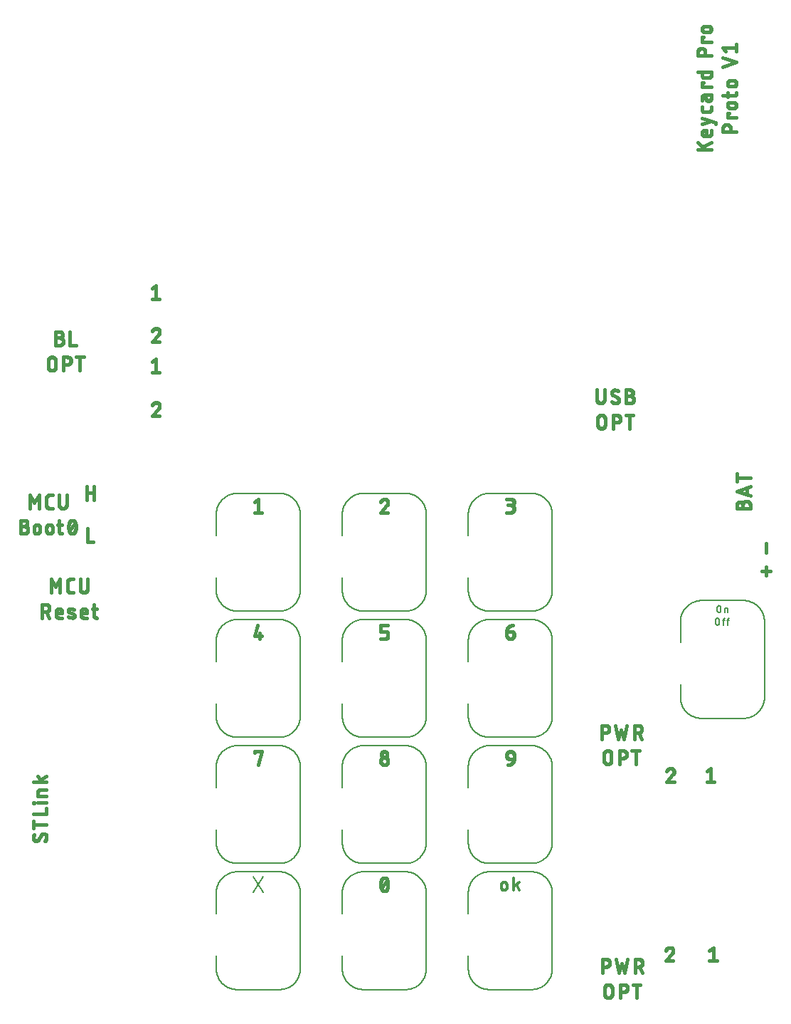
<source format=gbr>
G04 EAGLE Gerber RS-274X export*
G75*
%MOMM*%
%FSLAX34Y34*%
%LPD*%
%INSilkscreen Top*%
%IPPOS*%
%AMOC8*
5,1,8,0,0,1.08239X$1,22.5*%
G01*
%ADD10C,0.406400*%
%ADD11C,0.152400*%
%ADD12C,0.355600*%
%ADD13C,0.203200*%


D10*
X-154427Y614427D02*
X-150000Y617968D01*
X-150000Y602032D01*
X-154427Y602032D02*
X-145573Y602032D01*
X443Y617968D02*
X568Y617966D01*
X693Y617960D01*
X818Y617950D01*
X942Y617937D01*
X1066Y617919D01*
X1190Y617897D01*
X1312Y617872D01*
X1434Y617843D01*
X1555Y617810D01*
X1674Y617773D01*
X1793Y617732D01*
X1910Y617688D01*
X2025Y617640D01*
X2139Y617589D01*
X2252Y617534D01*
X2362Y617475D01*
X2471Y617413D01*
X2578Y617348D01*
X2682Y617279D01*
X2785Y617207D01*
X2885Y617132D01*
X2982Y617054D01*
X3078Y616972D01*
X3170Y616888D01*
X3260Y616801D01*
X3347Y616711D01*
X3431Y616619D01*
X3513Y616523D01*
X3591Y616426D01*
X3666Y616326D01*
X3738Y616223D01*
X3807Y616119D01*
X3872Y616012D01*
X3934Y615903D01*
X3993Y615793D01*
X4048Y615680D01*
X4099Y615566D01*
X4147Y615451D01*
X4191Y615334D01*
X4232Y615215D01*
X4269Y615096D01*
X4302Y614975D01*
X4331Y614853D01*
X4356Y614731D01*
X4378Y614607D01*
X4396Y614483D01*
X4409Y614359D01*
X4419Y614234D01*
X4425Y614109D01*
X4427Y613984D01*
X443Y617968D02*
X303Y617966D01*
X163Y617960D01*
X24Y617951D01*
X-116Y617937D01*
X-254Y617920D01*
X-393Y617899D01*
X-530Y617875D01*
X-667Y617846D01*
X-804Y617814D01*
X-939Y617778D01*
X-1073Y617738D01*
X-1206Y617695D01*
X-1338Y617648D01*
X-1468Y617598D01*
X-1597Y617544D01*
X-1725Y617486D01*
X-1851Y617425D01*
X-1975Y617361D01*
X-2098Y617293D01*
X-2218Y617222D01*
X-2337Y617147D01*
X-2453Y617070D01*
X-2567Y616989D01*
X-2679Y616905D01*
X-2789Y616818D01*
X-2896Y616729D01*
X-3001Y616636D01*
X-3103Y616540D01*
X-3203Y616442D01*
X-3300Y616341D01*
X-3394Y616237D01*
X-3485Y616131D01*
X-3573Y616023D01*
X-3658Y615912D01*
X-3740Y615798D01*
X-3819Y615683D01*
X-3895Y615565D01*
X-3968Y615446D01*
X-4037Y615324D01*
X-4103Y615201D01*
X-4166Y615076D01*
X-4225Y614949D01*
X-4280Y614820D01*
X-4333Y614691D01*
X-4381Y614559D01*
X-4426Y614427D01*
X3099Y610885D02*
X3191Y610975D01*
X3279Y611068D01*
X3366Y611163D01*
X3449Y611261D01*
X3529Y611361D01*
X3606Y611464D01*
X3680Y611568D01*
X3751Y611675D01*
X3818Y611785D01*
X3883Y611896D01*
X3944Y612009D01*
X4001Y612123D01*
X4055Y612240D01*
X4106Y612358D01*
X4153Y612477D01*
X4196Y612598D01*
X4236Y612720D01*
X4272Y612843D01*
X4304Y612967D01*
X4333Y613092D01*
X4358Y613218D01*
X4379Y613345D01*
X4396Y613472D01*
X4410Y613600D01*
X4419Y613727D01*
X4425Y613856D01*
X4427Y613984D01*
X3099Y610885D02*
X-4427Y602032D01*
X4427Y602032D01*
X145573Y602032D02*
X150000Y602032D01*
X150131Y602034D01*
X150262Y602040D01*
X150393Y602049D01*
X150524Y602063D01*
X150654Y602081D01*
X150783Y602102D01*
X150912Y602127D01*
X151040Y602156D01*
X151167Y602189D01*
X151293Y602225D01*
X151418Y602265D01*
X151541Y602309D01*
X151664Y602357D01*
X151785Y602408D01*
X151904Y602462D01*
X152021Y602520D01*
X152137Y602582D01*
X152251Y602647D01*
X152363Y602716D01*
X152473Y602787D01*
X152581Y602862D01*
X152686Y602940D01*
X152789Y603021D01*
X152890Y603105D01*
X152988Y603193D01*
X153084Y603283D01*
X153176Y603375D01*
X153266Y603471D01*
X153354Y603569D01*
X153438Y603670D01*
X153519Y603773D01*
X153597Y603878D01*
X153672Y603986D01*
X153743Y604096D01*
X153812Y604208D01*
X153877Y604322D01*
X153939Y604438D01*
X153997Y604555D01*
X154051Y604674D01*
X154102Y604795D01*
X154150Y604918D01*
X154194Y605041D01*
X154234Y605166D01*
X154270Y605292D01*
X154303Y605419D01*
X154332Y605547D01*
X154357Y605676D01*
X154378Y605805D01*
X154396Y605935D01*
X154410Y606066D01*
X154419Y606197D01*
X154425Y606328D01*
X154427Y606459D01*
X154425Y606590D01*
X154419Y606721D01*
X154410Y606852D01*
X154396Y606983D01*
X154378Y607113D01*
X154357Y607242D01*
X154332Y607371D01*
X154303Y607499D01*
X154270Y607626D01*
X154234Y607752D01*
X154194Y607877D01*
X154150Y608000D01*
X154102Y608123D01*
X154051Y608244D01*
X153997Y608363D01*
X153939Y608480D01*
X153877Y608596D01*
X153812Y608710D01*
X153743Y608822D01*
X153672Y608932D01*
X153597Y609040D01*
X153519Y609145D01*
X153438Y609248D01*
X153354Y609349D01*
X153266Y609447D01*
X153176Y609543D01*
X153084Y609635D01*
X152988Y609725D01*
X152890Y609813D01*
X152789Y609897D01*
X152686Y609978D01*
X152581Y610056D01*
X152473Y610131D01*
X152363Y610202D01*
X152251Y610271D01*
X152137Y610336D01*
X152021Y610398D01*
X151904Y610456D01*
X151785Y610510D01*
X151664Y610561D01*
X151541Y610609D01*
X151418Y610653D01*
X151293Y610693D01*
X151167Y610729D01*
X151040Y610762D01*
X150912Y610791D01*
X150783Y610816D01*
X150654Y610837D01*
X150524Y610855D01*
X150393Y610869D01*
X150262Y610878D01*
X150131Y610884D01*
X150000Y610886D01*
X150885Y617968D02*
X145573Y617968D01*
X150885Y617968D02*
X151003Y617966D01*
X151122Y617960D01*
X151239Y617950D01*
X151357Y617936D01*
X151474Y617919D01*
X151590Y617897D01*
X151706Y617872D01*
X151821Y617842D01*
X151934Y617809D01*
X152047Y617772D01*
X152158Y617731D01*
X152267Y617687D01*
X152376Y617639D01*
X152482Y617587D01*
X152587Y617532D01*
X152690Y617474D01*
X152790Y617412D01*
X152889Y617346D01*
X152985Y617278D01*
X153080Y617206D01*
X153171Y617131D01*
X153260Y617053D01*
X153347Y616972D01*
X153430Y616889D01*
X153511Y616802D01*
X153589Y616713D01*
X153664Y616622D01*
X153736Y616527D01*
X153804Y616431D01*
X153870Y616332D01*
X153932Y616232D01*
X153990Y616129D01*
X154045Y616024D01*
X154097Y615918D01*
X154145Y615809D01*
X154189Y615700D01*
X154230Y615589D01*
X154267Y615476D01*
X154300Y615363D01*
X154330Y615248D01*
X154355Y615132D01*
X154377Y615016D01*
X154394Y614899D01*
X154408Y614781D01*
X154418Y614664D01*
X154424Y614545D01*
X154426Y614427D01*
X154424Y614309D01*
X154418Y614190D01*
X154408Y614073D01*
X154394Y613955D01*
X154377Y613838D01*
X154355Y613722D01*
X154330Y613606D01*
X154300Y613491D01*
X154267Y613378D01*
X154230Y613265D01*
X154189Y613154D01*
X154145Y613045D01*
X154097Y612936D01*
X154045Y612830D01*
X153990Y612725D01*
X153932Y612622D01*
X153870Y612522D01*
X153804Y612423D01*
X153736Y612327D01*
X153664Y612232D01*
X153589Y612141D01*
X153511Y612052D01*
X153430Y611965D01*
X153347Y611882D01*
X153260Y611801D01*
X153171Y611723D01*
X153080Y611648D01*
X152985Y611576D01*
X152889Y611508D01*
X152790Y611442D01*
X152690Y611380D01*
X152587Y611322D01*
X152482Y611267D01*
X152376Y611215D01*
X152267Y611167D01*
X152158Y611123D01*
X152047Y611082D01*
X151934Y611045D01*
X151821Y611012D01*
X151706Y610982D01*
X151590Y610957D01*
X151474Y610935D01*
X151357Y610918D01*
X151239Y610904D01*
X151122Y610894D01*
X151003Y610888D01*
X150885Y610886D01*
X150885Y610885D02*
X147344Y610885D01*
X-150885Y467968D02*
X-154427Y455573D01*
X-145573Y455573D01*
X-148229Y452032D02*
X-148229Y459115D01*
X-4427Y452032D02*
X885Y452032D01*
X1003Y452034D01*
X1122Y452040D01*
X1239Y452050D01*
X1357Y452064D01*
X1474Y452081D01*
X1590Y452103D01*
X1706Y452128D01*
X1821Y452158D01*
X1934Y452191D01*
X2047Y452228D01*
X2158Y452269D01*
X2267Y452313D01*
X2376Y452361D01*
X2482Y452413D01*
X2587Y452468D01*
X2690Y452526D01*
X2790Y452588D01*
X2889Y452654D01*
X2985Y452722D01*
X3080Y452794D01*
X3171Y452869D01*
X3260Y452947D01*
X3347Y453028D01*
X3430Y453111D01*
X3511Y453198D01*
X3589Y453287D01*
X3664Y453378D01*
X3736Y453473D01*
X3804Y453569D01*
X3870Y453668D01*
X3932Y453768D01*
X3990Y453871D01*
X4045Y453976D01*
X4097Y454082D01*
X4145Y454191D01*
X4189Y454300D01*
X4230Y454411D01*
X4267Y454524D01*
X4300Y454637D01*
X4330Y454752D01*
X4355Y454868D01*
X4377Y454984D01*
X4394Y455101D01*
X4408Y455219D01*
X4418Y455336D01*
X4424Y455455D01*
X4426Y455573D01*
X4427Y455573D02*
X4427Y457344D01*
X4426Y457344D02*
X4424Y457462D01*
X4418Y457581D01*
X4408Y457698D01*
X4394Y457816D01*
X4377Y457933D01*
X4355Y458049D01*
X4330Y458165D01*
X4300Y458280D01*
X4267Y458393D01*
X4230Y458506D01*
X4189Y458617D01*
X4145Y458726D01*
X4097Y458835D01*
X4045Y458941D01*
X3990Y459046D01*
X3932Y459149D01*
X3870Y459249D01*
X3804Y459348D01*
X3736Y459444D01*
X3664Y459539D01*
X3589Y459630D01*
X3511Y459719D01*
X3430Y459806D01*
X3347Y459889D01*
X3260Y459970D01*
X3171Y460048D01*
X3080Y460123D01*
X2985Y460195D01*
X2889Y460263D01*
X2790Y460329D01*
X2690Y460391D01*
X2587Y460449D01*
X2482Y460504D01*
X2376Y460556D01*
X2267Y460604D01*
X2158Y460648D01*
X2047Y460689D01*
X1934Y460726D01*
X1821Y460759D01*
X1706Y460789D01*
X1590Y460814D01*
X1474Y460836D01*
X1357Y460853D01*
X1239Y460867D01*
X1122Y460877D01*
X1003Y460883D01*
X885Y460885D01*
X-4427Y460885D01*
X-4427Y467968D01*
X4427Y467968D01*
X145573Y460885D02*
X150885Y460885D01*
X151003Y460883D01*
X151122Y460877D01*
X151239Y460867D01*
X151357Y460853D01*
X151474Y460836D01*
X151590Y460814D01*
X151706Y460789D01*
X151821Y460759D01*
X151934Y460726D01*
X152047Y460689D01*
X152158Y460648D01*
X152267Y460604D01*
X152376Y460556D01*
X152482Y460504D01*
X152587Y460449D01*
X152690Y460391D01*
X152790Y460329D01*
X152889Y460263D01*
X152985Y460195D01*
X153080Y460123D01*
X153171Y460048D01*
X153260Y459970D01*
X153347Y459889D01*
X153430Y459806D01*
X153511Y459719D01*
X153589Y459630D01*
X153664Y459539D01*
X153736Y459444D01*
X153804Y459348D01*
X153870Y459249D01*
X153932Y459149D01*
X153990Y459046D01*
X154045Y458941D01*
X154097Y458835D01*
X154145Y458726D01*
X154189Y458617D01*
X154230Y458506D01*
X154267Y458393D01*
X154300Y458280D01*
X154330Y458165D01*
X154355Y458049D01*
X154377Y457933D01*
X154394Y457816D01*
X154408Y457698D01*
X154418Y457581D01*
X154424Y457462D01*
X154426Y457344D01*
X154427Y457344D02*
X154427Y456459D01*
X154425Y456328D01*
X154419Y456197D01*
X154410Y456066D01*
X154396Y455935D01*
X154378Y455805D01*
X154357Y455676D01*
X154332Y455547D01*
X154303Y455419D01*
X154270Y455292D01*
X154234Y455166D01*
X154194Y455041D01*
X154150Y454918D01*
X154102Y454795D01*
X154051Y454674D01*
X153997Y454555D01*
X153939Y454438D01*
X153877Y454322D01*
X153812Y454208D01*
X153743Y454096D01*
X153672Y453986D01*
X153597Y453878D01*
X153519Y453773D01*
X153438Y453670D01*
X153354Y453569D01*
X153266Y453471D01*
X153176Y453375D01*
X153084Y453283D01*
X152988Y453193D01*
X152890Y453105D01*
X152789Y453021D01*
X152686Y452940D01*
X152581Y452862D01*
X152473Y452787D01*
X152363Y452716D01*
X152251Y452647D01*
X152137Y452582D01*
X152021Y452520D01*
X151904Y452462D01*
X151785Y452408D01*
X151664Y452357D01*
X151541Y452309D01*
X151418Y452265D01*
X151293Y452225D01*
X151167Y452189D01*
X151040Y452156D01*
X150912Y452127D01*
X150783Y452102D01*
X150654Y452081D01*
X150524Y452063D01*
X150393Y452049D01*
X150262Y452040D01*
X150131Y452034D01*
X150000Y452032D01*
X149869Y452034D01*
X149738Y452040D01*
X149607Y452049D01*
X149476Y452063D01*
X149346Y452081D01*
X149217Y452102D01*
X149088Y452127D01*
X148960Y452156D01*
X148833Y452189D01*
X148707Y452225D01*
X148582Y452265D01*
X148459Y452309D01*
X148336Y452357D01*
X148215Y452408D01*
X148096Y452462D01*
X147979Y452520D01*
X147863Y452582D01*
X147749Y452647D01*
X147637Y452716D01*
X147527Y452787D01*
X147419Y452862D01*
X147314Y452940D01*
X147211Y453021D01*
X147110Y453105D01*
X147012Y453193D01*
X146916Y453283D01*
X146824Y453375D01*
X146734Y453471D01*
X146646Y453569D01*
X146562Y453670D01*
X146481Y453773D01*
X146403Y453878D01*
X146328Y453986D01*
X146257Y454096D01*
X146188Y454208D01*
X146123Y454322D01*
X146061Y454438D01*
X146003Y454555D01*
X145949Y454674D01*
X145898Y454795D01*
X145850Y454918D01*
X145806Y455041D01*
X145766Y455166D01*
X145730Y455292D01*
X145697Y455419D01*
X145668Y455547D01*
X145643Y455676D01*
X145622Y455805D01*
X145604Y455935D01*
X145590Y456066D01*
X145581Y456197D01*
X145575Y456328D01*
X145573Y456459D01*
X145573Y460885D01*
X145575Y461059D01*
X145582Y461233D01*
X145592Y461406D01*
X145607Y461579D01*
X145626Y461752D01*
X145650Y461924D01*
X145677Y462096D01*
X145709Y462267D01*
X145745Y462437D01*
X145785Y462606D01*
X145830Y462774D01*
X145878Y462941D01*
X145930Y463107D01*
X145987Y463271D01*
X146048Y463434D01*
X146112Y463596D01*
X146181Y463755D01*
X146253Y463913D01*
X146329Y464070D01*
X146409Y464224D01*
X146493Y464376D01*
X146581Y464526D01*
X146672Y464674D01*
X146767Y464820D01*
X146865Y464963D01*
X146967Y465104D01*
X147072Y465243D01*
X147181Y465378D01*
X147293Y465511D01*
X147408Y465642D01*
X147526Y465769D01*
X147648Y465893D01*
X147772Y466015D01*
X147899Y466133D01*
X148030Y466248D01*
X148163Y466360D01*
X148298Y466469D01*
X148437Y466574D01*
X148578Y466676D01*
X148721Y466774D01*
X148867Y466869D01*
X149015Y466960D01*
X149165Y467048D01*
X149317Y467132D01*
X149471Y467212D01*
X149628Y467288D01*
X149786Y467360D01*
X149945Y467429D01*
X150107Y467493D01*
X150270Y467554D01*
X150434Y467611D01*
X150600Y467663D01*
X150767Y467711D01*
X150935Y467756D01*
X151104Y467796D01*
X151274Y467832D01*
X151445Y467864D01*
X151617Y467891D01*
X151789Y467915D01*
X151962Y467934D01*
X152135Y467949D01*
X152308Y467959D01*
X152482Y467966D01*
X152656Y467968D01*
X-154427Y317968D02*
X-154427Y316197D01*
X-154427Y317968D02*
X-145573Y317968D01*
X-150000Y302032D01*
X-4427Y306459D02*
X-4425Y306590D01*
X-4419Y306721D01*
X-4410Y306852D01*
X-4396Y306983D01*
X-4378Y307113D01*
X-4357Y307242D01*
X-4332Y307371D01*
X-4303Y307499D01*
X-4270Y307626D01*
X-4234Y307752D01*
X-4194Y307877D01*
X-4150Y308000D01*
X-4102Y308123D01*
X-4051Y308244D01*
X-3997Y308363D01*
X-3939Y308480D01*
X-3877Y308596D01*
X-3812Y308710D01*
X-3743Y308822D01*
X-3672Y308932D01*
X-3597Y309040D01*
X-3519Y309145D01*
X-3438Y309248D01*
X-3354Y309349D01*
X-3266Y309447D01*
X-3176Y309543D01*
X-3084Y309635D01*
X-2988Y309725D01*
X-2890Y309813D01*
X-2789Y309897D01*
X-2686Y309978D01*
X-2581Y310056D01*
X-2473Y310131D01*
X-2363Y310202D01*
X-2251Y310271D01*
X-2137Y310336D01*
X-2021Y310398D01*
X-1904Y310456D01*
X-1785Y310510D01*
X-1664Y310561D01*
X-1541Y310609D01*
X-1418Y310653D01*
X-1293Y310693D01*
X-1167Y310729D01*
X-1040Y310762D01*
X-912Y310791D01*
X-783Y310816D01*
X-654Y310837D01*
X-524Y310855D01*
X-393Y310869D01*
X-262Y310878D01*
X-131Y310884D01*
X0Y310886D01*
X131Y310884D01*
X262Y310878D01*
X393Y310869D01*
X524Y310855D01*
X654Y310837D01*
X783Y310816D01*
X912Y310791D01*
X1040Y310762D01*
X1167Y310729D01*
X1293Y310693D01*
X1418Y310653D01*
X1541Y310609D01*
X1664Y310561D01*
X1785Y310510D01*
X1904Y310456D01*
X2021Y310398D01*
X2137Y310336D01*
X2251Y310271D01*
X2363Y310202D01*
X2473Y310131D01*
X2581Y310056D01*
X2686Y309978D01*
X2789Y309897D01*
X2890Y309813D01*
X2988Y309725D01*
X3084Y309635D01*
X3176Y309543D01*
X3266Y309447D01*
X3354Y309349D01*
X3438Y309248D01*
X3519Y309145D01*
X3597Y309040D01*
X3672Y308932D01*
X3743Y308822D01*
X3812Y308710D01*
X3877Y308596D01*
X3939Y308480D01*
X3997Y308363D01*
X4051Y308244D01*
X4102Y308123D01*
X4150Y308000D01*
X4194Y307877D01*
X4234Y307752D01*
X4270Y307626D01*
X4303Y307499D01*
X4332Y307371D01*
X4357Y307242D01*
X4378Y307113D01*
X4396Y306983D01*
X4410Y306852D01*
X4419Y306721D01*
X4425Y306590D01*
X4427Y306459D01*
X4425Y306328D01*
X4419Y306197D01*
X4410Y306066D01*
X4396Y305935D01*
X4378Y305805D01*
X4357Y305676D01*
X4332Y305547D01*
X4303Y305419D01*
X4270Y305292D01*
X4234Y305166D01*
X4194Y305041D01*
X4150Y304918D01*
X4102Y304795D01*
X4051Y304674D01*
X3997Y304555D01*
X3939Y304438D01*
X3877Y304322D01*
X3812Y304208D01*
X3743Y304096D01*
X3672Y303986D01*
X3597Y303878D01*
X3519Y303773D01*
X3438Y303670D01*
X3354Y303569D01*
X3266Y303471D01*
X3176Y303375D01*
X3084Y303283D01*
X2988Y303193D01*
X2890Y303105D01*
X2789Y303021D01*
X2686Y302940D01*
X2581Y302862D01*
X2473Y302787D01*
X2363Y302716D01*
X2251Y302647D01*
X2137Y302582D01*
X2021Y302520D01*
X1904Y302462D01*
X1785Y302408D01*
X1664Y302357D01*
X1541Y302309D01*
X1418Y302265D01*
X1293Y302225D01*
X1167Y302189D01*
X1040Y302156D01*
X912Y302127D01*
X783Y302102D01*
X654Y302081D01*
X524Y302063D01*
X393Y302049D01*
X262Y302040D01*
X131Y302034D01*
X0Y302032D01*
X-131Y302034D01*
X-262Y302040D01*
X-393Y302049D01*
X-524Y302063D01*
X-654Y302081D01*
X-783Y302102D01*
X-912Y302127D01*
X-1040Y302156D01*
X-1167Y302189D01*
X-1293Y302225D01*
X-1418Y302265D01*
X-1541Y302309D01*
X-1664Y302357D01*
X-1785Y302408D01*
X-1904Y302462D01*
X-2021Y302520D01*
X-2137Y302582D01*
X-2251Y302647D01*
X-2363Y302716D01*
X-2473Y302787D01*
X-2581Y302862D01*
X-2686Y302940D01*
X-2789Y303021D01*
X-2890Y303105D01*
X-2988Y303193D01*
X-3084Y303283D01*
X-3176Y303375D01*
X-3266Y303471D01*
X-3354Y303569D01*
X-3438Y303670D01*
X-3519Y303773D01*
X-3597Y303878D01*
X-3672Y303986D01*
X-3743Y304096D01*
X-3812Y304208D01*
X-3877Y304322D01*
X-3939Y304438D01*
X-3997Y304555D01*
X-4051Y304674D01*
X-4102Y304795D01*
X-4150Y304918D01*
X-4194Y305041D01*
X-4234Y305166D01*
X-4270Y305292D01*
X-4303Y305419D01*
X-4332Y305547D01*
X-4357Y305676D01*
X-4378Y305805D01*
X-4396Y305935D01*
X-4410Y306066D01*
X-4419Y306197D01*
X-4425Y306328D01*
X-4427Y306459D01*
X-3541Y314427D02*
X-3539Y314545D01*
X-3533Y314664D01*
X-3523Y314781D01*
X-3509Y314899D01*
X-3492Y315016D01*
X-3470Y315132D01*
X-3445Y315248D01*
X-3415Y315363D01*
X-3382Y315476D01*
X-3345Y315589D01*
X-3304Y315700D01*
X-3260Y315809D01*
X-3212Y315918D01*
X-3160Y316024D01*
X-3105Y316129D01*
X-3047Y316232D01*
X-2985Y316332D01*
X-2919Y316431D01*
X-2851Y316527D01*
X-2779Y316622D01*
X-2704Y316713D01*
X-2626Y316802D01*
X-2545Y316889D01*
X-2462Y316972D01*
X-2375Y317053D01*
X-2286Y317131D01*
X-2195Y317206D01*
X-2100Y317278D01*
X-2004Y317346D01*
X-1905Y317412D01*
X-1805Y317474D01*
X-1702Y317532D01*
X-1597Y317587D01*
X-1491Y317639D01*
X-1382Y317687D01*
X-1273Y317731D01*
X-1162Y317772D01*
X-1049Y317809D01*
X-936Y317842D01*
X-821Y317872D01*
X-705Y317897D01*
X-589Y317919D01*
X-472Y317936D01*
X-354Y317950D01*
X-237Y317960D01*
X-118Y317966D01*
X0Y317968D01*
X118Y317966D01*
X237Y317960D01*
X354Y317950D01*
X472Y317936D01*
X589Y317919D01*
X705Y317897D01*
X821Y317872D01*
X936Y317842D01*
X1049Y317809D01*
X1162Y317772D01*
X1273Y317731D01*
X1382Y317687D01*
X1491Y317639D01*
X1597Y317587D01*
X1702Y317532D01*
X1805Y317474D01*
X1905Y317412D01*
X2004Y317346D01*
X2100Y317278D01*
X2195Y317206D01*
X2286Y317131D01*
X2375Y317053D01*
X2462Y316972D01*
X2545Y316889D01*
X2626Y316802D01*
X2704Y316713D01*
X2779Y316622D01*
X2851Y316527D01*
X2919Y316431D01*
X2985Y316332D01*
X3047Y316232D01*
X3105Y316129D01*
X3160Y316024D01*
X3212Y315918D01*
X3260Y315809D01*
X3304Y315700D01*
X3345Y315589D01*
X3382Y315476D01*
X3415Y315363D01*
X3445Y315248D01*
X3470Y315132D01*
X3492Y315016D01*
X3509Y314899D01*
X3523Y314781D01*
X3533Y314664D01*
X3539Y314545D01*
X3541Y314427D01*
X3539Y314309D01*
X3533Y314190D01*
X3523Y314073D01*
X3509Y313955D01*
X3492Y313838D01*
X3470Y313722D01*
X3445Y313606D01*
X3415Y313491D01*
X3382Y313378D01*
X3345Y313265D01*
X3304Y313154D01*
X3260Y313045D01*
X3212Y312936D01*
X3160Y312830D01*
X3105Y312725D01*
X3047Y312622D01*
X2985Y312522D01*
X2919Y312423D01*
X2851Y312327D01*
X2779Y312232D01*
X2704Y312141D01*
X2626Y312052D01*
X2545Y311965D01*
X2462Y311882D01*
X2375Y311801D01*
X2286Y311723D01*
X2195Y311648D01*
X2100Y311576D01*
X2004Y311508D01*
X1905Y311442D01*
X1805Y311380D01*
X1702Y311322D01*
X1597Y311267D01*
X1491Y311215D01*
X1382Y311167D01*
X1273Y311123D01*
X1162Y311082D01*
X1049Y311045D01*
X936Y311012D01*
X821Y310982D01*
X705Y310957D01*
X589Y310935D01*
X472Y310918D01*
X354Y310904D01*
X237Y310894D01*
X118Y310888D01*
X0Y310886D01*
X-118Y310888D01*
X-237Y310894D01*
X-354Y310904D01*
X-472Y310918D01*
X-589Y310935D01*
X-705Y310957D01*
X-821Y310982D01*
X-936Y311012D01*
X-1049Y311045D01*
X-1162Y311082D01*
X-1273Y311123D01*
X-1382Y311167D01*
X-1491Y311215D01*
X-1597Y311267D01*
X-1702Y311322D01*
X-1805Y311380D01*
X-1905Y311442D01*
X-2004Y311508D01*
X-2100Y311576D01*
X-2195Y311648D01*
X-2286Y311723D01*
X-2375Y311801D01*
X-2462Y311882D01*
X-2545Y311965D01*
X-2626Y312052D01*
X-2704Y312141D01*
X-2779Y312232D01*
X-2851Y312327D01*
X-2919Y312423D01*
X-2985Y312522D01*
X-3047Y312622D01*
X-3105Y312725D01*
X-3160Y312830D01*
X-3212Y312936D01*
X-3260Y313045D01*
X-3304Y313154D01*
X-3345Y313265D01*
X-3382Y313378D01*
X-3415Y313491D01*
X-3445Y313606D01*
X-3470Y313722D01*
X-3492Y313838D01*
X-3509Y313955D01*
X-3523Y314073D01*
X-3533Y314190D01*
X-3539Y314309D01*
X-3541Y314427D01*
X149115Y309115D02*
X154427Y309115D01*
X149115Y309115D02*
X148997Y309117D01*
X148878Y309123D01*
X148761Y309133D01*
X148643Y309147D01*
X148526Y309164D01*
X148410Y309186D01*
X148294Y309211D01*
X148179Y309241D01*
X148066Y309274D01*
X147953Y309311D01*
X147842Y309352D01*
X147733Y309396D01*
X147624Y309444D01*
X147518Y309496D01*
X147413Y309551D01*
X147310Y309609D01*
X147210Y309671D01*
X147111Y309737D01*
X147015Y309805D01*
X146920Y309877D01*
X146829Y309952D01*
X146740Y310030D01*
X146653Y310111D01*
X146570Y310194D01*
X146489Y310281D01*
X146411Y310370D01*
X146336Y310461D01*
X146264Y310556D01*
X146196Y310652D01*
X146130Y310751D01*
X146068Y310851D01*
X146010Y310954D01*
X145955Y311059D01*
X145903Y311165D01*
X145855Y311274D01*
X145811Y311383D01*
X145770Y311494D01*
X145733Y311607D01*
X145700Y311721D01*
X145670Y311835D01*
X145645Y311951D01*
X145623Y312067D01*
X145606Y312184D01*
X145592Y312302D01*
X145582Y312420D01*
X145576Y312538D01*
X145574Y312656D01*
X145573Y312656D02*
X145573Y313541D01*
X145575Y313672D01*
X145581Y313803D01*
X145590Y313934D01*
X145604Y314065D01*
X145622Y314195D01*
X145643Y314324D01*
X145668Y314453D01*
X145697Y314581D01*
X145730Y314708D01*
X145766Y314834D01*
X145806Y314959D01*
X145850Y315082D01*
X145898Y315205D01*
X145949Y315326D01*
X146003Y315445D01*
X146061Y315562D01*
X146123Y315678D01*
X146188Y315792D01*
X146257Y315904D01*
X146328Y316014D01*
X146403Y316122D01*
X146481Y316227D01*
X146562Y316330D01*
X146646Y316431D01*
X146734Y316529D01*
X146824Y316625D01*
X146916Y316717D01*
X147012Y316807D01*
X147110Y316895D01*
X147211Y316979D01*
X147314Y317060D01*
X147419Y317138D01*
X147527Y317213D01*
X147637Y317284D01*
X147749Y317353D01*
X147863Y317418D01*
X147979Y317480D01*
X148096Y317538D01*
X148215Y317592D01*
X148336Y317643D01*
X148459Y317691D01*
X148582Y317735D01*
X148707Y317775D01*
X148833Y317811D01*
X148960Y317844D01*
X149088Y317873D01*
X149217Y317898D01*
X149346Y317919D01*
X149476Y317937D01*
X149607Y317951D01*
X149738Y317960D01*
X149869Y317966D01*
X150000Y317968D01*
X150131Y317966D01*
X150262Y317960D01*
X150393Y317951D01*
X150524Y317937D01*
X150654Y317919D01*
X150783Y317898D01*
X150912Y317873D01*
X151040Y317844D01*
X151167Y317811D01*
X151293Y317775D01*
X151418Y317735D01*
X151541Y317691D01*
X151664Y317643D01*
X151785Y317592D01*
X151904Y317538D01*
X152021Y317480D01*
X152137Y317418D01*
X152251Y317353D01*
X152363Y317284D01*
X152473Y317213D01*
X152581Y317138D01*
X152686Y317060D01*
X152789Y316979D01*
X152890Y316895D01*
X152988Y316807D01*
X153084Y316717D01*
X153176Y316625D01*
X153266Y316529D01*
X153354Y316431D01*
X153438Y316330D01*
X153519Y316227D01*
X153597Y316122D01*
X153672Y316014D01*
X153743Y315904D01*
X153812Y315792D01*
X153877Y315678D01*
X153939Y315562D01*
X153997Y315445D01*
X154051Y315326D01*
X154102Y315205D01*
X154150Y315082D01*
X154194Y314959D01*
X154234Y314834D01*
X154270Y314708D01*
X154303Y314581D01*
X154332Y314453D01*
X154357Y314324D01*
X154378Y314195D01*
X154396Y314065D01*
X154410Y313934D01*
X154419Y313803D01*
X154425Y313672D01*
X154427Y313541D01*
X154427Y309115D01*
X154425Y308941D01*
X154418Y308767D01*
X154408Y308594D01*
X154393Y308421D01*
X154374Y308248D01*
X154350Y308076D01*
X154323Y307904D01*
X154291Y307733D01*
X154255Y307563D01*
X154215Y307394D01*
X154170Y307226D01*
X154122Y307059D01*
X154070Y306893D01*
X154013Y306729D01*
X153952Y306566D01*
X153888Y306404D01*
X153819Y306245D01*
X153747Y306087D01*
X153671Y305930D01*
X153591Y305776D01*
X153507Y305624D01*
X153419Y305474D01*
X153328Y305326D01*
X153233Y305180D01*
X153135Y305037D01*
X153033Y304896D01*
X152928Y304757D01*
X152819Y304622D01*
X152707Y304489D01*
X152592Y304358D01*
X152474Y304231D01*
X152352Y304107D01*
X152228Y303985D01*
X152101Y303867D01*
X151970Y303752D01*
X151837Y303640D01*
X151702Y303531D01*
X151563Y303426D01*
X151422Y303324D01*
X151279Y303226D01*
X151133Y303131D01*
X150985Y303040D01*
X150835Y302952D01*
X150683Y302868D01*
X150529Y302788D01*
X150372Y302712D01*
X150214Y302640D01*
X150055Y302571D01*
X149893Y302507D01*
X149730Y302446D01*
X149566Y302389D01*
X149400Y302337D01*
X149233Y302289D01*
X149065Y302244D01*
X148896Y302204D01*
X148726Y302168D01*
X148555Y302136D01*
X148383Y302109D01*
X148211Y302085D01*
X148038Y302066D01*
X147865Y302051D01*
X147692Y302041D01*
X147518Y302034D01*
X147344Y302032D01*
D11*
X-143841Y169238D02*
X-156159Y150762D01*
X-143841Y150762D02*
X-156159Y169238D01*
D10*
X-4426Y160000D02*
X-4422Y160313D01*
X-4411Y160627D01*
X-4392Y160940D01*
X-4366Y161252D01*
X-4333Y161564D01*
X-4292Y161875D01*
X-4243Y162184D01*
X-4187Y162493D01*
X-4124Y162800D01*
X-4054Y163105D01*
X-3976Y163409D01*
X-3891Y163711D01*
X-3799Y164011D01*
X-3699Y164308D01*
X-3593Y164603D01*
X-3480Y164895D01*
X-3359Y165185D01*
X-3232Y165471D01*
X-3098Y165755D01*
X-3099Y165754D02*
X-3060Y165861D01*
X-3018Y165965D01*
X-2973Y166069D01*
X-2924Y166170D01*
X-2871Y166270D01*
X-2815Y166368D01*
X-2755Y166464D01*
X-2693Y166558D01*
X-2627Y166650D01*
X-2558Y166739D01*
X-2486Y166826D01*
X-2411Y166910D01*
X-2333Y166992D01*
X-2252Y167071D01*
X-2169Y167147D01*
X-2083Y167220D01*
X-1995Y167291D01*
X-1904Y167358D01*
X-1811Y167422D01*
X-1716Y167483D01*
X-1619Y167540D01*
X-1520Y167594D01*
X-1419Y167645D01*
X-1316Y167692D01*
X-1212Y167735D01*
X-1107Y167775D01*
X-1000Y167812D01*
X-892Y167844D01*
X-783Y167873D01*
X-673Y167898D01*
X-562Y167919D01*
X-450Y167937D01*
X-338Y167951D01*
X-226Y167960D01*
X-113Y167966D01*
X0Y167968D01*
X113Y167966D01*
X226Y167960D01*
X338Y167951D01*
X450Y167937D01*
X562Y167919D01*
X673Y167898D01*
X783Y167873D01*
X892Y167844D01*
X1000Y167812D01*
X1107Y167775D01*
X1212Y167735D01*
X1316Y167692D01*
X1419Y167645D01*
X1520Y167594D01*
X1619Y167540D01*
X1716Y167483D01*
X1811Y167422D01*
X1904Y167358D01*
X1995Y167291D01*
X2083Y167220D01*
X2169Y167147D01*
X2252Y167071D01*
X2333Y166992D01*
X2411Y166910D01*
X2486Y166826D01*
X2558Y166739D01*
X2627Y166650D01*
X2693Y166558D01*
X2755Y166464D01*
X2815Y166368D01*
X2871Y166270D01*
X2924Y166170D01*
X2973Y166069D01*
X3018Y165965D01*
X3060Y165861D01*
X3099Y165754D01*
X3098Y165755D02*
X3232Y165471D01*
X3359Y165185D01*
X3480Y164895D01*
X3593Y164603D01*
X3699Y164308D01*
X3799Y164011D01*
X3891Y163711D01*
X3976Y163409D01*
X4054Y163105D01*
X4124Y162800D01*
X4187Y162493D01*
X4243Y162184D01*
X4292Y161875D01*
X4333Y161564D01*
X4366Y161252D01*
X4392Y160940D01*
X4411Y160627D01*
X4422Y160313D01*
X4426Y160000D01*
X-4427Y160000D02*
X-4423Y159686D01*
X-4412Y159373D01*
X-4393Y159060D01*
X-4367Y158748D01*
X-4334Y158436D01*
X-4292Y158125D01*
X-4244Y157815D01*
X-4188Y157507D01*
X-4125Y157200D01*
X-4055Y156894D01*
X-3977Y156591D01*
X-3892Y156289D01*
X-3800Y155989D01*
X-3700Y155692D01*
X-3594Y155397D01*
X-3481Y155105D01*
X-3360Y154815D01*
X-3233Y154529D01*
X-3099Y154245D01*
X-3099Y154246D02*
X-3060Y154139D01*
X-3018Y154035D01*
X-2973Y153931D01*
X-2924Y153830D01*
X-2871Y153730D01*
X-2815Y153632D01*
X-2755Y153536D01*
X-2693Y153442D01*
X-2627Y153350D01*
X-2558Y153261D01*
X-2486Y153174D01*
X-2411Y153090D01*
X-2333Y153008D01*
X-2252Y152929D01*
X-2169Y152853D01*
X-2083Y152780D01*
X-1995Y152709D01*
X-1904Y152642D01*
X-1811Y152578D01*
X-1716Y152517D01*
X-1619Y152460D01*
X-1520Y152406D01*
X-1419Y152355D01*
X-1316Y152308D01*
X-1212Y152265D01*
X-1107Y152225D01*
X-1000Y152188D01*
X-892Y152156D01*
X-783Y152127D01*
X-672Y152102D01*
X-562Y152081D01*
X-450Y152063D01*
X-338Y152049D01*
X-226Y152040D01*
X-113Y152034D01*
X0Y152032D01*
X3099Y154245D02*
X3233Y154529D01*
X3360Y154815D01*
X3481Y155105D01*
X3594Y155397D01*
X3700Y155692D01*
X3800Y155989D01*
X3892Y156289D01*
X3977Y156591D01*
X4055Y156894D01*
X4125Y157200D01*
X4188Y157507D01*
X4244Y157815D01*
X4292Y158125D01*
X4334Y158436D01*
X4367Y158748D01*
X4393Y159060D01*
X4412Y159373D01*
X4423Y159686D01*
X4427Y160000D01*
X3099Y154246D02*
X3060Y154139D01*
X3018Y154035D01*
X2973Y153931D01*
X2924Y153830D01*
X2871Y153730D01*
X2815Y153632D01*
X2755Y153536D01*
X2693Y153442D01*
X2627Y153350D01*
X2558Y153261D01*
X2486Y153174D01*
X2411Y153090D01*
X2333Y153008D01*
X2252Y152929D01*
X2169Y152853D01*
X2083Y152780D01*
X1995Y152709D01*
X1904Y152642D01*
X1811Y152578D01*
X1716Y152517D01*
X1619Y152460D01*
X1520Y152406D01*
X1419Y152355D01*
X1316Y152308D01*
X1212Y152265D01*
X1107Y152225D01*
X1000Y152188D01*
X892Y152156D01*
X783Y152127D01*
X672Y152102D01*
X562Y152081D01*
X450Y152063D01*
X338Y152049D01*
X226Y152040D01*
X113Y152034D01*
X0Y152032D01*
X-3541Y155573D02*
X3541Y164427D01*
D12*
X139530Y159198D02*
X139530Y155988D01*
X139530Y159198D02*
X139532Y159310D01*
X139538Y159422D01*
X139548Y159534D01*
X139561Y159645D01*
X139579Y159755D01*
X139600Y159865D01*
X139625Y159975D01*
X139654Y160083D01*
X139687Y160190D01*
X139724Y160296D01*
X139764Y160400D01*
X139808Y160504D01*
X139855Y160605D01*
X139906Y160705D01*
X139960Y160803D01*
X140018Y160899D01*
X140079Y160993D01*
X140143Y161085D01*
X140210Y161174D01*
X140281Y161261D01*
X140355Y161346D01*
X140431Y161428D01*
X140510Y161507D01*
X140592Y161583D01*
X140677Y161657D01*
X140764Y161728D01*
X140853Y161795D01*
X140945Y161859D01*
X141039Y161920D01*
X141135Y161978D01*
X141233Y162032D01*
X141333Y162083D01*
X141434Y162130D01*
X141538Y162174D01*
X141642Y162214D01*
X141748Y162251D01*
X141855Y162284D01*
X141963Y162313D01*
X142073Y162338D01*
X142183Y162359D01*
X142293Y162377D01*
X142404Y162390D01*
X142516Y162400D01*
X142628Y162406D01*
X142740Y162408D01*
X142852Y162406D01*
X142964Y162400D01*
X143076Y162390D01*
X143187Y162377D01*
X143297Y162359D01*
X143407Y162338D01*
X143517Y162313D01*
X143625Y162284D01*
X143732Y162251D01*
X143838Y162214D01*
X143942Y162174D01*
X144046Y162130D01*
X144147Y162083D01*
X144247Y162032D01*
X144345Y161978D01*
X144441Y161920D01*
X144535Y161859D01*
X144627Y161795D01*
X144716Y161728D01*
X144803Y161657D01*
X144888Y161583D01*
X144970Y161507D01*
X145049Y161428D01*
X145125Y161346D01*
X145199Y161261D01*
X145270Y161174D01*
X145337Y161085D01*
X145401Y160993D01*
X145462Y160899D01*
X145520Y160803D01*
X145574Y160705D01*
X145625Y160605D01*
X145672Y160504D01*
X145716Y160400D01*
X145756Y160296D01*
X145793Y160190D01*
X145826Y160083D01*
X145855Y159975D01*
X145880Y159865D01*
X145901Y159755D01*
X145919Y159645D01*
X145932Y159534D01*
X145942Y159422D01*
X145948Y159310D01*
X145950Y159198D01*
X145950Y155988D01*
X145948Y155876D01*
X145942Y155764D01*
X145932Y155652D01*
X145919Y155541D01*
X145901Y155431D01*
X145880Y155321D01*
X145855Y155211D01*
X145826Y155103D01*
X145793Y154996D01*
X145756Y154890D01*
X145716Y154786D01*
X145672Y154682D01*
X145625Y154581D01*
X145574Y154481D01*
X145520Y154383D01*
X145462Y154287D01*
X145401Y154193D01*
X145337Y154101D01*
X145270Y154012D01*
X145199Y153925D01*
X145125Y153840D01*
X145049Y153758D01*
X144970Y153679D01*
X144888Y153603D01*
X144803Y153529D01*
X144716Y153458D01*
X144627Y153391D01*
X144535Y153327D01*
X144441Y153266D01*
X144345Y153208D01*
X144247Y153154D01*
X144147Y153103D01*
X144046Y153056D01*
X143942Y153012D01*
X143838Y152972D01*
X143732Y152935D01*
X143625Y152902D01*
X143517Y152873D01*
X143407Y152848D01*
X143297Y152827D01*
X143187Y152809D01*
X143076Y152796D01*
X142964Y152786D01*
X142852Y152780D01*
X142740Y152778D01*
X142628Y152780D01*
X142516Y152786D01*
X142404Y152796D01*
X142293Y152809D01*
X142183Y152827D01*
X142073Y152848D01*
X141963Y152873D01*
X141855Y152902D01*
X141748Y152935D01*
X141642Y152972D01*
X141538Y153012D01*
X141434Y153056D01*
X141333Y153103D01*
X141233Y153154D01*
X141135Y153208D01*
X141039Y153266D01*
X140945Y153327D01*
X140853Y153391D01*
X140764Y153458D01*
X140677Y153529D01*
X140592Y153603D01*
X140510Y153679D01*
X140431Y153758D01*
X140355Y153840D01*
X140281Y153925D01*
X140210Y154012D01*
X140143Y154101D01*
X140079Y154193D01*
X140018Y154287D01*
X139960Y154383D01*
X139906Y154481D01*
X139855Y154581D01*
X139808Y154682D01*
X139764Y154786D01*
X139724Y154890D01*
X139687Y154996D01*
X139654Y155103D01*
X139625Y155211D01*
X139600Y155321D01*
X139579Y155431D01*
X139561Y155541D01*
X139548Y155652D01*
X139538Y155764D01*
X139532Y155876D01*
X139530Y155988D01*
X154050Y152778D02*
X154050Y167222D01*
X160470Y162407D02*
X154050Y157593D01*
X156859Y159599D02*
X160470Y152778D01*
D11*
X-100000Y150000D02*
X-100007Y150604D01*
X-100029Y151208D01*
X-100066Y151811D01*
X-100117Y152413D01*
X-100182Y153013D01*
X-100262Y153612D01*
X-100357Y154209D01*
X-100466Y154803D01*
X-100589Y155395D01*
X-100726Y155983D01*
X-100878Y156568D01*
X-101044Y157149D01*
X-101224Y157725D01*
X-101417Y158298D01*
X-101625Y158865D01*
X-101846Y159427D01*
X-102080Y159984D01*
X-102328Y160535D01*
X-102589Y161080D01*
X-102864Y161618D01*
X-103151Y162150D01*
X-103451Y162674D01*
X-103763Y163191D01*
X-104088Y163700D01*
X-104425Y164202D01*
X-104775Y164695D01*
X-105136Y165179D01*
X-105508Y165655D01*
X-105892Y166121D01*
X-106287Y166578D01*
X-106693Y167025D01*
X-107110Y167463D01*
X-107537Y167890D01*
X-107975Y168307D01*
X-108422Y168713D01*
X-108879Y169108D01*
X-109345Y169492D01*
X-109821Y169864D01*
X-110305Y170225D01*
X-110798Y170575D01*
X-111300Y170912D01*
X-111809Y171237D01*
X-112326Y171549D01*
X-112850Y171849D01*
X-113382Y172136D01*
X-113920Y172411D01*
X-114465Y172672D01*
X-115016Y172920D01*
X-115573Y173154D01*
X-116135Y173375D01*
X-116702Y173583D01*
X-117275Y173776D01*
X-117851Y173956D01*
X-118432Y174122D01*
X-119017Y174274D01*
X-119605Y174411D01*
X-120197Y174534D01*
X-120791Y174643D01*
X-121388Y174738D01*
X-121987Y174818D01*
X-122587Y174883D01*
X-123189Y174934D01*
X-123792Y174971D01*
X-124396Y174993D01*
X-125000Y175000D01*
X-100000Y60000D02*
X-100007Y59396D01*
X-100029Y58792D01*
X-100066Y58189D01*
X-100117Y57587D01*
X-100182Y56987D01*
X-100262Y56388D01*
X-100357Y55791D01*
X-100466Y55197D01*
X-100589Y54605D01*
X-100726Y54017D01*
X-100878Y53432D01*
X-101044Y52851D01*
X-101224Y52275D01*
X-101417Y51702D01*
X-101625Y51135D01*
X-101846Y50573D01*
X-102080Y50016D01*
X-102328Y49465D01*
X-102589Y48920D01*
X-102864Y48382D01*
X-103151Y47850D01*
X-103451Y47326D01*
X-103763Y46809D01*
X-104088Y46300D01*
X-104425Y45798D01*
X-104775Y45305D01*
X-105136Y44821D01*
X-105508Y44345D01*
X-105892Y43879D01*
X-106287Y43422D01*
X-106693Y42975D01*
X-107110Y42537D01*
X-107537Y42110D01*
X-107975Y41693D01*
X-108422Y41287D01*
X-108879Y40892D01*
X-109345Y40508D01*
X-109821Y40136D01*
X-110305Y39775D01*
X-110798Y39425D01*
X-111300Y39088D01*
X-111809Y38763D01*
X-112326Y38451D01*
X-112850Y38151D01*
X-113382Y37864D01*
X-113920Y37589D01*
X-114465Y37328D01*
X-115016Y37080D01*
X-115573Y36846D01*
X-116135Y36625D01*
X-116702Y36417D01*
X-117275Y36224D01*
X-117851Y36044D01*
X-118432Y35878D01*
X-119017Y35726D01*
X-119605Y35589D01*
X-120197Y35466D01*
X-120791Y35357D01*
X-121388Y35262D01*
X-121987Y35182D01*
X-122587Y35117D01*
X-123189Y35066D01*
X-123792Y35029D01*
X-124396Y35007D01*
X-125000Y35000D01*
X-100000Y60000D02*
X-100000Y150000D01*
X-200000Y60000D02*
X-199993Y59396D01*
X-199971Y58792D01*
X-199934Y58189D01*
X-199883Y57587D01*
X-199818Y56987D01*
X-199738Y56388D01*
X-199643Y55791D01*
X-199534Y55197D01*
X-199411Y54605D01*
X-199274Y54017D01*
X-199122Y53432D01*
X-198956Y52851D01*
X-198776Y52275D01*
X-198583Y51702D01*
X-198375Y51135D01*
X-198154Y50573D01*
X-197920Y50016D01*
X-197672Y49465D01*
X-197411Y48920D01*
X-197136Y48382D01*
X-196849Y47850D01*
X-196549Y47326D01*
X-196237Y46809D01*
X-195912Y46300D01*
X-195575Y45798D01*
X-195225Y45305D01*
X-194864Y44821D01*
X-194492Y44345D01*
X-194108Y43879D01*
X-193713Y43422D01*
X-193307Y42975D01*
X-192890Y42537D01*
X-192463Y42110D01*
X-192025Y41693D01*
X-191578Y41287D01*
X-191121Y40892D01*
X-190655Y40508D01*
X-190179Y40136D01*
X-189695Y39775D01*
X-189202Y39425D01*
X-188700Y39088D01*
X-188191Y38763D01*
X-187674Y38451D01*
X-187150Y38151D01*
X-186618Y37864D01*
X-186080Y37589D01*
X-185535Y37328D01*
X-184984Y37080D01*
X-184427Y36846D01*
X-183865Y36625D01*
X-183298Y36417D01*
X-182725Y36224D01*
X-182149Y36044D01*
X-181568Y35878D01*
X-180983Y35726D01*
X-180395Y35589D01*
X-179803Y35466D01*
X-179209Y35357D01*
X-178612Y35262D01*
X-178013Y35182D01*
X-177413Y35117D01*
X-176811Y35066D01*
X-176208Y35029D01*
X-175604Y35007D01*
X-175000Y35000D01*
X-175000Y175000D02*
X-125000Y175000D01*
X-200000Y75000D02*
X-200000Y60000D01*
X-175000Y35000D02*
X-125000Y35000D01*
X-200000Y125000D02*
X-200000Y150000D01*
X-199993Y150604D01*
X-199971Y151208D01*
X-199934Y151811D01*
X-199883Y152413D01*
X-199818Y153013D01*
X-199738Y153612D01*
X-199643Y154209D01*
X-199534Y154803D01*
X-199411Y155395D01*
X-199274Y155983D01*
X-199122Y156568D01*
X-198956Y157149D01*
X-198776Y157725D01*
X-198583Y158298D01*
X-198375Y158865D01*
X-198154Y159427D01*
X-197920Y159984D01*
X-197672Y160535D01*
X-197411Y161080D01*
X-197136Y161618D01*
X-196849Y162150D01*
X-196549Y162674D01*
X-196237Y163191D01*
X-195912Y163700D01*
X-195575Y164202D01*
X-195225Y164695D01*
X-194864Y165179D01*
X-194492Y165655D01*
X-194108Y166121D01*
X-193713Y166578D01*
X-193307Y167025D01*
X-192890Y167463D01*
X-192463Y167890D01*
X-192025Y168307D01*
X-191578Y168713D01*
X-191121Y169108D01*
X-190655Y169492D01*
X-190179Y169864D01*
X-189695Y170225D01*
X-189202Y170575D01*
X-188700Y170912D01*
X-188191Y171237D01*
X-187674Y171549D01*
X-187150Y171849D01*
X-186618Y172136D01*
X-186080Y172411D01*
X-185535Y172672D01*
X-184984Y172920D01*
X-184427Y173154D01*
X-183865Y173375D01*
X-183298Y173583D01*
X-182725Y173776D01*
X-182149Y173956D01*
X-181568Y174122D01*
X-180983Y174274D01*
X-180395Y174411D01*
X-179803Y174534D01*
X-179209Y174643D01*
X-178612Y174738D01*
X-178013Y174818D01*
X-177413Y174883D01*
X-176811Y174934D01*
X-176208Y174971D01*
X-175604Y174993D01*
X-175000Y175000D01*
X25000Y175000D02*
X25604Y174993D01*
X26208Y174971D01*
X26811Y174934D01*
X27413Y174883D01*
X28013Y174818D01*
X28612Y174738D01*
X29209Y174643D01*
X29803Y174534D01*
X30395Y174411D01*
X30983Y174274D01*
X31568Y174122D01*
X32149Y173956D01*
X32725Y173776D01*
X33298Y173583D01*
X33865Y173375D01*
X34427Y173154D01*
X34984Y172920D01*
X35535Y172672D01*
X36080Y172411D01*
X36618Y172136D01*
X37150Y171849D01*
X37674Y171549D01*
X38191Y171237D01*
X38700Y170912D01*
X39202Y170575D01*
X39695Y170225D01*
X40179Y169864D01*
X40655Y169492D01*
X41121Y169108D01*
X41578Y168713D01*
X42025Y168307D01*
X42463Y167890D01*
X42890Y167463D01*
X43307Y167025D01*
X43713Y166578D01*
X44108Y166121D01*
X44492Y165655D01*
X44864Y165179D01*
X45225Y164695D01*
X45575Y164202D01*
X45912Y163700D01*
X46237Y163191D01*
X46549Y162674D01*
X46849Y162150D01*
X47136Y161618D01*
X47411Y161080D01*
X47672Y160535D01*
X47920Y159984D01*
X48154Y159427D01*
X48375Y158865D01*
X48583Y158298D01*
X48776Y157725D01*
X48956Y157149D01*
X49122Y156568D01*
X49274Y155983D01*
X49411Y155395D01*
X49534Y154803D01*
X49643Y154209D01*
X49738Y153612D01*
X49818Y153013D01*
X49883Y152413D01*
X49934Y151811D01*
X49971Y151208D01*
X49993Y150604D01*
X50000Y150000D01*
X50000Y60000D02*
X49993Y59396D01*
X49971Y58792D01*
X49934Y58189D01*
X49883Y57587D01*
X49818Y56987D01*
X49738Y56388D01*
X49643Y55791D01*
X49534Y55197D01*
X49411Y54605D01*
X49274Y54017D01*
X49122Y53432D01*
X48956Y52851D01*
X48776Y52275D01*
X48583Y51702D01*
X48375Y51135D01*
X48154Y50573D01*
X47920Y50016D01*
X47672Y49465D01*
X47411Y48920D01*
X47136Y48382D01*
X46849Y47850D01*
X46549Y47326D01*
X46237Y46809D01*
X45912Y46300D01*
X45575Y45798D01*
X45225Y45305D01*
X44864Y44821D01*
X44492Y44345D01*
X44108Y43879D01*
X43713Y43422D01*
X43307Y42975D01*
X42890Y42537D01*
X42463Y42110D01*
X42025Y41693D01*
X41578Y41287D01*
X41121Y40892D01*
X40655Y40508D01*
X40179Y40136D01*
X39695Y39775D01*
X39202Y39425D01*
X38700Y39088D01*
X38191Y38763D01*
X37674Y38451D01*
X37150Y38151D01*
X36618Y37864D01*
X36080Y37589D01*
X35535Y37328D01*
X34984Y37080D01*
X34427Y36846D01*
X33865Y36625D01*
X33298Y36417D01*
X32725Y36224D01*
X32149Y36044D01*
X31568Y35878D01*
X30983Y35726D01*
X30395Y35589D01*
X29803Y35466D01*
X29209Y35357D01*
X28612Y35262D01*
X28013Y35182D01*
X27413Y35117D01*
X26811Y35066D01*
X26208Y35029D01*
X25604Y35007D01*
X25000Y35000D01*
X50000Y60000D02*
X50000Y150000D01*
X-50000Y60000D02*
X-49993Y59396D01*
X-49971Y58792D01*
X-49934Y58189D01*
X-49883Y57587D01*
X-49818Y56987D01*
X-49738Y56388D01*
X-49643Y55791D01*
X-49534Y55197D01*
X-49411Y54605D01*
X-49274Y54017D01*
X-49122Y53432D01*
X-48956Y52851D01*
X-48776Y52275D01*
X-48583Y51702D01*
X-48375Y51135D01*
X-48154Y50573D01*
X-47920Y50016D01*
X-47672Y49465D01*
X-47411Y48920D01*
X-47136Y48382D01*
X-46849Y47850D01*
X-46549Y47326D01*
X-46237Y46809D01*
X-45912Y46300D01*
X-45575Y45798D01*
X-45225Y45305D01*
X-44864Y44821D01*
X-44492Y44345D01*
X-44108Y43879D01*
X-43713Y43422D01*
X-43307Y42975D01*
X-42890Y42537D01*
X-42463Y42110D01*
X-42025Y41693D01*
X-41578Y41287D01*
X-41121Y40892D01*
X-40655Y40508D01*
X-40179Y40136D01*
X-39695Y39775D01*
X-39202Y39425D01*
X-38700Y39088D01*
X-38191Y38763D01*
X-37674Y38451D01*
X-37150Y38151D01*
X-36618Y37864D01*
X-36080Y37589D01*
X-35535Y37328D01*
X-34984Y37080D01*
X-34427Y36846D01*
X-33865Y36625D01*
X-33298Y36417D01*
X-32725Y36224D01*
X-32149Y36044D01*
X-31568Y35878D01*
X-30983Y35726D01*
X-30395Y35589D01*
X-29803Y35466D01*
X-29209Y35357D01*
X-28612Y35262D01*
X-28013Y35182D01*
X-27413Y35117D01*
X-26811Y35066D01*
X-26208Y35029D01*
X-25604Y35007D01*
X-25000Y35000D01*
X-25000Y175000D02*
X25000Y175000D01*
X-50000Y75000D02*
X-50000Y60000D01*
X-25000Y35000D02*
X25000Y35000D01*
X-50000Y125000D02*
X-50000Y150000D01*
X-49993Y150604D01*
X-49971Y151208D01*
X-49934Y151811D01*
X-49883Y152413D01*
X-49818Y153013D01*
X-49738Y153612D01*
X-49643Y154209D01*
X-49534Y154803D01*
X-49411Y155395D01*
X-49274Y155983D01*
X-49122Y156568D01*
X-48956Y157149D01*
X-48776Y157725D01*
X-48583Y158298D01*
X-48375Y158865D01*
X-48154Y159427D01*
X-47920Y159984D01*
X-47672Y160535D01*
X-47411Y161080D01*
X-47136Y161618D01*
X-46849Y162150D01*
X-46549Y162674D01*
X-46237Y163191D01*
X-45912Y163700D01*
X-45575Y164202D01*
X-45225Y164695D01*
X-44864Y165179D01*
X-44492Y165655D01*
X-44108Y166121D01*
X-43713Y166578D01*
X-43307Y167025D01*
X-42890Y167463D01*
X-42463Y167890D01*
X-42025Y168307D01*
X-41578Y168713D01*
X-41121Y169108D01*
X-40655Y169492D01*
X-40179Y169864D01*
X-39695Y170225D01*
X-39202Y170575D01*
X-38700Y170912D01*
X-38191Y171237D01*
X-37674Y171549D01*
X-37150Y171849D01*
X-36618Y172136D01*
X-36080Y172411D01*
X-35535Y172672D01*
X-34984Y172920D01*
X-34427Y173154D01*
X-33865Y173375D01*
X-33298Y173583D01*
X-32725Y173776D01*
X-32149Y173956D01*
X-31568Y174122D01*
X-30983Y174274D01*
X-30395Y174411D01*
X-29803Y174534D01*
X-29209Y174643D01*
X-28612Y174738D01*
X-28013Y174818D01*
X-27413Y174883D01*
X-26811Y174934D01*
X-26208Y174971D01*
X-25604Y174993D01*
X-25000Y175000D01*
X50000Y300000D02*
X49993Y300604D01*
X49971Y301208D01*
X49934Y301811D01*
X49883Y302413D01*
X49818Y303013D01*
X49738Y303612D01*
X49643Y304209D01*
X49534Y304803D01*
X49411Y305395D01*
X49274Y305983D01*
X49122Y306568D01*
X48956Y307149D01*
X48776Y307725D01*
X48583Y308298D01*
X48375Y308865D01*
X48154Y309427D01*
X47920Y309984D01*
X47672Y310535D01*
X47411Y311080D01*
X47136Y311618D01*
X46849Y312150D01*
X46549Y312674D01*
X46237Y313191D01*
X45912Y313700D01*
X45575Y314202D01*
X45225Y314695D01*
X44864Y315179D01*
X44492Y315655D01*
X44108Y316121D01*
X43713Y316578D01*
X43307Y317025D01*
X42890Y317463D01*
X42463Y317890D01*
X42025Y318307D01*
X41578Y318713D01*
X41121Y319108D01*
X40655Y319492D01*
X40179Y319864D01*
X39695Y320225D01*
X39202Y320575D01*
X38700Y320912D01*
X38191Y321237D01*
X37674Y321549D01*
X37150Y321849D01*
X36618Y322136D01*
X36080Y322411D01*
X35535Y322672D01*
X34984Y322920D01*
X34427Y323154D01*
X33865Y323375D01*
X33298Y323583D01*
X32725Y323776D01*
X32149Y323956D01*
X31568Y324122D01*
X30983Y324274D01*
X30395Y324411D01*
X29803Y324534D01*
X29209Y324643D01*
X28612Y324738D01*
X28013Y324818D01*
X27413Y324883D01*
X26811Y324934D01*
X26208Y324971D01*
X25604Y324993D01*
X25000Y325000D01*
X50000Y210000D02*
X49993Y209396D01*
X49971Y208792D01*
X49934Y208189D01*
X49883Y207587D01*
X49818Y206987D01*
X49738Y206388D01*
X49643Y205791D01*
X49534Y205197D01*
X49411Y204605D01*
X49274Y204017D01*
X49122Y203432D01*
X48956Y202851D01*
X48776Y202275D01*
X48583Y201702D01*
X48375Y201135D01*
X48154Y200573D01*
X47920Y200016D01*
X47672Y199465D01*
X47411Y198920D01*
X47136Y198382D01*
X46849Y197850D01*
X46549Y197326D01*
X46237Y196809D01*
X45912Y196300D01*
X45575Y195798D01*
X45225Y195305D01*
X44864Y194821D01*
X44492Y194345D01*
X44108Y193879D01*
X43713Y193422D01*
X43307Y192975D01*
X42890Y192537D01*
X42463Y192110D01*
X42025Y191693D01*
X41578Y191287D01*
X41121Y190892D01*
X40655Y190508D01*
X40179Y190136D01*
X39695Y189775D01*
X39202Y189425D01*
X38700Y189088D01*
X38191Y188763D01*
X37674Y188451D01*
X37150Y188151D01*
X36618Y187864D01*
X36080Y187589D01*
X35535Y187328D01*
X34984Y187080D01*
X34427Y186846D01*
X33865Y186625D01*
X33298Y186417D01*
X32725Y186224D01*
X32149Y186044D01*
X31568Y185878D01*
X30983Y185726D01*
X30395Y185589D01*
X29803Y185466D01*
X29209Y185357D01*
X28612Y185262D01*
X28013Y185182D01*
X27413Y185117D01*
X26811Y185066D01*
X26208Y185029D01*
X25604Y185007D01*
X25000Y185000D01*
X50000Y210000D02*
X50000Y300000D01*
X-50000Y210000D02*
X-49993Y209396D01*
X-49971Y208792D01*
X-49934Y208189D01*
X-49883Y207587D01*
X-49818Y206987D01*
X-49738Y206388D01*
X-49643Y205791D01*
X-49534Y205197D01*
X-49411Y204605D01*
X-49274Y204017D01*
X-49122Y203432D01*
X-48956Y202851D01*
X-48776Y202275D01*
X-48583Y201702D01*
X-48375Y201135D01*
X-48154Y200573D01*
X-47920Y200016D01*
X-47672Y199465D01*
X-47411Y198920D01*
X-47136Y198382D01*
X-46849Y197850D01*
X-46549Y197326D01*
X-46237Y196809D01*
X-45912Y196300D01*
X-45575Y195798D01*
X-45225Y195305D01*
X-44864Y194821D01*
X-44492Y194345D01*
X-44108Y193879D01*
X-43713Y193422D01*
X-43307Y192975D01*
X-42890Y192537D01*
X-42463Y192110D01*
X-42025Y191693D01*
X-41578Y191287D01*
X-41121Y190892D01*
X-40655Y190508D01*
X-40179Y190136D01*
X-39695Y189775D01*
X-39202Y189425D01*
X-38700Y189088D01*
X-38191Y188763D01*
X-37674Y188451D01*
X-37150Y188151D01*
X-36618Y187864D01*
X-36080Y187589D01*
X-35535Y187328D01*
X-34984Y187080D01*
X-34427Y186846D01*
X-33865Y186625D01*
X-33298Y186417D01*
X-32725Y186224D01*
X-32149Y186044D01*
X-31568Y185878D01*
X-30983Y185726D01*
X-30395Y185589D01*
X-29803Y185466D01*
X-29209Y185357D01*
X-28612Y185262D01*
X-28013Y185182D01*
X-27413Y185117D01*
X-26811Y185066D01*
X-26208Y185029D01*
X-25604Y185007D01*
X-25000Y185000D01*
X-25000Y325000D02*
X25000Y325000D01*
X-50000Y225000D02*
X-50000Y210000D01*
X-25000Y185000D02*
X25000Y185000D01*
X-50000Y275000D02*
X-50000Y300000D01*
X-49993Y300604D01*
X-49971Y301208D01*
X-49934Y301811D01*
X-49883Y302413D01*
X-49818Y303013D01*
X-49738Y303612D01*
X-49643Y304209D01*
X-49534Y304803D01*
X-49411Y305395D01*
X-49274Y305983D01*
X-49122Y306568D01*
X-48956Y307149D01*
X-48776Y307725D01*
X-48583Y308298D01*
X-48375Y308865D01*
X-48154Y309427D01*
X-47920Y309984D01*
X-47672Y310535D01*
X-47411Y311080D01*
X-47136Y311618D01*
X-46849Y312150D01*
X-46549Y312674D01*
X-46237Y313191D01*
X-45912Y313700D01*
X-45575Y314202D01*
X-45225Y314695D01*
X-44864Y315179D01*
X-44492Y315655D01*
X-44108Y316121D01*
X-43713Y316578D01*
X-43307Y317025D01*
X-42890Y317463D01*
X-42463Y317890D01*
X-42025Y318307D01*
X-41578Y318713D01*
X-41121Y319108D01*
X-40655Y319492D01*
X-40179Y319864D01*
X-39695Y320225D01*
X-39202Y320575D01*
X-38700Y320912D01*
X-38191Y321237D01*
X-37674Y321549D01*
X-37150Y321849D01*
X-36618Y322136D01*
X-36080Y322411D01*
X-35535Y322672D01*
X-34984Y322920D01*
X-34427Y323154D01*
X-33865Y323375D01*
X-33298Y323583D01*
X-32725Y323776D01*
X-32149Y323956D01*
X-31568Y324122D01*
X-30983Y324274D01*
X-30395Y324411D01*
X-29803Y324534D01*
X-29209Y324643D01*
X-28612Y324738D01*
X-28013Y324818D01*
X-27413Y324883D01*
X-26811Y324934D01*
X-26208Y324971D01*
X-25604Y324993D01*
X-25000Y325000D01*
X-100000Y300000D02*
X-100007Y300604D01*
X-100029Y301208D01*
X-100066Y301811D01*
X-100117Y302413D01*
X-100182Y303013D01*
X-100262Y303612D01*
X-100357Y304209D01*
X-100466Y304803D01*
X-100589Y305395D01*
X-100726Y305983D01*
X-100878Y306568D01*
X-101044Y307149D01*
X-101224Y307725D01*
X-101417Y308298D01*
X-101625Y308865D01*
X-101846Y309427D01*
X-102080Y309984D01*
X-102328Y310535D01*
X-102589Y311080D01*
X-102864Y311618D01*
X-103151Y312150D01*
X-103451Y312674D01*
X-103763Y313191D01*
X-104088Y313700D01*
X-104425Y314202D01*
X-104775Y314695D01*
X-105136Y315179D01*
X-105508Y315655D01*
X-105892Y316121D01*
X-106287Y316578D01*
X-106693Y317025D01*
X-107110Y317463D01*
X-107537Y317890D01*
X-107975Y318307D01*
X-108422Y318713D01*
X-108879Y319108D01*
X-109345Y319492D01*
X-109821Y319864D01*
X-110305Y320225D01*
X-110798Y320575D01*
X-111300Y320912D01*
X-111809Y321237D01*
X-112326Y321549D01*
X-112850Y321849D01*
X-113382Y322136D01*
X-113920Y322411D01*
X-114465Y322672D01*
X-115016Y322920D01*
X-115573Y323154D01*
X-116135Y323375D01*
X-116702Y323583D01*
X-117275Y323776D01*
X-117851Y323956D01*
X-118432Y324122D01*
X-119017Y324274D01*
X-119605Y324411D01*
X-120197Y324534D01*
X-120791Y324643D01*
X-121388Y324738D01*
X-121987Y324818D01*
X-122587Y324883D01*
X-123189Y324934D01*
X-123792Y324971D01*
X-124396Y324993D01*
X-125000Y325000D01*
X-100000Y210000D02*
X-100007Y209396D01*
X-100029Y208792D01*
X-100066Y208189D01*
X-100117Y207587D01*
X-100182Y206987D01*
X-100262Y206388D01*
X-100357Y205791D01*
X-100466Y205197D01*
X-100589Y204605D01*
X-100726Y204017D01*
X-100878Y203432D01*
X-101044Y202851D01*
X-101224Y202275D01*
X-101417Y201702D01*
X-101625Y201135D01*
X-101846Y200573D01*
X-102080Y200016D01*
X-102328Y199465D01*
X-102589Y198920D01*
X-102864Y198382D01*
X-103151Y197850D01*
X-103451Y197326D01*
X-103763Y196809D01*
X-104088Y196300D01*
X-104425Y195798D01*
X-104775Y195305D01*
X-105136Y194821D01*
X-105508Y194345D01*
X-105892Y193879D01*
X-106287Y193422D01*
X-106693Y192975D01*
X-107110Y192537D01*
X-107537Y192110D01*
X-107975Y191693D01*
X-108422Y191287D01*
X-108879Y190892D01*
X-109345Y190508D01*
X-109821Y190136D01*
X-110305Y189775D01*
X-110798Y189425D01*
X-111300Y189088D01*
X-111809Y188763D01*
X-112326Y188451D01*
X-112850Y188151D01*
X-113382Y187864D01*
X-113920Y187589D01*
X-114465Y187328D01*
X-115016Y187080D01*
X-115573Y186846D01*
X-116135Y186625D01*
X-116702Y186417D01*
X-117275Y186224D01*
X-117851Y186044D01*
X-118432Y185878D01*
X-119017Y185726D01*
X-119605Y185589D01*
X-120197Y185466D01*
X-120791Y185357D01*
X-121388Y185262D01*
X-121987Y185182D01*
X-122587Y185117D01*
X-123189Y185066D01*
X-123792Y185029D01*
X-124396Y185007D01*
X-125000Y185000D01*
X-100000Y210000D02*
X-100000Y300000D01*
X-200000Y210000D02*
X-199993Y209396D01*
X-199971Y208792D01*
X-199934Y208189D01*
X-199883Y207587D01*
X-199818Y206987D01*
X-199738Y206388D01*
X-199643Y205791D01*
X-199534Y205197D01*
X-199411Y204605D01*
X-199274Y204017D01*
X-199122Y203432D01*
X-198956Y202851D01*
X-198776Y202275D01*
X-198583Y201702D01*
X-198375Y201135D01*
X-198154Y200573D01*
X-197920Y200016D01*
X-197672Y199465D01*
X-197411Y198920D01*
X-197136Y198382D01*
X-196849Y197850D01*
X-196549Y197326D01*
X-196237Y196809D01*
X-195912Y196300D01*
X-195575Y195798D01*
X-195225Y195305D01*
X-194864Y194821D01*
X-194492Y194345D01*
X-194108Y193879D01*
X-193713Y193422D01*
X-193307Y192975D01*
X-192890Y192537D01*
X-192463Y192110D01*
X-192025Y191693D01*
X-191578Y191287D01*
X-191121Y190892D01*
X-190655Y190508D01*
X-190179Y190136D01*
X-189695Y189775D01*
X-189202Y189425D01*
X-188700Y189088D01*
X-188191Y188763D01*
X-187674Y188451D01*
X-187150Y188151D01*
X-186618Y187864D01*
X-186080Y187589D01*
X-185535Y187328D01*
X-184984Y187080D01*
X-184427Y186846D01*
X-183865Y186625D01*
X-183298Y186417D01*
X-182725Y186224D01*
X-182149Y186044D01*
X-181568Y185878D01*
X-180983Y185726D01*
X-180395Y185589D01*
X-179803Y185466D01*
X-179209Y185357D01*
X-178612Y185262D01*
X-178013Y185182D01*
X-177413Y185117D01*
X-176811Y185066D01*
X-176208Y185029D01*
X-175604Y185007D01*
X-175000Y185000D01*
X-175000Y325000D02*
X-125000Y325000D01*
X-200000Y225000D02*
X-200000Y210000D01*
X-175000Y185000D02*
X-125000Y185000D01*
X-200000Y275000D02*
X-200000Y300000D01*
X-199993Y300604D01*
X-199971Y301208D01*
X-199934Y301811D01*
X-199883Y302413D01*
X-199818Y303013D01*
X-199738Y303612D01*
X-199643Y304209D01*
X-199534Y304803D01*
X-199411Y305395D01*
X-199274Y305983D01*
X-199122Y306568D01*
X-198956Y307149D01*
X-198776Y307725D01*
X-198583Y308298D01*
X-198375Y308865D01*
X-198154Y309427D01*
X-197920Y309984D01*
X-197672Y310535D01*
X-197411Y311080D01*
X-197136Y311618D01*
X-196849Y312150D01*
X-196549Y312674D01*
X-196237Y313191D01*
X-195912Y313700D01*
X-195575Y314202D01*
X-195225Y314695D01*
X-194864Y315179D01*
X-194492Y315655D01*
X-194108Y316121D01*
X-193713Y316578D01*
X-193307Y317025D01*
X-192890Y317463D01*
X-192463Y317890D01*
X-192025Y318307D01*
X-191578Y318713D01*
X-191121Y319108D01*
X-190655Y319492D01*
X-190179Y319864D01*
X-189695Y320225D01*
X-189202Y320575D01*
X-188700Y320912D01*
X-188191Y321237D01*
X-187674Y321549D01*
X-187150Y321849D01*
X-186618Y322136D01*
X-186080Y322411D01*
X-185535Y322672D01*
X-184984Y322920D01*
X-184427Y323154D01*
X-183865Y323375D01*
X-183298Y323583D01*
X-182725Y323776D01*
X-182149Y323956D01*
X-181568Y324122D01*
X-180983Y324274D01*
X-180395Y324411D01*
X-179803Y324534D01*
X-179209Y324643D01*
X-178612Y324738D01*
X-178013Y324818D01*
X-177413Y324883D01*
X-176811Y324934D01*
X-176208Y324971D01*
X-175604Y324993D01*
X-175000Y325000D01*
X-100000Y450000D02*
X-100007Y450604D01*
X-100029Y451208D01*
X-100066Y451811D01*
X-100117Y452413D01*
X-100182Y453013D01*
X-100262Y453612D01*
X-100357Y454209D01*
X-100466Y454803D01*
X-100589Y455395D01*
X-100726Y455983D01*
X-100878Y456568D01*
X-101044Y457149D01*
X-101224Y457725D01*
X-101417Y458298D01*
X-101625Y458865D01*
X-101846Y459427D01*
X-102080Y459984D01*
X-102328Y460535D01*
X-102589Y461080D01*
X-102864Y461618D01*
X-103151Y462150D01*
X-103451Y462674D01*
X-103763Y463191D01*
X-104088Y463700D01*
X-104425Y464202D01*
X-104775Y464695D01*
X-105136Y465179D01*
X-105508Y465655D01*
X-105892Y466121D01*
X-106287Y466578D01*
X-106693Y467025D01*
X-107110Y467463D01*
X-107537Y467890D01*
X-107975Y468307D01*
X-108422Y468713D01*
X-108879Y469108D01*
X-109345Y469492D01*
X-109821Y469864D01*
X-110305Y470225D01*
X-110798Y470575D01*
X-111300Y470912D01*
X-111809Y471237D01*
X-112326Y471549D01*
X-112850Y471849D01*
X-113382Y472136D01*
X-113920Y472411D01*
X-114465Y472672D01*
X-115016Y472920D01*
X-115573Y473154D01*
X-116135Y473375D01*
X-116702Y473583D01*
X-117275Y473776D01*
X-117851Y473956D01*
X-118432Y474122D01*
X-119017Y474274D01*
X-119605Y474411D01*
X-120197Y474534D01*
X-120791Y474643D01*
X-121388Y474738D01*
X-121987Y474818D01*
X-122587Y474883D01*
X-123189Y474934D01*
X-123792Y474971D01*
X-124396Y474993D01*
X-125000Y475000D01*
X-100000Y360000D02*
X-100007Y359396D01*
X-100029Y358792D01*
X-100066Y358189D01*
X-100117Y357587D01*
X-100182Y356987D01*
X-100262Y356388D01*
X-100357Y355791D01*
X-100466Y355197D01*
X-100589Y354605D01*
X-100726Y354017D01*
X-100878Y353432D01*
X-101044Y352851D01*
X-101224Y352275D01*
X-101417Y351702D01*
X-101625Y351135D01*
X-101846Y350573D01*
X-102080Y350016D01*
X-102328Y349465D01*
X-102589Y348920D01*
X-102864Y348382D01*
X-103151Y347850D01*
X-103451Y347326D01*
X-103763Y346809D01*
X-104088Y346300D01*
X-104425Y345798D01*
X-104775Y345305D01*
X-105136Y344821D01*
X-105508Y344345D01*
X-105892Y343879D01*
X-106287Y343422D01*
X-106693Y342975D01*
X-107110Y342537D01*
X-107537Y342110D01*
X-107975Y341693D01*
X-108422Y341287D01*
X-108879Y340892D01*
X-109345Y340508D01*
X-109821Y340136D01*
X-110305Y339775D01*
X-110798Y339425D01*
X-111300Y339088D01*
X-111809Y338763D01*
X-112326Y338451D01*
X-112850Y338151D01*
X-113382Y337864D01*
X-113920Y337589D01*
X-114465Y337328D01*
X-115016Y337080D01*
X-115573Y336846D01*
X-116135Y336625D01*
X-116702Y336417D01*
X-117275Y336224D01*
X-117851Y336044D01*
X-118432Y335878D01*
X-119017Y335726D01*
X-119605Y335589D01*
X-120197Y335466D01*
X-120791Y335357D01*
X-121388Y335262D01*
X-121987Y335182D01*
X-122587Y335117D01*
X-123189Y335066D01*
X-123792Y335029D01*
X-124396Y335007D01*
X-125000Y335000D01*
X-100000Y360000D02*
X-100000Y450000D01*
X-200000Y360000D02*
X-199993Y359396D01*
X-199971Y358792D01*
X-199934Y358189D01*
X-199883Y357587D01*
X-199818Y356987D01*
X-199738Y356388D01*
X-199643Y355791D01*
X-199534Y355197D01*
X-199411Y354605D01*
X-199274Y354017D01*
X-199122Y353432D01*
X-198956Y352851D01*
X-198776Y352275D01*
X-198583Y351702D01*
X-198375Y351135D01*
X-198154Y350573D01*
X-197920Y350016D01*
X-197672Y349465D01*
X-197411Y348920D01*
X-197136Y348382D01*
X-196849Y347850D01*
X-196549Y347326D01*
X-196237Y346809D01*
X-195912Y346300D01*
X-195575Y345798D01*
X-195225Y345305D01*
X-194864Y344821D01*
X-194492Y344345D01*
X-194108Y343879D01*
X-193713Y343422D01*
X-193307Y342975D01*
X-192890Y342537D01*
X-192463Y342110D01*
X-192025Y341693D01*
X-191578Y341287D01*
X-191121Y340892D01*
X-190655Y340508D01*
X-190179Y340136D01*
X-189695Y339775D01*
X-189202Y339425D01*
X-188700Y339088D01*
X-188191Y338763D01*
X-187674Y338451D01*
X-187150Y338151D01*
X-186618Y337864D01*
X-186080Y337589D01*
X-185535Y337328D01*
X-184984Y337080D01*
X-184427Y336846D01*
X-183865Y336625D01*
X-183298Y336417D01*
X-182725Y336224D01*
X-182149Y336044D01*
X-181568Y335878D01*
X-180983Y335726D01*
X-180395Y335589D01*
X-179803Y335466D01*
X-179209Y335357D01*
X-178612Y335262D01*
X-178013Y335182D01*
X-177413Y335117D01*
X-176811Y335066D01*
X-176208Y335029D01*
X-175604Y335007D01*
X-175000Y335000D01*
X-175000Y475000D02*
X-125000Y475000D01*
X-200000Y375000D02*
X-200000Y360000D01*
X-175000Y335000D02*
X-125000Y335000D01*
X-200000Y425000D02*
X-200000Y450000D01*
X-199993Y450604D01*
X-199971Y451208D01*
X-199934Y451811D01*
X-199883Y452413D01*
X-199818Y453013D01*
X-199738Y453612D01*
X-199643Y454209D01*
X-199534Y454803D01*
X-199411Y455395D01*
X-199274Y455983D01*
X-199122Y456568D01*
X-198956Y457149D01*
X-198776Y457725D01*
X-198583Y458298D01*
X-198375Y458865D01*
X-198154Y459427D01*
X-197920Y459984D01*
X-197672Y460535D01*
X-197411Y461080D01*
X-197136Y461618D01*
X-196849Y462150D01*
X-196549Y462674D01*
X-196237Y463191D01*
X-195912Y463700D01*
X-195575Y464202D01*
X-195225Y464695D01*
X-194864Y465179D01*
X-194492Y465655D01*
X-194108Y466121D01*
X-193713Y466578D01*
X-193307Y467025D01*
X-192890Y467463D01*
X-192463Y467890D01*
X-192025Y468307D01*
X-191578Y468713D01*
X-191121Y469108D01*
X-190655Y469492D01*
X-190179Y469864D01*
X-189695Y470225D01*
X-189202Y470575D01*
X-188700Y470912D01*
X-188191Y471237D01*
X-187674Y471549D01*
X-187150Y471849D01*
X-186618Y472136D01*
X-186080Y472411D01*
X-185535Y472672D01*
X-184984Y472920D01*
X-184427Y473154D01*
X-183865Y473375D01*
X-183298Y473583D01*
X-182725Y473776D01*
X-182149Y473956D01*
X-181568Y474122D01*
X-180983Y474274D01*
X-180395Y474411D01*
X-179803Y474534D01*
X-179209Y474643D01*
X-178612Y474738D01*
X-178013Y474818D01*
X-177413Y474883D01*
X-176811Y474934D01*
X-176208Y474971D01*
X-175604Y474993D01*
X-175000Y475000D01*
X25000Y475000D02*
X25604Y474993D01*
X26208Y474971D01*
X26811Y474934D01*
X27413Y474883D01*
X28013Y474818D01*
X28612Y474738D01*
X29209Y474643D01*
X29803Y474534D01*
X30395Y474411D01*
X30983Y474274D01*
X31568Y474122D01*
X32149Y473956D01*
X32725Y473776D01*
X33298Y473583D01*
X33865Y473375D01*
X34427Y473154D01*
X34984Y472920D01*
X35535Y472672D01*
X36080Y472411D01*
X36618Y472136D01*
X37150Y471849D01*
X37674Y471549D01*
X38191Y471237D01*
X38700Y470912D01*
X39202Y470575D01*
X39695Y470225D01*
X40179Y469864D01*
X40655Y469492D01*
X41121Y469108D01*
X41578Y468713D01*
X42025Y468307D01*
X42463Y467890D01*
X42890Y467463D01*
X43307Y467025D01*
X43713Y466578D01*
X44108Y466121D01*
X44492Y465655D01*
X44864Y465179D01*
X45225Y464695D01*
X45575Y464202D01*
X45912Y463700D01*
X46237Y463191D01*
X46549Y462674D01*
X46849Y462150D01*
X47136Y461618D01*
X47411Y461080D01*
X47672Y460535D01*
X47920Y459984D01*
X48154Y459427D01*
X48375Y458865D01*
X48583Y458298D01*
X48776Y457725D01*
X48956Y457149D01*
X49122Y456568D01*
X49274Y455983D01*
X49411Y455395D01*
X49534Y454803D01*
X49643Y454209D01*
X49738Y453612D01*
X49818Y453013D01*
X49883Y452413D01*
X49934Y451811D01*
X49971Y451208D01*
X49993Y450604D01*
X50000Y450000D01*
X50000Y360000D02*
X49993Y359396D01*
X49971Y358792D01*
X49934Y358189D01*
X49883Y357587D01*
X49818Y356987D01*
X49738Y356388D01*
X49643Y355791D01*
X49534Y355197D01*
X49411Y354605D01*
X49274Y354017D01*
X49122Y353432D01*
X48956Y352851D01*
X48776Y352275D01*
X48583Y351702D01*
X48375Y351135D01*
X48154Y350573D01*
X47920Y350016D01*
X47672Y349465D01*
X47411Y348920D01*
X47136Y348382D01*
X46849Y347850D01*
X46549Y347326D01*
X46237Y346809D01*
X45912Y346300D01*
X45575Y345798D01*
X45225Y345305D01*
X44864Y344821D01*
X44492Y344345D01*
X44108Y343879D01*
X43713Y343422D01*
X43307Y342975D01*
X42890Y342537D01*
X42463Y342110D01*
X42025Y341693D01*
X41578Y341287D01*
X41121Y340892D01*
X40655Y340508D01*
X40179Y340136D01*
X39695Y339775D01*
X39202Y339425D01*
X38700Y339088D01*
X38191Y338763D01*
X37674Y338451D01*
X37150Y338151D01*
X36618Y337864D01*
X36080Y337589D01*
X35535Y337328D01*
X34984Y337080D01*
X34427Y336846D01*
X33865Y336625D01*
X33298Y336417D01*
X32725Y336224D01*
X32149Y336044D01*
X31568Y335878D01*
X30983Y335726D01*
X30395Y335589D01*
X29803Y335466D01*
X29209Y335357D01*
X28612Y335262D01*
X28013Y335182D01*
X27413Y335117D01*
X26811Y335066D01*
X26208Y335029D01*
X25604Y335007D01*
X25000Y335000D01*
X50000Y360000D02*
X50000Y450000D01*
X-50000Y360000D02*
X-49993Y359396D01*
X-49971Y358792D01*
X-49934Y358189D01*
X-49883Y357587D01*
X-49818Y356987D01*
X-49738Y356388D01*
X-49643Y355791D01*
X-49534Y355197D01*
X-49411Y354605D01*
X-49274Y354017D01*
X-49122Y353432D01*
X-48956Y352851D01*
X-48776Y352275D01*
X-48583Y351702D01*
X-48375Y351135D01*
X-48154Y350573D01*
X-47920Y350016D01*
X-47672Y349465D01*
X-47411Y348920D01*
X-47136Y348382D01*
X-46849Y347850D01*
X-46549Y347326D01*
X-46237Y346809D01*
X-45912Y346300D01*
X-45575Y345798D01*
X-45225Y345305D01*
X-44864Y344821D01*
X-44492Y344345D01*
X-44108Y343879D01*
X-43713Y343422D01*
X-43307Y342975D01*
X-42890Y342537D01*
X-42463Y342110D01*
X-42025Y341693D01*
X-41578Y341287D01*
X-41121Y340892D01*
X-40655Y340508D01*
X-40179Y340136D01*
X-39695Y339775D01*
X-39202Y339425D01*
X-38700Y339088D01*
X-38191Y338763D01*
X-37674Y338451D01*
X-37150Y338151D01*
X-36618Y337864D01*
X-36080Y337589D01*
X-35535Y337328D01*
X-34984Y337080D01*
X-34427Y336846D01*
X-33865Y336625D01*
X-33298Y336417D01*
X-32725Y336224D01*
X-32149Y336044D01*
X-31568Y335878D01*
X-30983Y335726D01*
X-30395Y335589D01*
X-29803Y335466D01*
X-29209Y335357D01*
X-28612Y335262D01*
X-28013Y335182D01*
X-27413Y335117D01*
X-26811Y335066D01*
X-26208Y335029D01*
X-25604Y335007D01*
X-25000Y335000D01*
X-25000Y475000D02*
X25000Y475000D01*
X-50000Y375000D02*
X-50000Y360000D01*
X-25000Y335000D02*
X25000Y335000D01*
X-50000Y425000D02*
X-50000Y450000D01*
X-49993Y450604D01*
X-49971Y451208D01*
X-49934Y451811D01*
X-49883Y452413D01*
X-49818Y453013D01*
X-49738Y453612D01*
X-49643Y454209D01*
X-49534Y454803D01*
X-49411Y455395D01*
X-49274Y455983D01*
X-49122Y456568D01*
X-48956Y457149D01*
X-48776Y457725D01*
X-48583Y458298D01*
X-48375Y458865D01*
X-48154Y459427D01*
X-47920Y459984D01*
X-47672Y460535D01*
X-47411Y461080D01*
X-47136Y461618D01*
X-46849Y462150D01*
X-46549Y462674D01*
X-46237Y463191D01*
X-45912Y463700D01*
X-45575Y464202D01*
X-45225Y464695D01*
X-44864Y465179D01*
X-44492Y465655D01*
X-44108Y466121D01*
X-43713Y466578D01*
X-43307Y467025D01*
X-42890Y467463D01*
X-42463Y467890D01*
X-42025Y468307D01*
X-41578Y468713D01*
X-41121Y469108D01*
X-40655Y469492D01*
X-40179Y469864D01*
X-39695Y470225D01*
X-39202Y470575D01*
X-38700Y470912D01*
X-38191Y471237D01*
X-37674Y471549D01*
X-37150Y471849D01*
X-36618Y472136D01*
X-36080Y472411D01*
X-35535Y472672D01*
X-34984Y472920D01*
X-34427Y473154D01*
X-33865Y473375D01*
X-33298Y473583D01*
X-32725Y473776D01*
X-32149Y473956D01*
X-31568Y474122D01*
X-30983Y474274D01*
X-30395Y474411D01*
X-29803Y474534D01*
X-29209Y474643D01*
X-28612Y474738D01*
X-28013Y474818D01*
X-27413Y474883D01*
X-26811Y474934D01*
X-26208Y474971D01*
X-25604Y474993D01*
X-25000Y475000D01*
X50000Y600000D02*
X49993Y600604D01*
X49971Y601208D01*
X49934Y601811D01*
X49883Y602413D01*
X49818Y603013D01*
X49738Y603612D01*
X49643Y604209D01*
X49534Y604803D01*
X49411Y605395D01*
X49274Y605983D01*
X49122Y606568D01*
X48956Y607149D01*
X48776Y607725D01*
X48583Y608298D01*
X48375Y608865D01*
X48154Y609427D01*
X47920Y609984D01*
X47672Y610535D01*
X47411Y611080D01*
X47136Y611618D01*
X46849Y612150D01*
X46549Y612674D01*
X46237Y613191D01*
X45912Y613700D01*
X45575Y614202D01*
X45225Y614695D01*
X44864Y615179D01*
X44492Y615655D01*
X44108Y616121D01*
X43713Y616578D01*
X43307Y617025D01*
X42890Y617463D01*
X42463Y617890D01*
X42025Y618307D01*
X41578Y618713D01*
X41121Y619108D01*
X40655Y619492D01*
X40179Y619864D01*
X39695Y620225D01*
X39202Y620575D01*
X38700Y620912D01*
X38191Y621237D01*
X37674Y621549D01*
X37150Y621849D01*
X36618Y622136D01*
X36080Y622411D01*
X35535Y622672D01*
X34984Y622920D01*
X34427Y623154D01*
X33865Y623375D01*
X33298Y623583D01*
X32725Y623776D01*
X32149Y623956D01*
X31568Y624122D01*
X30983Y624274D01*
X30395Y624411D01*
X29803Y624534D01*
X29209Y624643D01*
X28612Y624738D01*
X28013Y624818D01*
X27413Y624883D01*
X26811Y624934D01*
X26208Y624971D01*
X25604Y624993D01*
X25000Y625000D01*
X50000Y510000D02*
X49993Y509396D01*
X49971Y508792D01*
X49934Y508189D01*
X49883Y507587D01*
X49818Y506987D01*
X49738Y506388D01*
X49643Y505791D01*
X49534Y505197D01*
X49411Y504605D01*
X49274Y504017D01*
X49122Y503432D01*
X48956Y502851D01*
X48776Y502275D01*
X48583Y501702D01*
X48375Y501135D01*
X48154Y500573D01*
X47920Y500016D01*
X47672Y499465D01*
X47411Y498920D01*
X47136Y498382D01*
X46849Y497850D01*
X46549Y497326D01*
X46237Y496809D01*
X45912Y496300D01*
X45575Y495798D01*
X45225Y495305D01*
X44864Y494821D01*
X44492Y494345D01*
X44108Y493879D01*
X43713Y493422D01*
X43307Y492975D01*
X42890Y492537D01*
X42463Y492110D01*
X42025Y491693D01*
X41578Y491287D01*
X41121Y490892D01*
X40655Y490508D01*
X40179Y490136D01*
X39695Y489775D01*
X39202Y489425D01*
X38700Y489088D01*
X38191Y488763D01*
X37674Y488451D01*
X37150Y488151D01*
X36618Y487864D01*
X36080Y487589D01*
X35535Y487328D01*
X34984Y487080D01*
X34427Y486846D01*
X33865Y486625D01*
X33298Y486417D01*
X32725Y486224D01*
X32149Y486044D01*
X31568Y485878D01*
X30983Y485726D01*
X30395Y485589D01*
X29803Y485466D01*
X29209Y485357D01*
X28612Y485262D01*
X28013Y485182D01*
X27413Y485117D01*
X26811Y485066D01*
X26208Y485029D01*
X25604Y485007D01*
X25000Y485000D01*
X50000Y510000D02*
X50000Y600000D01*
X-50000Y510000D02*
X-49993Y509396D01*
X-49971Y508792D01*
X-49934Y508189D01*
X-49883Y507587D01*
X-49818Y506987D01*
X-49738Y506388D01*
X-49643Y505791D01*
X-49534Y505197D01*
X-49411Y504605D01*
X-49274Y504017D01*
X-49122Y503432D01*
X-48956Y502851D01*
X-48776Y502275D01*
X-48583Y501702D01*
X-48375Y501135D01*
X-48154Y500573D01*
X-47920Y500016D01*
X-47672Y499465D01*
X-47411Y498920D01*
X-47136Y498382D01*
X-46849Y497850D01*
X-46549Y497326D01*
X-46237Y496809D01*
X-45912Y496300D01*
X-45575Y495798D01*
X-45225Y495305D01*
X-44864Y494821D01*
X-44492Y494345D01*
X-44108Y493879D01*
X-43713Y493422D01*
X-43307Y492975D01*
X-42890Y492537D01*
X-42463Y492110D01*
X-42025Y491693D01*
X-41578Y491287D01*
X-41121Y490892D01*
X-40655Y490508D01*
X-40179Y490136D01*
X-39695Y489775D01*
X-39202Y489425D01*
X-38700Y489088D01*
X-38191Y488763D01*
X-37674Y488451D01*
X-37150Y488151D01*
X-36618Y487864D01*
X-36080Y487589D01*
X-35535Y487328D01*
X-34984Y487080D01*
X-34427Y486846D01*
X-33865Y486625D01*
X-33298Y486417D01*
X-32725Y486224D01*
X-32149Y486044D01*
X-31568Y485878D01*
X-30983Y485726D01*
X-30395Y485589D01*
X-29803Y485466D01*
X-29209Y485357D01*
X-28612Y485262D01*
X-28013Y485182D01*
X-27413Y485117D01*
X-26811Y485066D01*
X-26208Y485029D01*
X-25604Y485007D01*
X-25000Y485000D01*
X-25000Y625000D02*
X25000Y625000D01*
X-50000Y525000D02*
X-50000Y510000D01*
X-25000Y485000D02*
X25000Y485000D01*
X-50000Y575000D02*
X-50000Y600000D01*
X-49993Y600604D01*
X-49971Y601208D01*
X-49934Y601811D01*
X-49883Y602413D01*
X-49818Y603013D01*
X-49738Y603612D01*
X-49643Y604209D01*
X-49534Y604803D01*
X-49411Y605395D01*
X-49274Y605983D01*
X-49122Y606568D01*
X-48956Y607149D01*
X-48776Y607725D01*
X-48583Y608298D01*
X-48375Y608865D01*
X-48154Y609427D01*
X-47920Y609984D01*
X-47672Y610535D01*
X-47411Y611080D01*
X-47136Y611618D01*
X-46849Y612150D01*
X-46549Y612674D01*
X-46237Y613191D01*
X-45912Y613700D01*
X-45575Y614202D01*
X-45225Y614695D01*
X-44864Y615179D01*
X-44492Y615655D01*
X-44108Y616121D01*
X-43713Y616578D01*
X-43307Y617025D01*
X-42890Y617463D01*
X-42463Y617890D01*
X-42025Y618307D01*
X-41578Y618713D01*
X-41121Y619108D01*
X-40655Y619492D01*
X-40179Y619864D01*
X-39695Y620225D01*
X-39202Y620575D01*
X-38700Y620912D01*
X-38191Y621237D01*
X-37674Y621549D01*
X-37150Y621849D01*
X-36618Y622136D01*
X-36080Y622411D01*
X-35535Y622672D01*
X-34984Y622920D01*
X-34427Y623154D01*
X-33865Y623375D01*
X-33298Y623583D01*
X-32725Y623776D01*
X-32149Y623956D01*
X-31568Y624122D01*
X-30983Y624274D01*
X-30395Y624411D01*
X-29803Y624534D01*
X-29209Y624643D01*
X-28612Y624738D01*
X-28013Y624818D01*
X-27413Y624883D01*
X-26811Y624934D01*
X-26208Y624971D01*
X-25604Y624993D01*
X-25000Y625000D01*
X-100000Y600000D02*
X-100007Y600604D01*
X-100029Y601208D01*
X-100066Y601811D01*
X-100117Y602413D01*
X-100182Y603013D01*
X-100262Y603612D01*
X-100357Y604209D01*
X-100466Y604803D01*
X-100589Y605395D01*
X-100726Y605983D01*
X-100878Y606568D01*
X-101044Y607149D01*
X-101224Y607725D01*
X-101417Y608298D01*
X-101625Y608865D01*
X-101846Y609427D01*
X-102080Y609984D01*
X-102328Y610535D01*
X-102589Y611080D01*
X-102864Y611618D01*
X-103151Y612150D01*
X-103451Y612674D01*
X-103763Y613191D01*
X-104088Y613700D01*
X-104425Y614202D01*
X-104775Y614695D01*
X-105136Y615179D01*
X-105508Y615655D01*
X-105892Y616121D01*
X-106287Y616578D01*
X-106693Y617025D01*
X-107110Y617463D01*
X-107537Y617890D01*
X-107975Y618307D01*
X-108422Y618713D01*
X-108879Y619108D01*
X-109345Y619492D01*
X-109821Y619864D01*
X-110305Y620225D01*
X-110798Y620575D01*
X-111300Y620912D01*
X-111809Y621237D01*
X-112326Y621549D01*
X-112850Y621849D01*
X-113382Y622136D01*
X-113920Y622411D01*
X-114465Y622672D01*
X-115016Y622920D01*
X-115573Y623154D01*
X-116135Y623375D01*
X-116702Y623583D01*
X-117275Y623776D01*
X-117851Y623956D01*
X-118432Y624122D01*
X-119017Y624274D01*
X-119605Y624411D01*
X-120197Y624534D01*
X-120791Y624643D01*
X-121388Y624738D01*
X-121987Y624818D01*
X-122587Y624883D01*
X-123189Y624934D01*
X-123792Y624971D01*
X-124396Y624993D01*
X-125000Y625000D01*
X-100000Y510000D02*
X-100007Y509396D01*
X-100029Y508792D01*
X-100066Y508189D01*
X-100117Y507587D01*
X-100182Y506987D01*
X-100262Y506388D01*
X-100357Y505791D01*
X-100466Y505197D01*
X-100589Y504605D01*
X-100726Y504017D01*
X-100878Y503432D01*
X-101044Y502851D01*
X-101224Y502275D01*
X-101417Y501702D01*
X-101625Y501135D01*
X-101846Y500573D01*
X-102080Y500016D01*
X-102328Y499465D01*
X-102589Y498920D01*
X-102864Y498382D01*
X-103151Y497850D01*
X-103451Y497326D01*
X-103763Y496809D01*
X-104088Y496300D01*
X-104425Y495798D01*
X-104775Y495305D01*
X-105136Y494821D01*
X-105508Y494345D01*
X-105892Y493879D01*
X-106287Y493422D01*
X-106693Y492975D01*
X-107110Y492537D01*
X-107537Y492110D01*
X-107975Y491693D01*
X-108422Y491287D01*
X-108879Y490892D01*
X-109345Y490508D01*
X-109821Y490136D01*
X-110305Y489775D01*
X-110798Y489425D01*
X-111300Y489088D01*
X-111809Y488763D01*
X-112326Y488451D01*
X-112850Y488151D01*
X-113382Y487864D01*
X-113920Y487589D01*
X-114465Y487328D01*
X-115016Y487080D01*
X-115573Y486846D01*
X-116135Y486625D01*
X-116702Y486417D01*
X-117275Y486224D01*
X-117851Y486044D01*
X-118432Y485878D01*
X-119017Y485726D01*
X-119605Y485589D01*
X-120197Y485466D01*
X-120791Y485357D01*
X-121388Y485262D01*
X-121987Y485182D01*
X-122587Y485117D01*
X-123189Y485066D01*
X-123792Y485029D01*
X-124396Y485007D01*
X-125000Y485000D01*
X-100000Y510000D02*
X-100000Y600000D01*
X-200000Y510000D02*
X-199993Y509396D01*
X-199971Y508792D01*
X-199934Y508189D01*
X-199883Y507587D01*
X-199818Y506987D01*
X-199738Y506388D01*
X-199643Y505791D01*
X-199534Y505197D01*
X-199411Y504605D01*
X-199274Y504017D01*
X-199122Y503432D01*
X-198956Y502851D01*
X-198776Y502275D01*
X-198583Y501702D01*
X-198375Y501135D01*
X-198154Y500573D01*
X-197920Y500016D01*
X-197672Y499465D01*
X-197411Y498920D01*
X-197136Y498382D01*
X-196849Y497850D01*
X-196549Y497326D01*
X-196237Y496809D01*
X-195912Y496300D01*
X-195575Y495798D01*
X-195225Y495305D01*
X-194864Y494821D01*
X-194492Y494345D01*
X-194108Y493879D01*
X-193713Y493422D01*
X-193307Y492975D01*
X-192890Y492537D01*
X-192463Y492110D01*
X-192025Y491693D01*
X-191578Y491287D01*
X-191121Y490892D01*
X-190655Y490508D01*
X-190179Y490136D01*
X-189695Y489775D01*
X-189202Y489425D01*
X-188700Y489088D01*
X-188191Y488763D01*
X-187674Y488451D01*
X-187150Y488151D01*
X-186618Y487864D01*
X-186080Y487589D01*
X-185535Y487328D01*
X-184984Y487080D01*
X-184427Y486846D01*
X-183865Y486625D01*
X-183298Y486417D01*
X-182725Y486224D01*
X-182149Y486044D01*
X-181568Y485878D01*
X-180983Y485726D01*
X-180395Y485589D01*
X-179803Y485466D01*
X-179209Y485357D01*
X-178612Y485262D01*
X-178013Y485182D01*
X-177413Y485117D01*
X-176811Y485066D01*
X-176208Y485029D01*
X-175604Y485007D01*
X-175000Y485000D01*
X-175000Y625000D02*
X-125000Y625000D01*
X-200000Y525000D02*
X-200000Y510000D01*
X-175000Y485000D02*
X-125000Y485000D01*
X-200000Y575000D02*
X-200000Y600000D01*
X-199993Y600604D01*
X-199971Y601208D01*
X-199934Y601811D01*
X-199883Y602413D01*
X-199818Y603013D01*
X-199738Y603612D01*
X-199643Y604209D01*
X-199534Y604803D01*
X-199411Y605395D01*
X-199274Y605983D01*
X-199122Y606568D01*
X-198956Y607149D01*
X-198776Y607725D01*
X-198583Y608298D01*
X-198375Y608865D01*
X-198154Y609427D01*
X-197920Y609984D01*
X-197672Y610535D01*
X-197411Y611080D01*
X-197136Y611618D01*
X-196849Y612150D01*
X-196549Y612674D01*
X-196237Y613191D01*
X-195912Y613700D01*
X-195575Y614202D01*
X-195225Y614695D01*
X-194864Y615179D01*
X-194492Y615655D01*
X-194108Y616121D01*
X-193713Y616578D01*
X-193307Y617025D01*
X-192890Y617463D01*
X-192463Y617890D01*
X-192025Y618307D01*
X-191578Y618713D01*
X-191121Y619108D01*
X-190655Y619492D01*
X-190179Y619864D01*
X-189695Y620225D01*
X-189202Y620575D01*
X-188700Y620912D01*
X-188191Y621237D01*
X-187674Y621549D01*
X-187150Y621849D01*
X-186618Y622136D01*
X-186080Y622411D01*
X-185535Y622672D01*
X-184984Y622920D01*
X-184427Y623154D01*
X-183865Y623375D01*
X-183298Y623583D01*
X-182725Y623776D01*
X-182149Y623956D01*
X-181568Y624122D01*
X-180983Y624274D01*
X-180395Y624411D01*
X-179803Y624534D01*
X-179209Y624643D01*
X-178612Y624738D01*
X-178013Y624818D01*
X-177413Y624883D01*
X-176811Y624934D01*
X-176208Y624971D01*
X-175604Y624993D01*
X-175000Y625000D01*
X427500Y497500D02*
X428104Y497493D01*
X428708Y497471D01*
X429311Y497434D01*
X429913Y497383D01*
X430513Y497318D01*
X431112Y497238D01*
X431709Y497143D01*
X432303Y497034D01*
X432895Y496911D01*
X433483Y496774D01*
X434068Y496622D01*
X434649Y496456D01*
X435225Y496276D01*
X435798Y496083D01*
X436365Y495875D01*
X436927Y495654D01*
X437484Y495420D01*
X438035Y495172D01*
X438580Y494911D01*
X439118Y494636D01*
X439650Y494349D01*
X440174Y494049D01*
X440691Y493737D01*
X441200Y493412D01*
X441702Y493075D01*
X442195Y492725D01*
X442679Y492364D01*
X443155Y491992D01*
X443621Y491608D01*
X444078Y491213D01*
X444525Y490807D01*
X444963Y490390D01*
X445390Y489963D01*
X445807Y489525D01*
X446213Y489078D01*
X446608Y488621D01*
X446992Y488155D01*
X447364Y487679D01*
X447725Y487195D01*
X448075Y486702D01*
X448412Y486200D01*
X448737Y485691D01*
X449049Y485174D01*
X449349Y484650D01*
X449636Y484118D01*
X449911Y483580D01*
X450172Y483035D01*
X450420Y482484D01*
X450654Y481927D01*
X450875Y481365D01*
X451083Y480798D01*
X451276Y480225D01*
X451456Y479649D01*
X451622Y479068D01*
X451774Y478483D01*
X451911Y477895D01*
X452034Y477303D01*
X452143Y476709D01*
X452238Y476112D01*
X452318Y475513D01*
X452383Y474913D01*
X452434Y474311D01*
X452471Y473708D01*
X452493Y473104D01*
X452500Y472500D01*
X452500Y382500D02*
X452493Y381896D01*
X452471Y381292D01*
X452434Y380689D01*
X452383Y380087D01*
X452318Y379487D01*
X452238Y378888D01*
X452143Y378291D01*
X452034Y377697D01*
X451911Y377105D01*
X451774Y376517D01*
X451622Y375932D01*
X451456Y375351D01*
X451276Y374775D01*
X451083Y374202D01*
X450875Y373635D01*
X450654Y373073D01*
X450420Y372516D01*
X450172Y371965D01*
X449911Y371420D01*
X449636Y370882D01*
X449349Y370350D01*
X449049Y369826D01*
X448737Y369309D01*
X448412Y368800D01*
X448075Y368298D01*
X447725Y367805D01*
X447364Y367321D01*
X446992Y366845D01*
X446608Y366379D01*
X446213Y365922D01*
X445807Y365475D01*
X445390Y365037D01*
X444963Y364610D01*
X444525Y364193D01*
X444078Y363787D01*
X443621Y363392D01*
X443155Y363008D01*
X442679Y362636D01*
X442195Y362275D01*
X441702Y361925D01*
X441200Y361588D01*
X440691Y361263D01*
X440174Y360951D01*
X439650Y360651D01*
X439118Y360364D01*
X438580Y360089D01*
X438035Y359828D01*
X437484Y359580D01*
X436927Y359346D01*
X436365Y359125D01*
X435798Y358917D01*
X435225Y358724D01*
X434649Y358544D01*
X434068Y358378D01*
X433483Y358226D01*
X432895Y358089D01*
X432303Y357966D01*
X431709Y357857D01*
X431112Y357762D01*
X430513Y357682D01*
X429913Y357617D01*
X429311Y357566D01*
X428708Y357529D01*
X428104Y357507D01*
X427500Y357500D01*
X452500Y382500D02*
X452500Y472500D01*
X352500Y382500D02*
X352507Y381896D01*
X352529Y381292D01*
X352566Y380689D01*
X352617Y380087D01*
X352682Y379487D01*
X352762Y378888D01*
X352857Y378291D01*
X352966Y377697D01*
X353089Y377105D01*
X353226Y376517D01*
X353378Y375932D01*
X353544Y375351D01*
X353724Y374775D01*
X353917Y374202D01*
X354125Y373635D01*
X354346Y373073D01*
X354580Y372516D01*
X354828Y371965D01*
X355089Y371420D01*
X355364Y370882D01*
X355651Y370350D01*
X355951Y369826D01*
X356263Y369309D01*
X356588Y368800D01*
X356925Y368298D01*
X357275Y367805D01*
X357636Y367321D01*
X358008Y366845D01*
X358392Y366379D01*
X358787Y365922D01*
X359193Y365475D01*
X359610Y365037D01*
X360037Y364610D01*
X360475Y364193D01*
X360922Y363787D01*
X361379Y363392D01*
X361845Y363008D01*
X362321Y362636D01*
X362805Y362275D01*
X363298Y361925D01*
X363800Y361588D01*
X364309Y361263D01*
X364826Y360951D01*
X365350Y360651D01*
X365882Y360364D01*
X366420Y360089D01*
X366965Y359828D01*
X367516Y359580D01*
X368073Y359346D01*
X368635Y359125D01*
X369202Y358917D01*
X369775Y358724D01*
X370351Y358544D01*
X370932Y358378D01*
X371517Y358226D01*
X372105Y358089D01*
X372697Y357966D01*
X373291Y357857D01*
X373888Y357762D01*
X374487Y357682D01*
X375087Y357617D01*
X375689Y357566D01*
X376292Y357529D01*
X376896Y357507D01*
X377500Y357500D01*
X377500Y497500D02*
X427500Y497500D01*
X352500Y397500D02*
X352500Y382500D01*
X377500Y357500D02*
X427500Y357500D01*
X352500Y447500D02*
X352500Y472500D01*
X352507Y473104D01*
X352529Y473708D01*
X352566Y474311D01*
X352617Y474913D01*
X352682Y475513D01*
X352762Y476112D01*
X352857Y476709D01*
X352966Y477303D01*
X353089Y477895D01*
X353226Y478483D01*
X353378Y479068D01*
X353544Y479649D01*
X353724Y480225D01*
X353917Y480798D01*
X354125Y481365D01*
X354346Y481927D01*
X354580Y482484D01*
X354828Y483035D01*
X355089Y483580D01*
X355364Y484118D01*
X355651Y484650D01*
X355951Y485174D01*
X356263Y485691D01*
X356588Y486200D01*
X356925Y486702D01*
X357275Y487195D01*
X357636Y487679D01*
X358008Y488155D01*
X358392Y488621D01*
X358787Y489078D01*
X359193Y489525D01*
X359610Y489963D01*
X360037Y490390D01*
X360475Y490807D01*
X360922Y491213D01*
X361379Y491608D01*
X361845Y491992D01*
X362321Y492364D01*
X362805Y492725D01*
X363298Y493075D01*
X363800Y493412D01*
X364309Y493737D01*
X364826Y494049D01*
X365350Y494349D01*
X365882Y494636D01*
X366420Y494911D01*
X366965Y495172D01*
X367516Y495420D01*
X368073Y495654D01*
X368635Y495875D01*
X369202Y496083D01*
X369775Y496276D01*
X370351Y496456D01*
X370932Y496622D01*
X371517Y496774D01*
X372105Y496911D01*
X372697Y497034D01*
X373291Y497143D01*
X373888Y497238D01*
X374487Y497318D01*
X375087Y497383D01*
X375689Y497434D01*
X376292Y497471D01*
X376896Y497493D01*
X377500Y497500D01*
D13*
X396158Y489271D02*
X396158Y485729D01*
X396158Y489271D02*
X396160Y489364D01*
X396166Y489456D01*
X396175Y489548D01*
X396189Y489640D01*
X396206Y489731D01*
X396228Y489821D01*
X396252Y489911D01*
X396281Y489999D01*
X396313Y490086D01*
X396349Y490171D01*
X396389Y490255D01*
X396432Y490337D01*
X396478Y490417D01*
X396528Y490496D01*
X396581Y490572D01*
X396637Y490646D01*
X396696Y490717D01*
X396758Y490786D01*
X396823Y490852D01*
X396890Y490916D01*
X396960Y490976D01*
X397033Y491034D01*
X397108Y491088D01*
X397185Y491139D01*
X397265Y491188D01*
X397346Y491232D01*
X397429Y491273D01*
X397513Y491311D01*
X397600Y491345D01*
X397687Y491376D01*
X397776Y491402D01*
X397866Y491426D01*
X397956Y491445D01*
X398048Y491460D01*
X398140Y491472D01*
X398232Y491480D01*
X398325Y491484D01*
X398417Y491484D01*
X398510Y491480D01*
X398602Y491472D01*
X398694Y491460D01*
X398786Y491445D01*
X398876Y491426D01*
X398966Y491402D01*
X399055Y491376D01*
X399142Y491345D01*
X399229Y491311D01*
X399313Y491273D01*
X399396Y491232D01*
X399478Y491188D01*
X399557Y491139D01*
X399634Y491088D01*
X399709Y491034D01*
X399782Y490976D01*
X399852Y490916D01*
X399919Y490852D01*
X399984Y490786D01*
X400046Y490717D01*
X400105Y490646D01*
X400161Y490572D01*
X400214Y490496D01*
X400264Y490417D01*
X400310Y490337D01*
X400353Y490255D01*
X400393Y490171D01*
X400429Y490086D01*
X400461Y489999D01*
X400490Y489911D01*
X400514Y489821D01*
X400536Y489731D01*
X400553Y489640D01*
X400567Y489548D01*
X400576Y489456D01*
X400582Y489364D01*
X400584Y489271D01*
X400585Y489271D02*
X400585Y485729D01*
X400584Y485729D02*
X400582Y485636D01*
X400576Y485544D01*
X400567Y485452D01*
X400553Y485360D01*
X400536Y485269D01*
X400514Y485179D01*
X400490Y485089D01*
X400461Y485001D01*
X400429Y484914D01*
X400393Y484829D01*
X400353Y484745D01*
X400310Y484663D01*
X400264Y484583D01*
X400214Y484504D01*
X400161Y484428D01*
X400105Y484354D01*
X400046Y484283D01*
X399984Y484214D01*
X399919Y484148D01*
X399852Y484084D01*
X399782Y484024D01*
X399709Y483966D01*
X399634Y483912D01*
X399557Y483861D01*
X399478Y483812D01*
X399396Y483768D01*
X399313Y483727D01*
X399229Y483689D01*
X399142Y483655D01*
X399055Y483624D01*
X398966Y483598D01*
X398876Y483574D01*
X398786Y483555D01*
X398694Y483540D01*
X398602Y483528D01*
X398510Y483520D01*
X398417Y483516D01*
X398325Y483516D01*
X398232Y483520D01*
X398140Y483528D01*
X398048Y483540D01*
X397956Y483555D01*
X397866Y483574D01*
X397776Y483598D01*
X397687Y483624D01*
X397600Y483655D01*
X397513Y483689D01*
X397429Y483727D01*
X397346Y483768D01*
X397265Y483812D01*
X397185Y483861D01*
X397108Y483912D01*
X397033Y483966D01*
X396960Y484024D01*
X396890Y484084D01*
X396823Y484148D01*
X396758Y484214D01*
X396696Y484283D01*
X396637Y484354D01*
X396581Y484428D01*
X396528Y484504D01*
X396478Y484583D01*
X396432Y484663D01*
X396389Y484745D01*
X396349Y484829D01*
X396313Y484914D01*
X396281Y485001D01*
X396252Y485089D01*
X396228Y485179D01*
X396206Y485269D01*
X396189Y485360D01*
X396175Y485452D01*
X396166Y485544D01*
X396160Y485636D01*
X396158Y485729D01*
X405301Y483516D02*
X405301Y488828D01*
X407514Y488828D01*
X407586Y488826D01*
X407658Y488820D01*
X407729Y488811D01*
X407799Y488797D01*
X407869Y488780D01*
X407938Y488758D01*
X408006Y488734D01*
X408072Y488705D01*
X408136Y488673D01*
X408199Y488638D01*
X408259Y488599D01*
X408318Y488557D01*
X408374Y488512D01*
X408427Y488464D01*
X408478Y488413D01*
X408526Y488360D01*
X408571Y488304D01*
X408613Y488245D01*
X408652Y488185D01*
X408687Y488122D01*
X408719Y488058D01*
X408748Y487992D01*
X408772Y487924D01*
X408794Y487855D01*
X408811Y487785D01*
X408825Y487715D01*
X408834Y487644D01*
X408840Y487572D01*
X408842Y487500D01*
X408842Y483516D01*
X394438Y474271D02*
X394438Y470729D01*
X394438Y474271D02*
X394440Y474364D01*
X394446Y474456D01*
X394455Y474548D01*
X394469Y474640D01*
X394486Y474731D01*
X394508Y474821D01*
X394532Y474911D01*
X394561Y474999D01*
X394593Y475086D01*
X394629Y475171D01*
X394669Y475255D01*
X394712Y475337D01*
X394758Y475417D01*
X394808Y475496D01*
X394861Y475572D01*
X394917Y475646D01*
X394976Y475717D01*
X395038Y475786D01*
X395103Y475852D01*
X395170Y475916D01*
X395240Y475976D01*
X395313Y476034D01*
X395388Y476088D01*
X395465Y476139D01*
X395545Y476188D01*
X395626Y476232D01*
X395709Y476273D01*
X395793Y476311D01*
X395880Y476345D01*
X395967Y476376D01*
X396056Y476402D01*
X396146Y476426D01*
X396236Y476445D01*
X396328Y476460D01*
X396420Y476472D01*
X396512Y476480D01*
X396605Y476484D01*
X396697Y476484D01*
X396790Y476480D01*
X396882Y476472D01*
X396974Y476460D01*
X397066Y476445D01*
X397156Y476426D01*
X397246Y476402D01*
X397335Y476376D01*
X397422Y476345D01*
X397509Y476311D01*
X397593Y476273D01*
X397676Y476232D01*
X397758Y476188D01*
X397837Y476139D01*
X397914Y476088D01*
X397989Y476034D01*
X398062Y475976D01*
X398132Y475916D01*
X398199Y475852D01*
X398264Y475786D01*
X398326Y475717D01*
X398385Y475646D01*
X398441Y475572D01*
X398494Y475496D01*
X398544Y475417D01*
X398590Y475337D01*
X398633Y475255D01*
X398673Y475171D01*
X398709Y475086D01*
X398741Y474999D01*
X398770Y474911D01*
X398794Y474821D01*
X398816Y474731D01*
X398833Y474640D01*
X398847Y474548D01*
X398856Y474456D01*
X398862Y474364D01*
X398864Y474271D01*
X398864Y470729D01*
X398862Y470636D01*
X398856Y470544D01*
X398847Y470452D01*
X398833Y470360D01*
X398816Y470269D01*
X398794Y470179D01*
X398770Y470089D01*
X398741Y470001D01*
X398709Y469914D01*
X398673Y469829D01*
X398633Y469745D01*
X398590Y469663D01*
X398544Y469583D01*
X398494Y469504D01*
X398441Y469428D01*
X398385Y469354D01*
X398326Y469283D01*
X398264Y469214D01*
X398199Y469148D01*
X398132Y469084D01*
X398062Y469024D01*
X397989Y468966D01*
X397914Y468912D01*
X397837Y468861D01*
X397758Y468812D01*
X397676Y468768D01*
X397593Y468727D01*
X397509Y468689D01*
X397422Y468655D01*
X397335Y468624D01*
X397246Y468598D01*
X397156Y468574D01*
X397066Y468555D01*
X396974Y468540D01*
X396882Y468528D01*
X396790Y468520D01*
X396697Y468516D01*
X396605Y468516D01*
X396512Y468520D01*
X396420Y468528D01*
X396328Y468540D01*
X396236Y468555D01*
X396146Y468574D01*
X396056Y468598D01*
X395967Y468624D01*
X395880Y468655D01*
X395793Y468689D01*
X395709Y468727D01*
X395626Y468768D01*
X395545Y468812D01*
X395465Y468861D01*
X395388Y468912D01*
X395313Y468966D01*
X395240Y469024D01*
X395170Y469084D01*
X395103Y469148D01*
X395038Y469214D01*
X394976Y469283D01*
X394917Y469354D01*
X394861Y469428D01*
X394808Y469504D01*
X394758Y469583D01*
X394712Y469663D01*
X394669Y469745D01*
X394629Y469829D01*
X394593Y469914D01*
X394561Y470001D01*
X394532Y470089D01*
X394508Y470179D01*
X394486Y470269D01*
X394469Y470360D01*
X394455Y470452D01*
X394446Y470544D01*
X394440Y470636D01*
X394438Y470729D01*
X403692Y468516D02*
X403692Y475156D01*
X403694Y475228D01*
X403700Y475300D01*
X403709Y475371D01*
X403723Y475441D01*
X403740Y475511D01*
X403762Y475580D01*
X403786Y475648D01*
X403815Y475714D01*
X403847Y475778D01*
X403882Y475841D01*
X403921Y475901D01*
X403963Y475960D01*
X404008Y476016D01*
X404056Y476069D01*
X404107Y476120D01*
X404160Y476168D01*
X404216Y476213D01*
X404275Y476255D01*
X404335Y476294D01*
X404398Y476329D01*
X404462Y476361D01*
X404528Y476390D01*
X404596Y476414D01*
X404665Y476436D01*
X404735Y476453D01*
X404805Y476467D01*
X404876Y476476D01*
X404948Y476482D01*
X405020Y476484D01*
X405462Y476484D01*
X405462Y473828D02*
X402806Y473828D01*
X408792Y475156D02*
X408792Y468516D01*
X408792Y475156D02*
X408794Y475228D01*
X408800Y475300D01*
X408809Y475371D01*
X408823Y475441D01*
X408840Y475511D01*
X408862Y475580D01*
X408886Y475648D01*
X408915Y475714D01*
X408947Y475778D01*
X408982Y475841D01*
X409021Y475901D01*
X409063Y475960D01*
X409108Y476016D01*
X409156Y476069D01*
X409207Y476120D01*
X409260Y476168D01*
X409316Y476213D01*
X409375Y476255D01*
X409435Y476294D01*
X409498Y476329D01*
X409562Y476361D01*
X409628Y476390D01*
X409696Y476414D01*
X409765Y476436D01*
X409835Y476453D01*
X409905Y476467D01*
X409976Y476476D01*
X410048Y476482D01*
X410120Y476484D01*
X410562Y476484D01*
X410562Y473828D02*
X407906Y473828D01*
D10*
X-396832Y507032D02*
X-396832Y522968D01*
X-391520Y514115D01*
X-386208Y522968D01*
X-386208Y507032D01*
X-373503Y507032D02*
X-369962Y507032D01*
X-373503Y507032D02*
X-373621Y507034D01*
X-373740Y507040D01*
X-373857Y507050D01*
X-373975Y507064D01*
X-374092Y507081D01*
X-374208Y507103D01*
X-374324Y507128D01*
X-374439Y507158D01*
X-374552Y507191D01*
X-374665Y507228D01*
X-374776Y507269D01*
X-374885Y507313D01*
X-374994Y507361D01*
X-375100Y507413D01*
X-375205Y507468D01*
X-375308Y507526D01*
X-375408Y507588D01*
X-375507Y507654D01*
X-375603Y507722D01*
X-375698Y507794D01*
X-375789Y507869D01*
X-375878Y507947D01*
X-375965Y508028D01*
X-376048Y508111D01*
X-376129Y508198D01*
X-376207Y508287D01*
X-376282Y508378D01*
X-376354Y508473D01*
X-376422Y508569D01*
X-376488Y508668D01*
X-376550Y508768D01*
X-376608Y508871D01*
X-376663Y508976D01*
X-376715Y509082D01*
X-376763Y509191D01*
X-376807Y509300D01*
X-376848Y509411D01*
X-376885Y509524D01*
X-376918Y509637D01*
X-376948Y509752D01*
X-376973Y509868D01*
X-376995Y509984D01*
X-377012Y510101D01*
X-377026Y510219D01*
X-377036Y510336D01*
X-377042Y510455D01*
X-377044Y510573D01*
X-377044Y519427D01*
X-377042Y519545D01*
X-377036Y519664D01*
X-377026Y519781D01*
X-377012Y519899D01*
X-376995Y520016D01*
X-376973Y520132D01*
X-376948Y520248D01*
X-376918Y520363D01*
X-376885Y520476D01*
X-376848Y520589D01*
X-376807Y520700D01*
X-376763Y520809D01*
X-376715Y520918D01*
X-376663Y521024D01*
X-376608Y521129D01*
X-376550Y521232D01*
X-376488Y521332D01*
X-376422Y521431D01*
X-376354Y521527D01*
X-376282Y521622D01*
X-376207Y521713D01*
X-376129Y521802D01*
X-376048Y521889D01*
X-375965Y521972D01*
X-375878Y522053D01*
X-375789Y522131D01*
X-375698Y522206D01*
X-375603Y522278D01*
X-375507Y522346D01*
X-375408Y522412D01*
X-375308Y522474D01*
X-375205Y522532D01*
X-375100Y522587D01*
X-374994Y522639D01*
X-374885Y522687D01*
X-374776Y522731D01*
X-374665Y522772D01*
X-374552Y522809D01*
X-374439Y522842D01*
X-374324Y522872D01*
X-374208Y522897D01*
X-374092Y522919D01*
X-373975Y522936D01*
X-373857Y522950D01*
X-373740Y522960D01*
X-373621Y522966D01*
X-373503Y522968D01*
X-369962Y522968D01*
X-362022Y522968D02*
X-362022Y511459D01*
X-362020Y511328D01*
X-362014Y511197D01*
X-362005Y511066D01*
X-361991Y510935D01*
X-361973Y510805D01*
X-361952Y510676D01*
X-361927Y510547D01*
X-361898Y510419D01*
X-361865Y510292D01*
X-361829Y510166D01*
X-361789Y510041D01*
X-361745Y509918D01*
X-361697Y509795D01*
X-361646Y509674D01*
X-361592Y509555D01*
X-361534Y509438D01*
X-361472Y509322D01*
X-361407Y509208D01*
X-361338Y509096D01*
X-361267Y508986D01*
X-361192Y508878D01*
X-361114Y508773D01*
X-361033Y508670D01*
X-360949Y508569D01*
X-360861Y508471D01*
X-360771Y508375D01*
X-360679Y508283D01*
X-360583Y508193D01*
X-360485Y508105D01*
X-360384Y508021D01*
X-360281Y507940D01*
X-360176Y507862D01*
X-360068Y507787D01*
X-359958Y507716D01*
X-359846Y507647D01*
X-359732Y507582D01*
X-359616Y507520D01*
X-359499Y507462D01*
X-359380Y507408D01*
X-359259Y507357D01*
X-359136Y507309D01*
X-359013Y507265D01*
X-358888Y507225D01*
X-358762Y507189D01*
X-358635Y507156D01*
X-358507Y507127D01*
X-358378Y507102D01*
X-358249Y507081D01*
X-358119Y507063D01*
X-357988Y507049D01*
X-357857Y507040D01*
X-357726Y507034D01*
X-357595Y507032D01*
X-357464Y507034D01*
X-357333Y507040D01*
X-357202Y507049D01*
X-357071Y507063D01*
X-356941Y507081D01*
X-356812Y507102D01*
X-356683Y507127D01*
X-356555Y507156D01*
X-356428Y507189D01*
X-356302Y507225D01*
X-356177Y507265D01*
X-356054Y507309D01*
X-355931Y507357D01*
X-355810Y507408D01*
X-355691Y507462D01*
X-355574Y507520D01*
X-355458Y507582D01*
X-355344Y507647D01*
X-355232Y507716D01*
X-355122Y507787D01*
X-355014Y507862D01*
X-354909Y507940D01*
X-354806Y508021D01*
X-354705Y508105D01*
X-354607Y508193D01*
X-354511Y508283D01*
X-354419Y508375D01*
X-354329Y508471D01*
X-354241Y508569D01*
X-354157Y508670D01*
X-354076Y508773D01*
X-353998Y508878D01*
X-353923Y508986D01*
X-353852Y509096D01*
X-353783Y509208D01*
X-353718Y509322D01*
X-353656Y509438D01*
X-353598Y509555D01*
X-353544Y509674D01*
X-353493Y509795D01*
X-353445Y509918D01*
X-353401Y510041D01*
X-353361Y510166D01*
X-353325Y510292D01*
X-353292Y510419D01*
X-353263Y510547D01*
X-353238Y510676D01*
X-353217Y510805D01*
X-353199Y510935D01*
X-353185Y511066D01*
X-353176Y511197D01*
X-353170Y511328D01*
X-353168Y511459D01*
X-353168Y522968D01*
X-407666Y492968D02*
X-407666Y477032D01*
X-407666Y492968D02*
X-403239Y492968D01*
X-403108Y492966D01*
X-402977Y492960D01*
X-402846Y492951D01*
X-402715Y492937D01*
X-402585Y492919D01*
X-402456Y492898D01*
X-402327Y492873D01*
X-402199Y492844D01*
X-402072Y492811D01*
X-401946Y492775D01*
X-401821Y492735D01*
X-401698Y492691D01*
X-401575Y492643D01*
X-401454Y492592D01*
X-401335Y492538D01*
X-401218Y492480D01*
X-401102Y492418D01*
X-400988Y492353D01*
X-400876Y492284D01*
X-400766Y492213D01*
X-400658Y492138D01*
X-400553Y492060D01*
X-400450Y491979D01*
X-400349Y491895D01*
X-400251Y491807D01*
X-400155Y491717D01*
X-400063Y491625D01*
X-399973Y491529D01*
X-399885Y491431D01*
X-399801Y491330D01*
X-399720Y491227D01*
X-399642Y491122D01*
X-399567Y491014D01*
X-399496Y490904D01*
X-399427Y490792D01*
X-399362Y490678D01*
X-399300Y490562D01*
X-399242Y490445D01*
X-399188Y490326D01*
X-399137Y490205D01*
X-399089Y490082D01*
X-399045Y489959D01*
X-399005Y489834D01*
X-398969Y489708D01*
X-398936Y489581D01*
X-398907Y489453D01*
X-398882Y489324D01*
X-398861Y489195D01*
X-398843Y489065D01*
X-398829Y488934D01*
X-398820Y488803D01*
X-398814Y488672D01*
X-398812Y488541D01*
X-398814Y488410D01*
X-398820Y488279D01*
X-398829Y488148D01*
X-398843Y488017D01*
X-398861Y487887D01*
X-398882Y487758D01*
X-398907Y487629D01*
X-398936Y487501D01*
X-398969Y487374D01*
X-399005Y487248D01*
X-399045Y487123D01*
X-399089Y487000D01*
X-399137Y486877D01*
X-399188Y486756D01*
X-399242Y486637D01*
X-399300Y486520D01*
X-399362Y486404D01*
X-399427Y486290D01*
X-399496Y486178D01*
X-399567Y486068D01*
X-399642Y485960D01*
X-399720Y485855D01*
X-399801Y485752D01*
X-399885Y485651D01*
X-399973Y485553D01*
X-400063Y485457D01*
X-400155Y485365D01*
X-400251Y485275D01*
X-400349Y485187D01*
X-400450Y485103D01*
X-400553Y485022D01*
X-400658Y484944D01*
X-400766Y484869D01*
X-400876Y484798D01*
X-400988Y484729D01*
X-401102Y484664D01*
X-401218Y484602D01*
X-401335Y484544D01*
X-401454Y484490D01*
X-401575Y484439D01*
X-401698Y484391D01*
X-401821Y484347D01*
X-401946Y484307D01*
X-402072Y484271D01*
X-402199Y484238D01*
X-402327Y484209D01*
X-402456Y484184D01*
X-402585Y484163D01*
X-402715Y484145D01*
X-402846Y484131D01*
X-402977Y484122D01*
X-403108Y484116D01*
X-403239Y484114D01*
X-403239Y484115D02*
X-407666Y484115D01*
X-402354Y484115D02*
X-398812Y477032D01*
X-388200Y477032D02*
X-383774Y477032D01*
X-388200Y477032D02*
X-388302Y477034D01*
X-388403Y477040D01*
X-388505Y477050D01*
X-388605Y477063D01*
X-388706Y477081D01*
X-388805Y477102D01*
X-388904Y477127D01*
X-389001Y477156D01*
X-389098Y477188D01*
X-389193Y477225D01*
X-389286Y477264D01*
X-389379Y477308D01*
X-389469Y477355D01*
X-389557Y477405D01*
X-389644Y477459D01*
X-389728Y477516D01*
X-389810Y477576D01*
X-389890Y477639D01*
X-389967Y477705D01*
X-390042Y477774D01*
X-390114Y477846D01*
X-390183Y477921D01*
X-390249Y477998D01*
X-390312Y478078D01*
X-390372Y478160D01*
X-390429Y478244D01*
X-390483Y478331D01*
X-390533Y478419D01*
X-390580Y478509D01*
X-390624Y478602D01*
X-390663Y478695D01*
X-390700Y478790D01*
X-390732Y478887D01*
X-390761Y478984D01*
X-390786Y479083D01*
X-390807Y479182D01*
X-390825Y479283D01*
X-390838Y479383D01*
X-390848Y479485D01*
X-390854Y479586D01*
X-390856Y479688D01*
X-390856Y484115D01*
X-390854Y484233D01*
X-390848Y484352D01*
X-390838Y484469D01*
X-390824Y484587D01*
X-390807Y484704D01*
X-390785Y484820D01*
X-390760Y484936D01*
X-390730Y485051D01*
X-390697Y485164D01*
X-390660Y485277D01*
X-390619Y485388D01*
X-390575Y485497D01*
X-390527Y485606D01*
X-390475Y485712D01*
X-390420Y485817D01*
X-390362Y485920D01*
X-390300Y486020D01*
X-390234Y486119D01*
X-390166Y486215D01*
X-390094Y486310D01*
X-390019Y486401D01*
X-389941Y486490D01*
X-389860Y486577D01*
X-389777Y486660D01*
X-389690Y486741D01*
X-389601Y486819D01*
X-389510Y486894D01*
X-389415Y486966D01*
X-389319Y487034D01*
X-389220Y487100D01*
X-389120Y487162D01*
X-389017Y487220D01*
X-388912Y487275D01*
X-388806Y487327D01*
X-388697Y487375D01*
X-388588Y487419D01*
X-388477Y487460D01*
X-388364Y487497D01*
X-388251Y487530D01*
X-388136Y487560D01*
X-388020Y487585D01*
X-387904Y487607D01*
X-387787Y487624D01*
X-387669Y487638D01*
X-387552Y487648D01*
X-387433Y487654D01*
X-387315Y487656D01*
X-387197Y487654D01*
X-387078Y487648D01*
X-386961Y487638D01*
X-386843Y487624D01*
X-386726Y487607D01*
X-386610Y487585D01*
X-386494Y487560D01*
X-386379Y487530D01*
X-386266Y487497D01*
X-386153Y487460D01*
X-386042Y487419D01*
X-385933Y487375D01*
X-385824Y487327D01*
X-385718Y487275D01*
X-385613Y487220D01*
X-385510Y487162D01*
X-385410Y487100D01*
X-385311Y487034D01*
X-385215Y486966D01*
X-385120Y486894D01*
X-385029Y486819D01*
X-384940Y486741D01*
X-384853Y486660D01*
X-384770Y486577D01*
X-384689Y486490D01*
X-384611Y486401D01*
X-384536Y486310D01*
X-384464Y486215D01*
X-384396Y486119D01*
X-384330Y486020D01*
X-384268Y485920D01*
X-384210Y485817D01*
X-384155Y485712D01*
X-384103Y485606D01*
X-384055Y485497D01*
X-384011Y485388D01*
X-383970Y485277D01*
X-383933Y485164D01*
X-383900Y485051D01*
X-383870Y484936D01*
X-383845Y484820D01*
X-383823Y484704D01*
X-383806Y484587D01*
X-383792Y484469D01*
X-383782Y484352D01*
X-383776Y484233D01*
X-383774Y484115D01*
X-383774Y482344D01*
X-390856Y482344D01*
X-374578Y483229D02*
X-370152Y481459D01*
X-374579Y483229D02*
X-374666Y483266D01*
X-374752Y483307D01*
X-374836Y483351D01*
X-374919Y483399D01*
X-374999Y483450D01*
X-375077Y483504D01*
X-375153Y483562D01*
X-375226Y483623D01*
X-375297Y483686D01*
X-375365Y483753D01*
X-375430Y483822D01*
X-375492Y483894D01*
X-375551Y483968D01*
X-375607Y484045D01*
X-375660Y484124D01*
X-375710Y484205D01*
X-375756Y484288D01*
X-375799Y484373D01*
X-375838Y484460D01*
X-375873Y484548D01*
X-375905Y484638D01*
X-375933Y484729D01*
X-375958Y484821D01*
X-375978Y484914D01*
X-375995Y485007D01*
X-376007Y485101D01*
X-376016Y485196D01*
X-376021Y485291D01*
X-376022Y485386D01*
X-376019Y485481D01*
X-376012Y485576D01*
X-376001Y485671D01*
X-375986Y485765D01*
X-375968Y485858D01*
X-375945Y485950D01*
X-375919Y486042D01*
X-375889Y486132D01*
X-375855Y486221D01*
X-375818Y486308D01*
X-375777Y486394D01*
X-375732Y486478D01*
X-375684Y486560D01*
X-375633Y486640D01*
X-375578Y486718D01*
X-375520Y486794D01*
X-375459Y486867D01*
X-375396Y486937D01*
X-375329Y487005D01*
X-375259Y487070D01*
X-375187Y487132D01*
X-375113Y487191D01*
X-375036Y487247D01*
X-374957Y487299D01*
X-374875Y487349D01*
X-374792Y487395D01*
X-374707Y487437D01*
X-374620Y487476D01*
X-374532Y487511D01*
X-374442Y487543D01*
X-374351Y487570D01*
X-374259Y487594D01*
X-374166Y487614D01*
X-374072Y487631D01*
X-373978Y487643D01*
X-373883Y487652D01*
X-373788Y487656D01*
X-373693Y487657D01*
X-373693Y487656D02*
X-373452Y487650D01*
X-373210Y487637D01*
X-372969Y487619D01*
X-372729Y487596D01*
X-372489Y487566D01*
X-372250Y487531D01*
X-372011Y487490D01*
X-371774Y487443D01*
X-371538Y487391D01*
X-371303Y487333D01*
X-371070Y487269D01*
X-370839Y487200D01*
X-370609Y487125D01*
X-370381Y487044D01*
X-370155Y486958D01*
X-369931Y486867D01*
X-369709Y486771D01*
X-370151Y481459D02*
X-370064Y481422D01*
X-369978Y481381D01*
X-369894Y481337D01*
X-369811Y481289D01*
X-369731Y481238D01*
X-369653Y481184D01*
X-369577Y481126D01*
X-369504Y481065D01*
X-369433Y481002D01*
X-369365Y480935D01*
X-369300Y480866D01*
X-369238Y480794D01*
X-369179Y480720D01*
X-369123Y480643D01*
X-369070Y480564D01*
X-369020Y480483D01*
X-368974Y480400D01*
X-368931Y480315D01*
X-368892Y480228D01*
X-368857Y480140D01*
X-368825Y480050D01*
X-368797Y479959D01*
X-368772Y479867D01*
X-368752Y479774D01*
X-368735Y479681D01*
X-368723Y479587D01*
X-368714Y479492D01*
X-368709Y479397D01*
X-368708Y479302D01*
X-368711Y479207D01*
X-368718Y479112D01*
X-368729Y479017D01*
X-368744Y478923D01*
X-368762Y478830D01*
X-368785Y478738D01*
X-368811Y478646D01*
X-368841Y478556D01*
X-368875Y478467D01*
X-368912Y478380D01*
X-368953Y478294D01*
X-368998Y478210D01*
X-369046Y478128D01*
X-369097Y478048D01*
X-369152Y477970D01*
X-369210Y477894D01*
X-369271Y477821D01*
X-369334Y477751D01*
X-369401Y477683D01*
X-369471Y477618D01*
X-369543Y477556D01*
X-369617Y477497D01*
X-369694Y477441D01*
X-369773Y477389D01*
X-369855Y477339D01*
X-369938Y477293D01*
X-370023Y477251D01*
X-370110Y477212D01*
X-370198Y477177D01*
X-370288Y477145D01*
X-370379Y477118D01*
X-370471Y477094D01*
X-370564Y477074D01*
X-370658Y477057D01*
X-370752Y477045D01*
X-370847Y477036D01*
X-370942Y477032D01*
X-371037Y477031D01*
X-371037Y477033D02*
X-371392Y477042D01*
X-371747Y477059D01*
X-372101Y477086D01*
X-372455Y477120D01*
X-372807Y477163D01*
X-373159Y477214D01*
X-373509Y477273D01*
X-373857Y477341D01*
X-374204Y477417D01*
X-374549Y477501D01*
X-374892Y477593D01*
X-375233Y477693D01*
X-375571Y477802D01*
X-375907Y477918D01*
X-358300Y477032D02*
X-353874Y477032D01*
X-358300Y477032D02*
X-358402Y477034D01*
X-358503Y477040D01*
X-358605Y477050D01*
X-358705Y477063D01*
X-358806Y477081D01*
X-358905Y477102D01*
X-359004Y477127D01*
X-359101Y477156D01*
X-359198Y477188D01*
X-359293Y477225D01*
X-359386Y477264D01*
X-359479Y477308D01*
X-359569Y477355D01*
X-359657Y477405D01*
X-359744Y477459D01*
X-359828Y477516D01*
X-359910Y477576D01*
X-359990Y477639D01*
X-360067Y477705D01*
X-360142Y477774D01*
X-360214Y477846D01*
X-360283Y477921D01*
X-360349Y477998D01*
X-360412Y478078D01*
X-360472Y478160D01*
X-360529Y478244D01*
X-360583Y478331D01*
X-360633Y478419D01*
X-360680Y478509D01*
X-360724Y478602D01*
X-360763Y478695D01*
X-360800Y478790D01*
X-360832Y478887D01*
X-360861Y478984D01*
X-360886Y479083D01*
X-360907Y479182D01*
X-360925Y479283D01*
X-360938Y479383D01*
X-360948Y479485D01*
X-360954Y479586D01*
X-360956Y479688D01*
X-360956Y484115D01*
X-360954Y484233D01*
X-360948Y484352D01*
X-360938Y484469D01*
X-360924Y484587D01*
X-360907Y484704D01*
X-360885Y484820D01*
X-360860Y484936D01*
X-360830Y485051D01*
X-360797Y485164D01*
X-360760Y485277D01*
X-360719Y485388D01*
X-360675Y485497D01*
X-360627Y485606D01*
X-360575Y485712D01*
X-360520Y485817D01*
X-360462Y485920D01*
X-360400Y486020D01*
X-360334Y486119D01*
X-360266Y486215D01*
X-360194Y486310D01*
X-360119Y486401D01*
X-360041Y486490D01*
X-359960Y486577D01*
X-359877Y486660D01*
X-359790Y486741D01*
X-359701Y486819D01*
X-359610Y486894D01*
X-359515Y486966D01*
X-359419Y487034D01*
X-359320Y487100D01*
X-359220Y487162D01*
X-359117Y487220D01*
X-359012Y487275D01*
X-358906Y487327D01*
X-358797Y487375D01*
X-358688Y487419D01*
X-358577Y487460D01*
X-358464Y487497D01*
X-358351Y487530D01*
X-358236Y487560D01*
X-358120Y487585D01*
X-358004Y487607D01*
X-357887Y487624D01*
X-357769Y487638D01*
X-357652Y487648D01*
X-357533Y487654D01*
X-357415Y487656D01*
X-357297Y487654D01*
X-357178Y487648D01*
X-357061Y487638D01*
X-356943Y487624D01*
X-356826Y487607D01*
X-356710Y487585D01*
X-356594Y487560D01*
X-356479Y487530D01*
X-356366Y487497D01*
X-356253Y487460D01*
X-356142Y487419D01*
X-356033Y487375D01*
X-355924Y487327D01*
X-355818Y487275D01*
X-355713Y487220D01*
X-355610Y487162D01*
X-355510Y487100D01*
X-355411Y487034D01*
X-355315Y486966D01*
X-355220Y486894D01*
X-355129Y486819D01*
X-355040Y486741D01*
X-354953Y486660D01*
X-354870Y486577D01*
X-354789Y486490D01*
X-354711Y486401D01*
X-354636Y486310D01*
X-354564Y486215D01*
X-354496Y486119D01*
X-354430Y486020D01*
X-354368Y485920D01*
X-354310Y485817D01*
X-354255Y485712D01*
X-354203Y485606D01*
X-354155Y485497D01*
X-354111Y485388D01*
X-354070Y485277D01*
X-354033Y485164D01*
X-354000Y485051D01*
X-353970Y484936D01*
X-353945Y484820D01*
X-353923Y484704D01*
X-353906Y484587D01*
X-353892Y484469D01*
X-353882Y484352D01*
X-353876Y484233D01*
X-353874Y484115D01*
X-353874Y482344D01*
X-360956Y482344D01*
X-347646Y487656D02*
X-342334Y487656D01*
X-345876Y492968D02*
X-345876Y479688D01*
X-345874Y479586D01*
X-345868Y479485D01*
X-345858Y479383D01*
X-345845Y479283D01*
X-345827Y479182D01*
X-345806Y479083D01*
X-345781Y478984D01*
X-345752Y478887D01*
X-345720Y478790D01*
X-345683Y478695D01*
X-345644Y478602D01*
X-345600Y478509D01*
X-345553Y478419D01*
X-345503Y478331D01*
X-345449Y478244D01*
X-345392Y478160D01*
X-345332Y478078D01*
X-345269Y477998D01*
X-345203Y477921D01*
X-345134Y477846D01*
X-345062Y477774D01*
X-344987Y477705D01*
X-344910Y477639D01*
X-344830Y477576D01*
X-344748Y477516D01*
X-344664Y477459D01*
X-344577Y477405D01*
X-344489Y477355D01*
X-344399Y477308D01*
X-344306Y477264D01*
X-344213Y477225D01*
X-344118Y477188D01*
X-344021Y477156D01*
X-343924Y477127D01*
X-343825Y477102D01*
X-343726Y477081D01*
X-343625Y477063D01*
X-343525Y477050D01*
X-343423Y477040D01*
X-343322Y477034D01*
X-343220Y477032D01*
X-342334Y477032D01*
X-421832Y607032D02*
X-421832Y622968D01*
X-416520Y614115D01*
X-411208Y622968D01*
X-411208Y607032D01*
X-398503Y607032D02*
X-394962Y607032D01*
X-398503Y607032D02*
X-398621Y607034D01*
X-398740Y607040D01*
X-398857Y607050D01*
X-398975Y607064D01*
X-399092Y607081D01*
X-399208Y607103D01*
X-399324Y607128D01*
X-399439Y607158D01*
X-399552Y607191D01*
X-399665Y607228D01*
X-399776Y607269D01*
X-399885Y607313D01*
X-399994Y607361D01*
X-400100Y607413D01*
X-400205Y607468D01*
X-400308Y607526D01*
X-400408Y607588D01*
X-400507Y607654D01*
X-400603Y607722D01*
X-400698Y607794D01*
X-400789Y607869D01*
X-400878Y607947D01*
X-400965Y608028D01*
X-401048Y608111D01*
X-401129Y608198D01*
X-401207Y608287D01*
X-401282Y608378D01*
X-401354Y608473D01*
X-401422Y608569D01*
X-401488Y608668D01*
X-401550Y608768D01*
X-401608Y608871D01*
X-401663Y608976D01*
X-401715Y609082D01*
X-401763Y609191D01*
X-401807Y609300D01*
X-401848Y609411D01*
X-401885Y609524D01*
X-401918Y609637D01*
X-401948Y609752D01*
X-401973Y609868D01*
X-401995Y609984D01*
X-402012Y610101D01*
X-402026Y610219D01*
X-402036Y610336D01*
X-402042Y610455D01*
X-402044Y610573D01*
X-402044Y619427D01*
X-402042Y619545D01*
X-402036Y619664D01*
X-402026Y619781D01*
X-402012Y619899D01*
X-401995Y620016D01*
X-401973Y620132D01*
X-401948Y620248D01*
X-401918Y620363D01*
X-401885Y620476D01*
X-401848Y620589D01*
X-401807Y620700D01*
X-401763Y620809D01*
X-401715Y620918D01*
X-401663Y621024D01*
X-401608Y621129D01*
X-401550Y621232D01*
X-401488Y621332D01*
X-401422Y621431D01*
X-401354Y621527D01*
X-401282Y621622D01*
X-401207Y621713D01*
X-401129Y621802D01*
X-401048Y621889D01*
X-400965Y621972D01*
X-400878Y622053D01*
X-400789Y622131D01*
X-400698Y622206D01*
X-400603Y622278D01*
X-400507Y622346D01*
X-400408Y622412D01*
X-400308Y622474D01*
X-400205Y622532D01*
X-400100Y622587D01*
X-399994Y622639D01*
X-399885Y622687D01*
X-399776Y622731D01*
X-399665Y622772D01*
X-399552Y622809D01*
X-399439Y622842D01*
X-399324Y622872D01*
X-399208Y622897D01*
X-399092Y622919D01*
X-398975Y622936D01*
X-398857Y622950D01*
X-398740Y622960D01*
X-398621Y622966D01*
X-398503Y622968D01*
X-394962Y622968D01*
X-387022Y622968D02*
X-387022Y611459D01*
X-387020Y611328D01*
X-387014Y611197D01*
X-387005Y611066D01*
X-386991Y610935D01*
X-386973Y610805D01*
X-386952Y610676D01*
X-386927Y610547D01*
X-386898Y610419D01*
X-386865Y610292D01*
X-386829Y610166D01*
X-386789Y610041D01*
X-386745Y609918D01*
X-386697Y609795D01*
X-386646Y609674D01*
X-386592Y609555D01*
X-386534Y609438D01*
X-386472Y609322D01*
X-386407Y609208D01*
X-386338Y609096D01*
X-386267Y608986D01*
X-386192Y608878D01*
X-386114Y608773D01*
X-386033Y608670D01*
X-385949Y608569D01*
X-385861Y608471D01*
X-385771Y608375D01*
X-385679Y608283D01*
X-385583Y608193D01*
X-385485Y608105D01*
X-385384Y608021D01*
X-385281Y607940D01*
X-385176Y607862D01*
X-385068Y607787D01*
X-384958Y607716D01*
X-384846Y607647D01*
X-384732Y607582D01*
X-384616Y607520D01*
X-384499Y607462D01*
X-384380Y607408D01*
X-384259Y607357D01*
X-384136Y607309D01*
X-384013Y607265D01*
X-383888Y607225D01*
X-383762Y607189D01*
X-383635Y607156D01*
X-383507Y607127D01*
X-383378Y607102D01*
X-383249Y607081D01*
X-383119Y607063D01*
X-382988Y607049D01*
X-382857Y607040D01*
X-382726Y607034D01*
X-382595Y607032D01*
X-382464Y607034D01*
X-382333Y607040D01*
X-382202Y607049D01*
X-382071Y607063D01*
X-381941Y607081D01*
X-381812Y607102D01*
X-381683Y607127D01*
X-381555Y607156D01*
X-381428Y607189D01*
X-381302Y607225D01*
X-381177Y607265D01*
X-381054Y607309D01*
X-380931Y607357D01*
X-380810Y607408D01*
X-380691Y607462D01*
X-380574Y607520D01*
X-380458Y607582D01*
X-380344Y607647D01*
X-380232Y607716D01*
X-380122Y607787D01*
X-380014Y607862D01*
X-379909Y607940D01*
X-379806Y608021D01*
X-379705Y608105D01*
X-379607Y608193D01*
X-379511Y608283D01*
X-379419Y608375D01*
X-379329Y608471D01*
X-379241Y608569D01*
X-379157Y608670D01*
X-379076Y608773D01*
X-378998Y608878D01*
X-378923Y608986D01*
X-378852Y609096D01*
X-378783Y609208D01*
X-378718Y609322D01*
X-378656Y609438D01*
X-378598Y609555D01*
X-378544Y609674D01*
X-378493Y609795D01*
X-378445Y609918D01*
X-378401Y610041D01*
X-378361Y610166D01*
X-378325Y610292D01*
X-378292Y610419D01*
X-378263Y610547D01*
X-378238Y610676D01*
X-378217Y610805D01*
X-378199Y610935D01*
X-378185Y611066D01*
X-378176Y611197D01*
X-378170Y611328D01*
X-378168Y611459D01*
X-378168Y622968D01*
X-428547Y585885D02*
X-432974Y585885D01*
X-428547Y585886D02*
X-428416Y585884D01*
X-428285Y585878D01*
X-428154Y585869D01*
X-428023Y585855D01*
X-427893Y585837D01*
X-427764Y585816D01*
X-427635Y585791D01*
X-427507Y585762D01*
X-427380Y585729D01*
X-427254Y585693D01*
X-427129Y585653D01*
X-427006Y585609D01*
X-426883Y585561D01*
X-426762Y585510D01*
X-426643Y585456D01*
X-426526Y585398D01*
X-426410Y585336D01*
X-426296Y585271D01*
X-426184Y585202D01*
X-426074Y585131D01*
X-425966Y585056D01*
X-425861Y584978D01*
X-425758Y584897D01*
X-425657Y584813D01*
X-425559Y584725D01*
X-425463Y584635D01*
X-425371Y584543D01*
X-425281Y584447D01*
X-425193Y584349D01*
X-425109Y584248D01*
X-425028Y584145D01*
X-424950Y584040D01*
X-424875Y583932D01*
X-424804Y583822D01*
X-424735Y583710D01*
X-424670Y583596D01*
X-424608Y583480D01*
X-424550Y583363D01*
X-424496Y583244D01*
X-424445Y583123D01*
X-424397Y583000D01*
X-424353Y582877D01*
X-424313Y582752D01*
X-424277Y582626D01*
X-424244Y582499D01*
X-424215Y582371D01*
X-424190Y582242D01*
X-424169Y582113D01*
X-424151Y581983D01*
X-424137Y581852D01*
X-424128Y581721D01*
X-424122Y581590D01*
X-424120Y581459D01*
X-424122Y581328D01*
X-424128Y581197D01*
X-424137Y581066D01*
X-424151Y580935D01*
X-424169Y580805D01*
X-424190Y580676D01*
X-424215Y580547D01*
X-424244Y580419D01*
X-424277Y580292D01*
X-424313Y580166D01*
X-424353Y580041D01*
X-424397Y579918D01*
X-424445Y579795D01*
X-424496Y579674D01*
X-424550Y579555D01*
X-424608Y579438D01*
X-424670Y579322D01*
X-424735Y579208D01*
X-424804Y579096D01*
X-424875Y578986D01*
X-424950Y578878D01*
X-425028Y578773D01*
X-425109Y578670D01*
X-425193Y578569D01*
X-425281Y578471D01*
X-425371Y578375D01*
X-425463Y578283D01*
X-425559Y578193D01*
X-425657Y578105D01*
X-425758Y578021D01*
X-425861Y577940D01*
X-425966Y577862D01*
X-426074Y577787D01*
X-426184Y577716D01*
X-426296Y577647D01*
X-426410Y577582D01*
X-426526Y577520D01*
X-426643Y577462D01*
X-426762Y577408D01*
X-426883Y577357D01*
X-427006Y577309D01*
X-427129Y577265D01*
X-427254Y577225D01*
X-427380Y577189D01*
X-427507Y577156D01*
X-427635Y577127D01*
X-427764Y577102D01*
X-427893Y577081D01*
X-428023Y577063D01*
X-428154Y577049D01*
X-428285Y577040D01*
X-428416Y577034D01*
X-428547Y577032D01*
X-432974Y577032D01*
X-432974Y592968D01*
X-428547Y592968D01*
X-428429Y592966D01*
X-428310Y592960D01*
X-428193Y592950D01*
X-428075Y592936D01*
X-427958Y592919D01*
X-427842Y592897D01*
X-427726Y592872D01*
X-427611Y592842D01*
X-427498Y592809D01*
X-427385Y592772D01*
X-427274Y592731D01*
X-427165Y592687D01*
X-427056Y592639D01*
X-426950Y592587D01*
X-426845Y592532D01*
X-426742Y592474D01*
X-426642Y592412D01*
X-426543Y592346D01*
X-426447Y592278D01*
X-426352Y592206D01*
X-426261Y592131D01*
X-426172Y592053D01*
X-426085Y591972D01*
X-426002Y591889D01*
X-425921Y591802D01*
X-425843Y591713D01*
X-425768Y591622D01*
X-425696Y591527D01*
X-425628Y591431D01*
X-425562Y591332D01*
X-425500Y591232D01*
X-425442Y591129D01*
X-425387Y591024D01*
X-425335Y590918D01*
X-425287Y590809D01*
X-425243Y590700D01*
X-425202Y590589D01*
X-425165Y590476D01*
X-425132Y590363D01*
X-425102Y590248D01*
X-425077Y590132D01*
X-425055Y590016D01*
X-425038Y589899D01*
X-425024Y589781D01*
X-425014Y589664D01*
X-425008Y589545D01*
X-425006Y589427D01*
X-425008Y589309D01*
X-425014Y589190D01*
X-425024Y589073D01*
X-425038Y588955D01*
X-425055Y588838D01*
X-425077Y588722D01*
X-425102Y588606D01*
X-425132Y588491D01*
X-425165Y588378D01*
X-425202Y588265D01*
X-425243Y588154D01*
X-425287Y588045D01*
X-425335Y587936D01*
X-425387Y587830D01*
X-425442Y587725D01*
X-425500Y587622D01*
X-425562Y587522D01*
X-425628Y587423D01*
X-425696Y587327D01*
X-425768Y587232D01*
X-425843Y587141D01*
X-425921Y587052D01*
X-426002Y586965D01*
X-426085Y586882D01*
X-426172Y586801D01*
X-426261Y586723D01*
X-426352Y586648D01*
X-426447Y586576D01*
X-426543Y586508D01*
X-426642Y586442D01*
X-426742Y586380D01*
X-426845Y586322D01*
X-426950Y586267D01*
X-427056Y586215D01*
X-427165Y586167D01*
X-427274Y586123D01*
X-427385Y586082D01*
X-427498Y586045D01*
X-427611Y586012D01*
X-427726Y585982D01*
X-427842Y585957D01*
X-427958Y585935D01*
X-428075Y585918D01*
X-428193Y585904D01*
X-428310Y585894D01*
X-428429Y585888D01*
X-428547Y585886D01*
X-416969Y584115D02*
X-416969Y580573D01*
X-416969Y584115D02*
X-416967Y584233D01*
X-416961Y584352D01*
X-416951Y584469D01*
X-416937Y584587D01*
X-416920Y584704D01*
X-416898Y584820D01*
X-416873Y584936D01*
X-416843Y585051D01*
X-416810Y585164D01*
X-416773Y585277D01*
X-416732Y585388D01*
X-416688Y585497D01*
X-416640Y585606D01*
X-416588Y585712D01*
X-416533Y585817D01*
X-416475Y585920D01*
X-416413Y586020D01*
X-416347Y586119D01*
X-416279Y586215D01*
X-416207Y586310D01*
X-416132Y586401D01*
X-416054Y586490D01*
X-415973Y586577D01*
X-415890Y586660D01*
X-415803Y586741D01*
X-415714Y586819D01*
X-415623Y586894D01*
X-415528Y586966D01*
X-415432Y587034D01*
X-415333Y587100D01*
X-415233Y587162D01*
X-415130Y587220D01*
X-415025Y587275D01*
X-414919Y587327D01*
X-414810Y587375D01*
X-414701Y587419D01*
X-414590Y587460D01*
X-414477Y587497D01*
X-414364Y587530D01*
X-414249Y587560D01*
X-414133Y587585D01*
X-414017Y587607D01*
X-413900Y587624D01*
X-413782Y587638D01*
X-413665Y587648D01*
X-413546Y587654D01*
X-413428Y587656D01*
X-413310Y587654D01*
X-413191Y587648D01*
X-413074Y587638D01*
X-412956Y587624D01*
X-412839Y587607D01*
X-412723Y587585D01*
X-412607Y587560D01*
X-412492Y587530D01*
X-412379Y587497D01*
X-412266Y587460D01*
X-412155Y587419D01*
X-412046Y587375D01*
X-411937Y587327D01*
X-411831Y587275D01*
X-411726Y587220D01*
X-411623Y587162D01*
X-411523Y587100D01*
X-411424Y587034D01*
X-411328Y586966D01*
X-411233Y586894D01*
X-411142Y586819D01*
X-411053Y586741D01*
X-410966Y586660D01*
X-410883Y586577D01*
X-410802Y586490D01*
X-410724Y586401D01*
X-410649Y586310D01*
X-410577Y586215D01*
X-410509Y586119D01*
X-410443Y586020D01*
X-410381Y585920D01*
X-410323Y585817D01*
X-410268Y585712D01*
X-410216Y585606D01*
X-410168Y585497D01*
X-410124Y585388D01*
X-410083Y585277D01*
X-410046Y585164D01*
X-410013Y585051D01*
X-409983Y584936D01*
X-409958Y584820D01*
X-409936Y584704D01*
X-409919Y584587D01*
X-409905Y584469D01*
X-409895Y584352D01*
X-409889Y584233D01*
X-409887Y584115D01*
X-409887Y580573D01*
X-409889Y580455D01*
X-409895Y580336D01*
X-409905Y580219D01*
X-409919Y580101D01*
X-409936Y579984D01*
X-409958Y579868D01*
X-409983Y579752D01*
X-410013Y579637D01*
X-410046Y579524D01*
X-410083Y579411D01*
X-410124Y579300D01*
X-410168Y579191D01*
X-410216Y579082D01*
X-410268Y578976D01*
X-410323Y578871D01*
X-410381Y578768D01*
X-410443Y578668D01*
X-410509Y578569D01*
X-410577Y578473D01*
X-410649Y578378D01*
X-410724Y578287D01*
X-410802Y578198D01*
X-410883Y578111D01*
X-410966Y578028D01*
X-411053Y577947D01*
X-411142Y577869D01*
X-411233Y577794D01*
X-411328Y577722D01*
X-411424Y577654D01*
X-411523Y577588D01*
X-411623Y577526D01*
X-411726Y577468D01*
X-411831Y577413D01*
X-411937Y577361D01*
X-412046Y577313D01*
X-412155Y577269D01*
X-412266Y577228D01*
X-412379Y577191D01*
X-412492Y577158D01*
X-412607Y577128D01*
X-412723Y577103D01*
X-412839Y577081D01*
X-412956Y577064D01*
X-413074Y577050D01*
X-413191Y577040D01*
X-413310Y577034D01*
X-413428Y577032D01*
X-413546Y577034D01*
X-413665Y577040D01*
X-413782Y577050D01*
X-413900Y577064D01*
X-414017Y577081D01*
X-414133Y577103D01*
X-414249Y577128D01*
X-414364Y577158D01*
X-414477Y577191D01*
X-414590Y577228D01*
X-414701Y577269D01*
X-414810Y577313D01*
X-414919Y577361D01*
X-415025Y577413D01*
X-415130Y577468D01*
X-415233Y577526D01*
X-415333Y577588D01*
X-415432Y577654D01*
X-415528Y577722D01*
X-415623Y577794D01*
X-415714Y577869D01*
X-415803Y577947D01*
X-415890Y578028D01*
X-415973Y578111D01*
X-416054Y578198D01*
X-416132Y578287D01*
X-416207Y578378D01*
X-416279Y578473D01*
X-416347Y578569D01*
X-416413Y578668D01*
X-416475Y578768D01*
X-416533Y578871D01*
X-416588Y578976D01*
X-416640Y579082D01*
X-416688Y579191D01*
X-416732Y579300D01*
X-416773Y579411D01*
X-416810Y579524D01*
X-416843Y579637D01*
X-416873Y579752D01*
X-416898Y579868D01*
X-416920Y579984D01*
X-416937Y580101D01*
X-416951Y580219D01*
X-416961Y580336D01*
X-416967Y580455D01*
X-416969Y580573D01*
X-402019Y580573D02*
X-402019Y584115D01*
X-402017Y584233D01*
X-402011Y584352D01*
X-402001Y584469D01*
X-401987Y584587D01*
X-401970Y584704D01*
X-401948Y584820D01*
X-401923Y584936D01*
X-401893Y585051D01*
X-401860Y585164D01*
X-401823Y585277D01*
X-401782Y585388D01*
X-401738Y585497D01*
X-401690Y585606D01*
X-401638Y585712D01*
X-401583Y585817D01*
X-401525Y585920D01*
X-401463Y586020D01*
X-401397Y586119D01*
X-401329Y586215D01*
X-401257Y586310D01*
X-401182Y586401D01*
X-401104Y586490D01*
X-401023Y586577D01*
X-400940Y586660D01*
X-400853Y586741D01*
X-400764Y586819D01*
X-400673Y586894D01*
X-400578Y586966D01*
X-400482Y587034D01*
X-400383Y587100D01*
X-400283Y587162D01*
X-400180Y587220D01*
X-400075Y587275D01*
X-399969Y587327D01*
X-399860Y587375D01*
X-399751Y587419D01*
X-399640Y587460D01*
X-399527Y587497D01*
X-399414Y587530D01*
X-399299Y587560D01*
X-399183Y587585D01*
X-399067Y587607D01*
X-398950Y587624D01*
X-398832Y587638D01*
X-398715Y587648D01*
X-398596Y587654D01*
X-398478Y587656D01*
X-398360Y587654D01*
X-398241Y587648D01*
X-398124Y587638D01*
X-398006Y587624D01*
X-397889Y587607D01*
X-397773Y587585D01*
X-397657Y587560D01*
X-397542Y587530D01*
X-397429Y587497D01*
X-397316Y587460D01*
X-397205Y587419D01*
X-397096Y587375D01*
X-396987Y587327D01*
X-396881Y587275D01*
X-396776Y587220D01*
X-396673Y587162D01*
X-396573Y587100D01*
X-396474Y587034D01*
X-396378Y586966D01*
X-396283Y586894D01*
X-396192Y586819D01*
X-396103Y586741D01*
X-396016Y586660D01*
X-395933Y586577D01*
X-395852Y586490D01*
X-395774Y586401D01*
X-395699Y586310D01*
X-395627Y586215D01*
X-395559Y586119D01*
X-395493Y586020D01*
X-395431Y585920D01*
X-395373Y585817D01*
X-395318Y585712D01*
X-395266Y585606D01*
X-395218Y585497D01*
X-395174Y585388D01*
X-395133Y585277D01*
X-395096Y585164D01*
X-395063Y585051D01*
X-395033Y584936D01*
X-395008Y584820D01*
X-394986Y584704D01*
X-394969Y584587D01*
X-394955Y584469D01*
X-394945Y584352D01*
X-394939Y584233D01*
X-394937Y584115D01*
X-394937Y580573D01*
X-394939Y580455D01*
X-394945Y580336D01*
X-394955Y580219D01*
X-394969Y580101D01*
X-394986Y579984D01*
X-395008Y579868D01*
X-395033Y579752D01*
X-395063Y579637D01*
X-395096Y579524D01*
X-395133Y579411D01*
X-395174Y579300D01*
X-395218Y579191D01*
X-395266Y579082D01*
X-395318Y578976D01*
X-395373Y578871D01*
X-395431Y578768D01*
X-395493Y578668D01*
X-395559Y578569D01*
X-395627Y578473D01*
X-395699Y578378D01*
X-395774Y578287D01*
X-395852Y578198D01*
X-395933Y578111D01*
X-396016Y578028D01*
X-396103Y577947D01*
X-396192Y577869D01*
X-396283Y577794D01*
X-396378Y577722D01*
X-396474Y577654D01*
X-396573Y577588D01*
X-396673Y577526D01*
X-396776Y577468D01*
X-396881Y577413D01*
X-396987Y577361D01*
X-397096Y577313D01*
X-397205Y577269D01*
X-397316Y577228D01*
X-397429Y577191D01*
X-397542Y577158D01*
X-397657Y577128D01*
X-397773Y577103D01*
X-397889Y577081D01*
X-398006Y577064D01*
X-398124Y577050D01*
X-398241Y577040D01*
X-398360Y577034D01*
X-398478Y577032D01*
X-398596Y577034D01*
X-398715Y577040D01*
X-398832Y577050D01*
X-398950Y577064D01*
X-399067Y577081D01*
X-399183Y577103D01*
X-399299Y577128D01*
X-399414Y577158D01*
X-399527Y577191D01*
X-399640Y577228D01*
X-399751Y577269D01*
X-399860Y577313D01*
X-399969Y577361D01*
X-400075Y577413D01*
X-400180Y577468D01*
X-400283Y577526D01*
X-400383Y577588D01*
X-400482Y577654D01*
X-400578Y577722D01*
X-400673Y577794D01*
X-400764Y577869D01*
X-400853Y577947D01*
X-400940Y578028D01*
X-401023Y578111D01*
X-401104Y578198D01*
X-401182Y578287D01*
X-401257Y578378D01*
X-401329Y578473D01*
X-401397Y578569D01*
X-401463Y578668D01*
X-401525Y578768D01*
X-401583Y578871D01*
X-401638Y578976D01*
X-401690Y579082D01*
X-401738Y579191D01*
X-401782Y579300D01*
X-401823Y579411D01*
X-401860Y579524D01*
X-401893Y579637D01*
X-401923Y579752D01*
X-401948Y579868D01*
X-401970Y579984D01*
X-401987Y580101D01*
X-402001Y580219D01*
X-402011Y580336D01*
X-402017Y580455D01*
X-402019Y580573D01*
X-388709Y587656D02*
X-383397Y587656D01*
X-386939Y592968D02*
X-386939Y579688D01*
X-386937Y579586D01*
X-386931Y579485D01*
X-386921Y579383D01*
X-386908Y579283D01*
X-386890Y579182D01*
X-386869Y579083D01*
X-386844Y578984D01*
X-386815Y578887D01*
X-386783Y578790D01*
X-386746Y578695D01*
X-386707Y578602D01*
X-386663Y578509D01*
X-386616Y578419D01*
X-386566Y578331D01*
X-386512Y578244D01*
X-386455Y578160D01*
X-386395Y578078D01*
X-386332Y577998D01*
X-386266Y577921D01*
X-386197Y577846D01*
X-386125Y577774D01*
X-386050Y577705D01*
X-385973Y577639D01*
X-385893Y577576D01*
X-385811Y577516D01*
X-385727Y577459D01*
X-385640Y577405D01*
X-385552Y577355D01*
X-385462Y577308D01*
X-385369Y577264D01*
X-385276Y577225D01*
X-385181Y577188D01*
X-385084Y577156D01*
X-384987Y577127D01*
X-384888Y577102D01*
X-384789Y577081D01*
X-384688Y577063D01*
X-384588Y577050D01*
X-384486Y577040D01*
X-384385Y577034D01*
X-384283Y577032D01*
X-383397Y577032D01*
X-375879Y585000D02*
X-375875Y585313D01*
X-375864Y585627D01*
X-375845Y585940D01*
X-375819Y586252D01*
X-375786Y586564D01*
X-375745Y586875D01*
X-375696Y587184D01*
X-375640Y587493D01*
X-375577Y587800D01*
X-375507Y588105D01*
X-375429Y588409D01*
X-375344Y588711D01*
X-375252Y589011D01*
X-375152Y589308D01*
X-375046Y589603D01*
X-374933Y589895D01*
X-374812Y590185D01*
X-374685Y590471D01*
X-374551Y590755D01*
X-374552Y590754D02*
X-374513Y590861D01*
X-374471Y590965D01*
X-374426Y591069D01*
X-374377Y591170D01*
X-374324Y591270D01*
X-374268Y591368D01*
X-374208Y591464D01*
X-374146Y591558D01*
X-374080Y591650D01*
X-374011Y591739D01*
X-373939Y591826D01*
X-373864Y591910D01*
X-373786Y591992D01*
X-373705Y592071D01*
X-373622Y592147D01*
X-373536Y592220D01*
X-373448Y592291D01*
X-373357Y592358D01*
X-373264Y592422D01*
X-373169Y592483D01*
X-373072Y592540D01*
X-372973Y592594D01*
X-372872Y592645D01*
X-372769Y592692D01*
X-372665Y592735D01*
X-372560Y592775D01*
X-372453Y592812D01*
X-372345Y592844D01*
X-372236Y592873D01*
X-372126Y592898D01*
X-372015Y592919D01*
X-371903Y592937D01*
X-371791Y592951D01*
X-371679Y592960D01*
X-371566Y592966D01*
X-371453Y592968D01*
X-371340Y592966D01*
X-371227Y592960D01*
X-371115Y592951D01*
X-371003Y592937D01*
X-370891Y592919D01*
X-370781Y592898D01*
X-370670Y592873D01*
X-370561Y592844D01*
X-370453Y592812D01*
X-370346Y592775D01*
X-370241Y592735D01*
X-370137Y592692D01*
X-370034Y592645D01*
X-369933Y592594D01*
X-369834Y592540D01*
X-369737Y592483D01*
X-369642Y592422D01*
X-369549Y592358D01*
X-369458Y592291D01*
X-369370Y592220D01*
X-369284Y592147D01*
X-369201Y592071D01*
X-369120Y591992D01*
X-369042Y591910D01*
X-368967Y591826D01*
X-368895Y591739D01*
X-368826Y591650D01*
X-368760Y591558D01*
X-368698Y591464D01*
X-368638Y591368D01*
X-368582Y591270D01*
X-368529Y591170D01*
X-368480Y591069D01*
X-368435Y590965D01*
X-368393Y590861D01*
X-368354Y590754D01*
X-368355Y590755D02*
X-368221Y590471D01*
X-368094Y590185D01*
X-367973Y589895D01*
X-367860Y589603D01*
X-367754Y589308D01*
X-367654Y589011D01*
X-367562Y588711D01*
X-367477Y588409D01*
X-367399Y588105D01*
X-367329Y587800D01*
X-367266Y587493D01*
X-367210Y587184D01*
X-367161Y586875D01*
X-367120Y586564D01*
X-367087Y586252D01*
X-367061Y585940D01*
X-367042Y585627D01*
X-367031Y585313D01*
X-367027Y585000D01*
X-375880Y585000D02*
X-375876Y584686D01*
X-375865Y584373D01*
X-375846Y584060D01*
X-375820Y583748D01*
X-375787Y583436D01*
X-375745Y583125D01*
X-375697Y582815D01*
X-375641Y582507D01*
X-375578Y582200D01*
X-375508Y581894D01*
X-375430Y581591D01*
X-375345Y581289D01*
X-375253Y580989D01*
X-375153Y580692D01*
X-375047Y580397D01*
X-374934Y580105D01*
X-374813Y579815D01*
X-374686Y579529D01*
X-374552Y579245D01*
X-374552Y579246D02*
X-374513Y579139D01*
X-374471Y579035D01*
X-374426Y578931D01*
X-374377Y578830D01*
X-374324Y578730D01*
X-374268Y578632D01*
X-374208Y578536D01*
X-374146Y578442D01*
X-374080Y578350D01*
X-374011Y578261D01*
X-373939Y578174D01*
X-373864Y578090D01*
X-373786Y578008D01*
X-373705Y577929D01*
X-373622Y577853D01*
X-373536Y577780D01*
X-373448Y577709D01*
X-373357Y577642D01*
X-373264Y577578D01*
X-373169Y577517D01*
X-373072Y577460D01*
X-372973Y577406D01*
X-372872Y577355D01*
X-372769Y577308D01*
X-372665Y577265D01*
X-372560Y577225D01*
X-372453Y577188D01*
X-372345Y577156D01*
X-372236Y577127D01*
X-372125Y577102D01*
X-372015Y577081D01*
X-371903Y577063D01*
X-371791Y577049D01*
X-371679Y577040D01*
X-371566Y577034D01*
X-371453Y577032D01*
X-368354Y579245D02*
X-368220Y579529D01*
X-368093Y579815D01*
X-367972Y580105D01*
X-367859Y580397D01*
X-367753Y580692D01*
X-367653Y580989D01*
X-367561Y581289D01*
X-367476Y581591D01*
X-367398Y581894D01*
X-367328Y582200D01*
X-367265Y582507D01*
X-367209Y582815D01*
X-367161Y583125D01*
X-367119Y583436D01*
X-367086Y583748D01*
X-367060Y584060D01*
X-367041Y584373D01*
X-367030Y584686D01*
X-367026Y585000D01*
X-368354Y579245D02*
X-368393Y579139D01*
X-368435Y579035D01*
X-368480Y578931D01*
X-368529Y578830D01*
X-368582Y578730D01*
X-368638Y578632D01*
X-368698Y578536D01*
X-368760Y578442D01*
X-368826Y578350D01*
X-368895Y578261D01*
X-368967Y578174D01*
X-369042Y578090D01*
X-369120Y578008D01*
X-369201Y577929D01*
X-369284Y577853D01*
X-369370Y577780D01*
X-369458Y577709D01*
X-369549Y577642D01*
X-369642Y577578D01*
X-369737Y577517D01*
X-369834Y577460D01*
X-369933Y577406D01*
X-370034Y577355D01*
X-370137Y577308D01*
X-370241Y577265D01*
X-370346Y577225D01*
X-370453Y577188D01*
X-370561Y577156D01*
X-370670Y577127D01*
X-370781Y577102D01*
X-370891Y577081D01*
X-371003Y577063D01*
X-371115Y577049D01*
X-371227Y577040D01*
X-371340Y577034D01*
X-371453Y577032D01*
X-374994Y580573D02*
X-367912Y589427D01*
X-354427Y617032D02*
X-354427Y632968D01*
X-354427Y625885D02*
X-345573Y625885D01*
X-345573Y632968D02*
X-345573Y617032D01*
X-353541Y582968D02*
X-353541Y567032D01*
X-346459Y567032D01*
X-405573Y220207D02*
X-405455Y220205D01*
X-405336Y220199D01*
X-405219Y220189D01*
X-405101Y220175D01*
X-404984Y220158D01*
X-404868Y220136D01*
X-404752Y220111D01*
X-404637Y220081D01*
X-404524Y220048D01*
X-404411Y220011D01*
X-404300Y219970D01*
X-404191Y219926D01*
X-404082Y219878D01*
X-403976Y219826D01*
X-403871Y219771D01*
X-403768Y219713D01*
X-403668Y219651D01*
X-403569Y219585D01*
X-403473Y219517D01*
X-403378Y219445D01*
X-403287Y219370D01*
X-403198Y219292D01*
X-403111Y219211D01*
X-403028Y219128D01*
X-402947Y219041D01*
X-402869Y218952D01*
X-402794Y218861D01*
X-402722Y218766D01*
X-402654Y218670D01*
X-402588Y218571D01*
X-402526Y218471D01*
X-402468Y218368D01*
X-402413Y218263D01*
X-402361Y218157D01*
X-402313Y218048D01*
X-402269Y217939D01*
X-402228Y217828D01*
X-402191Y217715D01*
X-402158Y217602D01*
X-402128Y217487D01*
X-402103Y217371D01*
X-402081Y217255D01*
X-402064Y217138D01*
X-402050Y217020D01*
X-402040Y216903D01*
X-402034Y216784D01*
X-402032Y216666D01*
X-402034Y216487D01*
X-402041Y216308D01*
X-402051Y216129D01*
X-402066Y215951D01*
X-402085Y215773D01*
X-402109Y215596D01*
X-402137Y215419D01*
X-402169Y215243D01*
X-402205Y215067D01*
X-402245Y214893D01*
X-402290Y214720D01*
X-402338Y214547D01*
X-402391Y214376D01*
X-402448Y214207D01*
X-402509Y214038D01*
X-402574Y213872D01*
X-402642Y213706D01*
X-402715Y213543D01*
X-402792Y213381D01*
X-402872Y213221D01*
X-402957Y213063D01*
X-403045Y212907D01*
X-403136Y212754D01*
X-403232Y212602D01*
X-403331Y212453D01*
X-403433Y212307D01*
X-403540Y212162D01*
X-403649Y212021D01*
X-403762Y211882D01*
X-403878Y211746D01*
X-403997Y211612D01*
X-404120Y211482D01*
X-404245Y211354D01*
X-414427Y211797D02*
X-414545Y211799D01*
X-414664Y211805D01*
X-414781Y211815D01*
X-414899Y211829D01*
X-415016Y211846D01*
X-415132Y211868D01*
X-415248Y211893D01*
X-415363Y211923D01*
X-415476Y211956D01*
X-415589Y211993D01*
X-415700Y212034D01*
X-415809Y212078D01*
X-415918Y212126D01*
X-416024Y212178D01*
X-416129Y212233D01*
X-416232Y212291D01*
X-416332Y212353D01*
X-416431Y212419D01*
X-416527Y212487D01*
X-416622Y212559D01*
X-416713Y212634D01*
X-416802Y212712D01*
X-416889Y212793D01*
X-416972Y212876D01*
X-417053Y212963D01*
X-417131Y213052D01*
X-417206Y213143D01*
X-417278Y213238D01*
X-417346Y213334D01*
X-417412Y213433D01*
X-417474Y213533D01*
X-417532Y213636D01*
X-417587Y213741D01*
X-417639Y213847D01*
X-417687Y213956D01*
X-417731Y214065D01*
X-417772Y214176D01*
X-417809Y214289D01*
X-417842Y214403D01*
X-417872Y214517D01*
X-417897Y214633D01*
X-417919Y214749D01*
X-417936Y214866D01*
X-417950Y214984D01*
X-417960Y215102D01*
X-417966Y215220D01*
X-417968Y215338D01*
X-417966Y215496D01*
X-417960Y215654D01*
X-417951Y215812D01*
X-417938Y215970D01*
X-417921Y216127D01*
X-417900Y216284D01*
X-417876Y216441D01*
X-417848Y216596D01*
X-417816Y216751D01*
X-417780Y216906D01*
X-417741Y217059D01*
X-417698Y217211D01*
X-417652Y217363D01*
X-417602Y217513D01*
X-417548Y217662D01*
X-417491Y217809D01*
X-417430Y217955D01*
X-417366Y218100D01*
X-417299Y218243D01*
X-417228Y218385D01*
X-417154Y218524D01*
X-417076Y218662D01*
X-416995Y218798D01*
X-416911Y218932D01*
X-416824Y219064D01*
X-416733Y219194D01*
X-416640Y219322D01*
X-411328Y213567D02*
X-411389Y213467D01*
X-411453Y213370D01*
X-411520Y213274D01*
X-411590Y213181D01*
X-411664Y213090D01*
X-411740Y213002D01*
X-411819Y212916D01*
X-411901Y212833D01*
X-411985Y212752D01*
X-412072Y212674D01*
X-412161Y212599D01*
X-412253Y212527D01*
X-412347Y212458D01*
X-412444Y212392D01*
X-412542Y212329D01*
X-412642Y212270D01*
X-412745Y212214D01*
X-412849Y212161D01*
X-412954Y212111D01*
X-413062Y212065D01*
X-413170Y212023D01*
X-413280Y211984D01*
X-413391Y211948D01*
X-413504Y211917D01*
X-413617Y211888D01*
X-413731Y211864D01*
X-413846Y211843D01*
X-413961Y211826D01*
X-414077Y211813D01*
X-414194Y211804D01*
X-414310Y211798D01*
X-414427Y211796D01*
X-408672Y218436D02*
X-408611Y218536D01*
X-408547Y218633D01*
X-408480Y218729D01*
X-408410Y218822D01*
X-408336Y218913D01*
X-408260Y219001D01*
X-408181Y219087D01*
X-408099Y219170D01*
X-408015Y219251D01*
X-407928Y219329D01*
X-407839Y219404D01*
X-407747Y219476D01*
X-407653Y219545D01*
X-407556Y219611D01*
X-407458Y219674D01*
X-407358Y219733D01*
X-407255Y219789D01*
X-407151Y219842D01*
X-407046Y219892D01*
X-406938Y219938D01*
X-406830Y219980D01*
X-406720Y220019D01*
X-406609Y220055D01*
X-406496Y220087D01*
X-406383Y220115D01*
X-406269Y220139D01*
X-406154Y220160D01*
X-406039Y220177D01*
X-405923Y220190D01*
X-405806Y220199D01*
X-405690Y220205D01*
X-405573Y220207D01*
X-408672Y218436D02*
X-411328Y213567D01*
X-417968Y231305D02*
X-402032Y231305D01*
X-417968Y226879D02*
X-417968Y235732D01*
X-417968Y243614D02*
X-402032Y243614D01*
X-402032Y250696D01*
X-402032Y257180D02*
X-412656Y257180D01*
X-417083Y256738D02*
X-417968Y256738D01*
X-417968Y257623D01*
X-417083Y257623D01*
X-417083Y256738D01*
X-412656Y265139D02*
X-402032Y265139D01*
X-412656Y265139D02*
X-412656Y269566D01*
X-412654Y269668D01*
X-412648Y269769D01*
X-412638Y269871D01*
X-412625Y269971D01*
X-412607Y270072D01*
X-412586Y270171D01*
X-412561Y270270D01*
X-412532Y270367D01*
X-412500Y270464D01*
X-412463Y270559D01*
X-412424Y270652D01*
X-412380Y270745D01*
X-412333Y270835D01*
X-412283Y270923D01*
X-412229Y271010D01*
X-412172Y271094D01*
X-412112Y271176D01*
X-412049Y271256D01*
X-411983Y271333D01*
X-411914Y271408D01*
X-411842Y271480D01*
X-411767Y271549D01*
X-411690Y271615D01*
X-411610Y271678D01*
X-411528Y271738D01*
X-411444Y271795D01*
X-411357Y271849D01*
X-411269Y271899D01*
X-411179Y271946D01*
X-411086Y271990D01*
X-410993Y272029D01*
X-410898Y272066D01*
X-410801Y272098D01*
X-410704Y272127D01*
X-410605Y272152D01*
X-410506Y272173D01*
X-410405Y272191D01*
X-410305Y272204D01*
X-410203Y272214D01*
X-410102Y272220D01*
X-410000Y272222D01*
X-402032Y272222D01*
X-402032Y281564D02*
X-417968Y281564D01*
X-412656Y288646D02*
X-407344Y281564D01*
X-409557Y284662D02*
X-402032Y288646D01*
X454271Y527188D02*
X454271Y537812D01*
X459583Y532500D02*
X448959Y532500D01*
D11*
X175000Y175000D02*
X175604Y174993D01*
X176208Y174971D01*
X176811Y174934D01*
X177413Y174883D01*
X178013Y174818D01*
X178612Y174738D01*
X179209Y174643D01*
X179803Y174534D01*
X180395Y174411D01*
X180983Y174274D01*
X181568Y174122D01*
X182149Y173956D01*
X182725Y173776D01*
X183298Y173583D01*
X183865Y173375D01*
X184427Y173154D01*
X184984Y172920D01*
X185535Y172672D01*
X186080Y172411D01*
X186618Y172136D01*
X187150Y171849D01*
X187674Y171549D01*
X188191Y171237D01*
X188700Y170912D01*
X189202Y170575D01*
X189695Y170225D01*
X190179Y169864D01*
X190655Y169492D01*
X191121Y169108D01*
X191578Y168713D01*
X192025Y168307D01*
X192463Y167890D01*
X192890Y167463D01*
X193307Y167025D01*
X193713Y166578D01*
X194108Y166121D01*
X194492Y165655D01*
X194864Y165179D01*
X195225Y164695D01*
X195575Y164202D01*
X195912Y163700D01*
X196237Y163191D01*
X196549Y162674D01*
X196849Y162150D01*
X197136Y161618D01*
X197411Y161080D01*
X197672Y160535D01*
X197920Y159984D01*
X198154Y159427D01*
X198375Y158865D01*
X198583Y158298D01*
X198776Y157725D01*
X198956Y157149D01*
X199122Y156568D01*
X199274Y155983D01*
X199411Y155395D01*
X199534Y154803D01*
X199643Y154209D01*
X199738Y153612D01*
X199818Y153013D01*
X199883Y152413D01*
X199934Y151811D01*
X199971Y151208D01*
X199993Y150604D01*
X200000Y150000D01*
X200000Y60000D02*
X199993Y59396D01*
X199971Y58792D01*
X199934Y58189D01*
X199883Y57587D01*
X199818Y56987D01*
X199738Y56388D01*
X199643Y55791D01*
X199534Y55197D01*
X199411Y54605D01*
X199274Y54017D01*
X199122Y53432D01*
X198956Y52851D01*
X198776Y52275D01*
X198583Y51702D01*
X198375Y51135D01*
X198154Y50573D01*
X197920Y50016D01*
X197672Y49465D01*
X197411Y48920D01*
X197136Y48382D01*
X196849Y47850D01*
X196549Y47326D01*
X196237Y46809D01*
X195912Y46300D01*
X195575Y45798D01*
X195225Y45305D01*
X194864Y44821D01*
X194492Y44345D01*
X194108Y43879D01*
X193713Y43422D01*
X193307Y42975D01*
X192890Y42537D01*
X192463Y42110D01*
X192025Y41693D01*
X191578Y41287D01*
X191121Y40892D01*
X190655Y40508D01*
X190179Y40136D01*
X189695Y39775D01*
X189202Y39425D01*
X188700Y39088D01*
X188191Y38763D01*
X187674Y38451D01*
X187150Y38151D01*
X186618Y37864D01*
X186080Y37589D01*
X185535Y37328D01*
X184984Y37080D01*
X184427Y36846D01*
X183865Y36625D01*
X183298Y36417D01*
X182725Y36224D01*
X182149Y36044D01*
X181568Y35878D01*
X180983Y35726D01*
X180395Y35589D01*
X179803Y35466D01*
X179209Y35357D01*
X178612Y35262D01*
X178013Y35182D01*
X177413Y35117D01*
X176811Y35066D01*
X176208Y35029D01*
X175604Y35007D01*
X175000Y35000D01*
X200000Y60000D02*
X200000Y150000D01*
X100000Y60000D02*
X100007Y59396D01*
X100029Y58792D01*
X100066Y58189D01*
X100117Y57587D01*
X100182Y56987D01*
X100262Y56388D01*
X100357Y55791D01*
X100466Y55197D01*
X100589Y54605D01*
X100726Y54017D01*
X100878Y53432D01*
X101044Y52851D01*
X101224Y52275D01*
X101417Y51702D01*
X101625Y51135D01*
X101846Y50573D01*
X102080Y50016D01*
X102328Y49465D01*
X102589Y48920D01*
X102864Y48382D01*
X103151Y47850D01*
X103451Y47326D01*
X103763Y46809D01*
X104088Y46300D01*
X104425Y45798D01*
X104775Y45305D01*
X105136Y44821D01*
X105508Y44345D01*
X105892Y43879D01*
X106287Y43422D01*
X106693Y42975D01*
X107110Y42537D01*
X107537Y42110D01*
X107975Y41693D01*
X108422Y41287D01*
X108879Y40892D01*
X109345Y40508D01*
X109821Y40136D01*
X110305Y39775D01*
X110798Y39425D01*
X111300Y39088D01*
X111809Y38763D01*
X112326Y38451D01*
X112850Y38151D01*
X113382Y37864D01*
X113920Y37589D01*
X114465Y37328D01*
X115016Y37080D01*
X115573Y36846D01*
X116135Y36625D01*
X116702Y36417D01*
X117275Y36224D01*
X117851Y36044D01*
X118432Y35878D01*
X119017Y35726D01*
X119605Y35589D01*
X120197Y35466D01*
X120791Y35357D01*
X121388Y35262D01*
X121987Y35182D01*
X122587Y35117D01*
X123189Y35066D01*
X123792Y35029D01*
X124396Y35007D01*
X125000Y35000D01*
X125000Y175000D02*
X175000Y175000D01*
X100000Y75000D02*
X100000Y60000D01*
X125000Y35000D02*
X175000Y35000D01*
X100000Y125000D02*
X100000Y150000D01*
X100007Y150604D01*
X100029Y151208D01*
X100066Y151811D01*
X100117Y152413D01*
X100182Y153013D01*
X100262Y153612D01*
X100357Y154209D01*
X100466Y154803D01*
X100589Y155395D01*
X100726Y155983D01*
X100878Y156568D01*
X101044Y157149D01*
X101224Y157725D01*
X101417Y158298D01*
X101625Y158865D01*
X101846Y159427D01*
X102080Y159984D01*
X102328Y160535D01*
X102589Y161080D01*
X102864Y161618D01*
X103151Y162150D01*
X103451Y162674D01*
X103763Y163191D01*
X104088Y163700D01*
X104425Y164202D01*
X104775Y164695D01*
X105136Y165179D01*
X105508Y165655D01*
X105892Y166121D01*
X106287Y166578D01*
X106693Y167025D01*
X107110Y167463D01*
X107537Y167890D01*
X107975Y168307D01*
X108422Y168713D01*
X108879Y169108D01*
X109345Y169492D01*
X109821Y169864D01*
X110305Y170225D01*
X110798Y170575D01*
X111300Y170912D01*
X111809Y171237D01*
X112326Y171549D01*
X112850Y171849D01*
X113382Y172136D01*
X113920Y172411D01*
X114465Y172672D01*
X115016Y172920D01*
X115573Y173154D01*
X116135Y173375D01*
X116702Y173583D01*
X117275Y173776D01*
X117851Y173956D01*
X118432Y174122D01*
X119017Y174274D01*
X119605Y174411D01*
X120197Y174534D01*
X120791Y174643D01*
X121388Y174738D01*
X121987Y174818D01*
X122587Y174883D01*
X123189Y174934D01*
X123792Y174971D01*
X124396Y174993D01*
X125000Y175000D01*
X200000Y300000D02*
X199993Y300604D01*
X199971Y301208D01*
X199934Y301811D01*
X199883Y302413D01*
X199818Y303013D01*
X199738Y303612D01*
X199643Y304209D01*
X199534Y304803D01*
X199411Y305395D01*
X199274Y305983D01*
X199122Y306568D01*
X198956Y307149D01*
X198776Y307725D01*
X198583Y308298D01*
X198375Y308865D01*
X198154Y309427D01*
X197920Y309984D01*
X197672Y310535D01*
X197411Y311080D01*
X197136Y311618D01*
X196849Y312150D01*
X196549Y312674D01*
X196237Y313191D01*
X195912Y313700D01*
X195575Y314202D01*
X195225Y314695D01*
X194864Y315179D01*
X194492Y315655D01*
X194108Y316121D01*
X193713Y316578D01*
X193307Y317025D01*
X192890Y317463D01*
X192463Y317890D01*
X192025Y318307D01*
X191578Y318713D01*
X191121Y319108D01*
X190655Y319492D01*
X190179Y319864D01*
X189695Y320225D01*
X189202Y320575D01*
X188700Y320912D01*
X188191Y321237D01*
X187674Y321549D01*
X187150Y321849D01*
X186618Y322136D01*
X186080Y322411D01*
X185535Y322672D01*
X184984Y322920D01*
X184427Y323154D01*
X183865Y323375D01*
X183298Y323583D01*
X182725Y323776D01*
X182149Y323956D01*
X181568Y324122D01*
X180983Y324274D01*
X180395Y324411D01*
X179803Y324534D01*
X179209Y324643D01*
X178612Y324738D01*
X178013Y324818D01*
X177413Y324883D01*
X176811Y324934D01*
X176208Y324971D01*
X175604Y324993D01*
X175000Y325000D01*
X200000Y210000D02*
X199993Y209396D01*
X199971Y208792D01*
X199934Y208189D01*
X199883Y207587D01*
X199818Y206987D01*
X199738Y206388D01*
X199643Y205791D01*
X199534Y205197D01*
X199411Y204605D01*
X199274Y204017D01*
X199122Y203432D01*
X198956Y202851D01*
X198776Y202275D01*
X198583Y201702D01*
X198375Y201135D01*
X198154Y200573D01*
X197920Y200016D01*
X197672Y199465D01*
X197411Y198920D01*
X197136Y198382D01*
X196849Y197850D01*
X196549Y197326D01*
X196237Y196809D01*
X195912Y196300D01*
X195575Y195798D01*
X195225Y195305D01*
X194864Y194821D01*
X194492Y194345D01*
X194108Y193879D01*
X193713Y193422D01*
X193307Y192975D01*
X192890Y192537D01*
X192463Y192110D01*
X192025Y191693D01*
X191578Y191287D01*
X191121Y190892D01*
X190655Y190508D01*
X190179Y190136D01*
X189695Y189775D01*
X189202Y189425D01*
X188700Y189088D01*
X188191Y188763D01*
X187674Y188451D01*
X187150Y188151D01*
X186618Y187864D01*
X186080Y187589D01*
X185535Y187328D01*
X184984Y187080D01*
X184427Y186846D01*
X183865Y186625D01*
X183298Y186417D01*
X182725Y186224D01*
X182149Y186044D01*
X181568Y185878D01*
X180983Y185726D01*
X180395Y185589D01*
X179803Y185466D01*
X179209Y185357D01*
X178612Y185262D01*
X178013Y185182D01*
X177413Y185117D01*
X176811Y185066D01*
X176208Y185029D01*
X175604Y185007D01*
X175000Y185000D01*
X200000Y210000D02*
X200000Y300000D01*
X100000Y210000D02*
X100007Y209396D01*
X100029Y208792D01*
X100066Y208189D01*
X100117Y207587D01*
X100182Y206987D01*
X100262Y206388D01*
X100357Y205791D01*
X100466Y205197D01*
X100589Y204605D01*
X100726Y204017D01*
X100878Y203432D01*
X101044Y202851D01*
X101224Y202275D01*
X101417Y201702D01*
X101625Y201135D01*
X101846Y200573D01*
X102080Y200016D01*
X102328Y199465D01*
X102589Y198920D01*
X102864Y198382D01*
X103151Y197850D01*
X103451Y197326D01*
X103763Y196809D01*
X104088Y196300D01*
X104425Y195798D01*
X104775Y195305D01*
X105136Y194821D01*
X105508Y194345D01*
X105892Y193879D01*
X106287Y193422D01*
X106693Y192975D01*
X107110Y192537D01*
X107537Y192110D01*
X107975Y191693D01*
X108422Y191287D01*
X108879Y190892D01*
X109345Y190508D01*
X109821Y190136D01*
X110305Y189775D01*
X110798Y189425D01*
X111300Y189088D01*
X111809Y188763D01*
X112326Y188451D01*
X112850Y188151D01*
X113382Y187864D01*
X113920Y187589D01*
X114465Y187328D01*
X115016Y187080D01*
X115573Y186846D01*
X116135Y186625D01*
X116702Y186417D01*
X117275Y186224D01*
X117851Y186044D01*
X118432Y185878D01*
X119017Y185726D01*
X119605Y185589D01*
X120197Y185466D01*
X120791Y185357D01*
X121388Y185262D01*
X121987Y185182D01*
X122587Y185117D01*
X123189Y185066D01*
X123792Y185029D01*
X124396Y185007D01*
X125000Y185000D01*
X125000Y325000D02*
X175000Y325000D01*
X100000Y225000D02*
X100000Y210000D01*
X125000Y185000D02*
X175000Y185000D01*
X100000Y275000D02*
X100000Y300000D01*
X100007Y300604D01*
X100029Y301208D01*
X100066Y301811D01*
X100117Y302413D01*
X100182Y303013D01*
X100262Y303612D01*
X100357Y304209D01*
X100466Y304803D01*
X100589Y305395D01*
X100726Y305983D01*
X100878Y306568D01*
X101044Y307149D01*
X101224Y307725D01*
X101417Y308298D01*
X101625Y308865D01*
X101846Y309427D01*
X102080Y309984D01*
X102328Y310535D01*
X102589Y311080D01*
X102864Y311618D01*
X103151Y312150D01*
X103451Y312674D01*
X103763Y313191D01*
X104088Y313700D01*
X104425Y314202D01*
X104775Y314695D01*
X105136Y315179D01*
X105508Y315655D01*
X105892Y316121D01*
X106287Y316578D01*
X106693Y317025D01*
X107110Y317463D01*
X107537Y317890D01*
X107975Y318307D01*
X108422Y318713D01*
X108879Y319108D01*
X109345Y319492D01*
X109821Y319864D01*
X110305Y320225D01*
X110798Y320575D01*
X111300Y320912D01*
X111809Y321237D01*
X112326Y321549D01*
X112850Y321849D01*
X113382Y322136D01*
X113920Y322411D01*
X114465Y322672D01*
X115016Y322920D01*
X115573Y323154D01*
X116135Y323375D01*
X116702Y323583D01*
X117275Y323776D01*
X117851Y323956D01*
X118432Y324122D01*
X119017Y324274D01*
X119605Y324411D01*
X120197Y324534D01*
X120791Y324643D01*
X121388Y324738D01*
X121987Y324818D01*
X122587Y324883D01*
X123189Y324934D01*
X123792Y324971D01*
X124396Y324993D01*
X125000Y325000D01*
X200000Y450000D02*
X199993Y450604D01*
X199971Y451208D01*
X199934Y451811D01*
X199883Y452413D01*
X199818Y453013D01*
X199738Y453612D01*
X199643Y454209D01*
X199534Y454803D01*
X199411Y455395D01*
X199274Y455983D01*
X199122Y456568D01*
X198956Y457149D01*
X198776Y457725D01*
X198583Y458298D01*
X198375Y458865D01*
X198154Y459427D01*
X197920Y459984D01*
X197672Y460535D01*
X197411Y461080D01*
X197136Y461618D01*
X196849Y462150D01*
X196549Y462674D01*
X196237Y463191D01*
X195912Y463700D01*
X195575Y464202D01*
X195225Y464695D01*
X194864Y465179D01*
X194492Y465655D01*
X194108Y466121D01*
X193713Y466578D01*
X193307Y467025D01*
X192890Y467463D01*
X192463Y467890D01*
X192025Y468307D01*
X191578Y468713D01*
X191121Y469108D01*
X190655Y469492D01*
X190179Y469864D01*
X189695Y470225D01*
X189202Y470575D01*
X188700Y470912D01*
X188191Y471237D01*
X187674Y471549D01*
X187150Y471849D01*
X186618Y472136D01*
X186080Y472411D01*
X185535Y472672D01*
X184984Y472920D01*
X184427Y473154D01*
X183865Y473375D01*
X183298Y473583D01*
X182725Y473776D01*
X182149Y473956D01*
X181568Y474122D01*
X180983Y474274D01*
X180395Y474411D01*
X179803Y474534D01*
X179209Y474643D01*
X178612Y474738D01*
X178013Y474818D01*
X177413Y474883D01*
X176811Y474934D01*
X176208Y474971D01*
X175604Y474993D01*
X175000Y475000D01*
X200000Y360000D02*
X199993Y359396D01*
X199971Y358792D01*
X199934Y358189D01*
X199883Y357587D01*
X199818Y356987D01*
X199738Y356388D01*
X199643Y355791D01*
X199534Y355197D01*
X199411Y354605D01*
X199274Y354017D01*
X199122Y353432D01*
X198956Y352851D01*
X198776Y352275D01*
X198583Y351702D01*
X198375Y351135D01*
X198154Y350573D01*
X197920Y350016D01*
X197672Y349465D01*
X197411Y348920D01*
X197136Y348382D01*
X196849Y347850D01*
X196549Y347326D01*
X196237Y346809D01*
X195912Y346300D01*
X195575Y345798D01*
X195225Y345305D01*
X194864Y344821D01*
X194492Y344345D01*
X194108Y343879D01*
X193713Y343422D01*
X193307Y342975D01*
X192890Y342537D01*
X192463Y342110D01*
X192025Y341693D01*
X191578Y341287D01*
X191121Y340892D01*
X190655Y340508D01*
X190179Y340136D01*
X189695Y339775D01*
X189202Y339425D01*
X188700Y339088D01*
X188191Y338763D01*
X187674Y338451D01*
X187150Y338151D01*
X186618Y337864D01*
X186080Y337589D01*
X185535Y337328D01*
X184984Y337080D01*
X184427Y336846D01*
X183865Y336625D01*
X183298Y336417D01*
X182725Y336224D01*
X182149Y336044D01*
X181568Y335878D01*
X180983Y335726D01*
X180395Y335589D01*
X179803Y335466D01*
X179209Y335357D01*
X178612Y335262D01*
X178013Y335182D01*
X177413Y335117D01*
X176811Y335066D01*
X176208Y335029D01*
X175604Y335007D01*
X175000Y335000D01*
X200000Y360000D02*
X200000Y450000D01*
X100000Y360000D02*
X100007Y359396D01*
X100029Y358792D01*
X100066Y358189D01*
X100117Y357587D01*
X100182Y356987D01*
X100262Y356388D01*
X100357Y355791D01*
X100466Y355197D01*
X100589Y354605D01*
X100726Y354017D01*
X100878Y353432D01*
X101044Y352851D01*
X101224Y352275D01*
X101417Y351702D01*
X101625Y351135D01*
X101846Y350573D01*
X102080Y350016D01*
X102328Y349465D01*
X102589Y348920D01*
X102864Y348382D01*
X103151Y347850D01*
X103451Y347326D01*
X103763Y346809D01*
X104088Y346300D01*
X104425Y345798D01*
X104775Y345305D01*
X105136Y344821D01*
X105508Y344345D01*
X105892Y343879D01*
X106287Y343422D01*
X106693Y342975D01*
X107110Y342537D01*
X107537Y342110D01*
X107975Y341693D01*
X108422Y341287D01*
X108879Y340892D01*
X109345Y340508D01*
X109821Y340136D01*
X110305Y339775D01*
X110798Y339425D01*
X111300Y339088D01*
X111809Y338763D01*
X112326Y338451D01*
X112850Y338151D01*
X113382Y337864D01*
X113920Y337589D01*
X114465Y337328D01*
X115016Y337080D01*
X115573Y336846D01*
X116135Y336625D01*
X116702Y336417D01*
X117275Y336224D01*
X117851Y336044D01*
X118432Y335878D01*
X119017Y335726D01*
X119605Y335589D01*
X120197Y335466D01*
X120791Y335357D01*
X121388Y335262D01*
X121987Y335182D01*
X122587Y335117D01*
X123189Y335066D01*
X123792Y335029D01*
X124396Y335007D01*
X125000Y335000D01*
X125000Y475000D02*
X175000Y475000D01*
X100000Y375000D02*
X100000Y360000D01*
X125000Y335000D02*
X175000Y335000D01*
X100000Y425000D02*
X100000Y450000D01*
X100007Y450604D01*
X100029Y451208D01*
X100066Y451811D01*
X100117Y452413D01*
X100182Y453013D01*
X100262Y453612D01*
X100357Y454209D01*
X100466Y454803D01*
X100589Y455395D01*
X100726Y455983D01*
X100878Y456568D01*
X101044Y457149D01*
X101224Y457725D01*
X101417Y458298D01*
X101625Y458865D01*
X101846Y459427D01*
X102080Y459984D01*
X102328Y460535D01*
X102589Y461080D01*
X102864Y461618D01*
X103151Y462150D01*
X103451Y462674D01*
X103763Y463191D01*
X104088Y463700D01*
X104425Y464202D01*
X104775Y464695D01*
X105136Y465179D01*
X105508Y465655D01*
X105892Y466121D01*
X106287Y466578D01*
X106693Y467025D01*
X107110Y467463D01*
X107537Y467890D01*
X107975Y468307D01*
X108422Y468713D01*
X108879Y469108D01*
X109345Y469492D01*
X109821Y469864D01*
X110305Y470225D01*
X110798Y470575D01*
X111300Y470912D01*
X111809Y471237D01*
X112326Y471549D01*
X112850Y471849D01*
X113382Y472136D01*
X113920Y472411D01*
X114465Y472672D01*
X115016Y472920D01*
X115573Y473154D01*
X116135Y473375D01*
X116702Y473583D01*
X117275Y473776D01*
X117851Y473956D01*
X118432Y474122D01*
X119017Y474274D01*
X119605Y474411D01*
X120197Y474534D01*
X120791Y474643D01*
X121388Y474738D01*
X121987Y474818D01*
X122587Y474883D01*
X123189Y474934D01*
X123792Y474971D01*
X124396Y474993D01*
X125000Y475000D01*
X200000Y600000D02*
X199993Y600604D01*
X199971Y601208D01*
X199934Y601811D01*
X199883Y602413D01*
X199818Y603013D01*
X199738Y603612D01*
X199643Y604209D01*
X199534Y604803D01*
X199411Y605395D01*
X199274Y605983D01*
X199122Y606568D01*
X198956Y607149D01*
X198776Y607725D01*
X198583Y608298D01*
X198375Y608865D01*
X198154Y609427D01*
X197920Y609984D01*
X197672Y610535D01*
X197411Y611080D01*
X197136Y611618D01*
X196849Y612150D01*
X196549Y612674D01*
X196237Y613191D01*
X195912Y613700D01*
X195575Y614202D01*
X195225Y614695D01*
X194864Y615179D01*
X194492Y615655D01*
X194108Y616121D01*
X193713Y616578D01*
X193307Y617025D01*
X192890Y617463D01*
X192463Y617890D01*
X192025Y618307D01*
X191578Y618713D01*
X191121Y619108D01*
X190655Y619492D01*
X190179Y619864D01*
X189695Y620225D01*
X189202Y620575D01*
X188700Y620912D01*
X188191Y621237D01*
X187674Y621549D01*
X187150Y621849D01*
X186618Y622136D01*
X186080Y622411D01*
X185535Y622672D01*
X184984Y622920D01*
X184427Y623154D01*
X183865Y623375D01*
X183298Y623583D01*
X182725Y623776D01*
X182149Y623956D01*
X181568Y624122D01*
X180983Y624274D01*
X180395Y624411D01*
X179803Y624534D01*
X179209Y624643D01*
X178612Y624738D01*
X178013Y624818D01*
X177413Y624883D01*
X176811Y624934D01*
X176208Y624971D01*
X175604Y624993D01*
X175000Y625000D01*
X200000Y510000D02*
X199993Y509396D01*
X199971Y508792D01*
X199934Y508189D01*
X199883Y507587D01*
X199818Y506987D01*
X199738Y506388D01*
X199643Y505791D01*
X199534Y505197D01*
X199411Y504605D01*
X199274Y504017D01*
X199122Y503432D01*
X198956Y502851D01*
X198776Y502275D01*
X198583Y501702D01*
X198375Y501135D01*
X198154Y500573D01*
X197920Y500016D01*
X197672Y499465D01*
X197411Y498920D01*
X197136Y498382D01*
X196849Y497850D01*
X196549Y497326D01*
X196237Y496809D01*
X195912Y496300D01*
X195575Y495798D01*
X195225Y495305D01*
X194864Y494821D01*
X194492Y494345D01*
X194108Y493879D01*
X193713Y493422D01*
X193307Y492975D01*
X192890Y492537D01*
X192463Y492110D01*
X192025Y491693D01*
X191578Y491287D01*
X191121Y490892D01*
X190655Y490508D01*
X190179Y490136D01*
X189695Y489775D01*
X189202Y489425D01*
X188700Y489088D01*
X188191Y488763D01*
X187674Y488451D01*
X187150Y488151D01*
X186618Y487864D01*
X186080Y487589D01*
X185535Y487328D01*
X184984Y487080D01*
X184427Y486846D01*
X183865Y486625D01*
X183298Y486417D01*
X182725Y486224D01*
X182149Y486044D01*
X181568Y485878D01*
X180983Y485726D01*
X180395Y485589D01*
X179803Y485466D01*
X179209Y485357D01*
X178612Y485262D01*
X178013Y485182D01*
X177413Y485117D01*
X176811Y485066D01*
X176208Y485029D01*
X175604Y485007D01*
X175000Y485000D01*
X200000Y510000D02*
X200000Y600000D01*
X100000Y510000D02*
X100007Y509396D01*
X100029Y508792D01*
X100066Y508189D01*
X100117Y507587D01*
X100182Y506987D01*
X100262Y506388D01*
X100357Y505791D01*
X100466Y505197D01*
X100589Y504605D01*
X100726Y504017D01*
X100878Y503432D01*
X101044Y502851D01*
X101224Y502275D01*
X101417Y501702D01*
X101625Y501135D01*
X101846Y500573D01*
X102080Y500016D01*
X102328Y499465D01*
X102589Y498920D01*
X102864Y498382D01*
X103151Y497850D01*
X103451Y497326D01*
X103763Y496809D01*
X104088Y496300D01*
X104425Y495798D01*
X104775Y495305D01*
X105136Y494821D01*
X105508Y494345D01*
X105892Y493879D01*
X106287Y493422D01*
X106693Y492975D01*
X107110Y492537D01*
X107537Y492110D01*
X107975Y491693D01*
X108422Y491287D01*
X108879Y490892D01*
X109345Y490508D01*
X109821Y490136D01*
X110305Y489775D01*
X110798Y489425D01*
X111300Y489088D01*
X111809Y488763D01*
X112326Y488451D01*
X112850Y488151D01*
X113382Y487864D01*
X113920Y487589D01*
X114465Y487328D01*
X115016Y487080D01*
X115573Y486846D01*
X116135Y486625D01*
X116702Y486417D01*
X117275Y486224D01*
X117851Y486044D01*
X118432Y485878D01*
X119017Y485726D01*
X119605Y485589D01*
X120197Y485466D01*
X120791Y485357D01*
X121388Y485262D01*
X121987Y485182D01*
X122587Y485117D01*
X123189Y485066D01*
X123792Y485029D01*
X124396Y485007D01*
X125000Y485000D01*
X125000Y625000D02*
X175000Y625000D01*
X100000Y525000D02*
X100000Y510000D01*
X125000Y485000D02*
X175000Y485000D01*
X100000Y575000D02*
X100000Y600000D01*
X100007Y600604D01*
X100029Y601208D01*
X100066Y601811D01*
X100117Y602413D01*
X100182Y603013D01*
X100262Y603612D01*
X100357Y604209D01*
X100466Y604803D01*
X100589Y605395D01*
X100726Y605983D01*
X100878Y606568D01*
X101044Y607149D01*
X101224Y607725D01*
X101417Y608298D01*
X101625Y608865D01*
X101846Y609427D01*
X102080Y609984D01*
X102328Y610535D01*
X102589Y611080D01*
X102864Y611618D01*
X103151Y612150D01*
X103451Y612674D01*
X103763Y613191D01*
X104088Y613700D01*
X104425Y614202D01*
X104775Y614695D01*
X105136Y615179D01*
X105508Y615655D01*
X105892Y616121D01*
X106287Y616578D01*
X106693Y617025D01*
X107110Y617463D01*
X107537Y617890D01*
X107975Y618307D01*
X108422Y618713D01*
X108879Y619108D01*
X109345Y619492D01*
X109821Y619864D01*
X110305Y620225D01*
X110798Y620575D01*
X111300Y620912D01*
X111809Y621237D01*
X112326Y621549D01*
X112850Y621849D01*
X113382Y622136D01*
X113920Y622411D01*
X114465Y622672D01*
X115016Y622920D01*
X115573Y623154D01*
X116135Y623375D01*
X116702Y623583D01*
X117275Y623776D01*
X117851Y623956D01*
X118432Y624122D01*
X119017Y624274D01*
X119605Y624411D01*
X120197Y624534D01*
X120791Y624643D01*
X121388Y624738D01*
X121987Y624818D01*
X122587Y624883D01*
X123189Y624934D01*
X123792Y624971D01*
X124396Y624993D01*
X125000Y625000D01*
D10*
X454271Y565312D02*
X454271Y554688D01*
X-386567Y809885D02*
X-390993Y809885D01*
X-386567Y809886D02*
X-386436Y809884D01*
X-386305Y809878D01*
X-386174Y809869D01*
X-386043Y809855D01*
X-385913Y809837D01*
X-385784Y809816D01*
X-385655Y809791D01*
X-385527Y809762D01*
X-385400Y809729D01*
X-385274Y809693D01*
X-385149Y809653D01*
X-385026Y809609D01*
X-384903Y809561D01*
X-384782Y809510D01*
X-384663Y809456D01*
X-384546Y809398D01*
X-384430Y809336D01*
X-384316Y809271D01*
X-384204Y809202D01*
X-384094Y809131D01*
X-383986Y809056D01*
X-383881Y808978D01*
X-383778Y808897D01*
X-383677Y808813D01*
X-383579Y808725D01*
X-383483Y808635D01*
X-383391Y808543D01*
X-383301Y808447D01*
X-383213Y808349D01*
X-383129Y808248D01*
X-383048Y808145D01*
X-382970Y808040D01*
X-382895Y807932D01*
X-382824Y807822D01*
X-382755Y807710D01*
X-382690Y807596D01*
X-382628Y807480D01*
X-382570Y807363D01*
X-382516Y807244D01*
X-382465Y807123D01*
X-382417Y807000D01*
X-382373Y806877D01*
X-382333Y806752D01*
X-382297Y806626D01*
X-382264Y806499D01*
X-382235Y806371D01*
X-382210Y806242D01*
X-382189Y806113D01*
X-382171Y805983D01*
X-382157Y805852D01*
X-382148Y805721D01*
X-382142Y805590D01*
X-382140Y805459D01*
X-382142Y805328D01*
X-382148Y805197D01*
X-382157Y805066D01*
X-382171Y804935D01*
X-382189Y804805D01*
X-382210Y804676D01*
X-382235Y804547D01*
X-382264Y804419D01*
X-382297Y804292D01*
X-382333Y804166D01*
X-382373Y804041D01*
X-382417Y803918D01*
X-382465Y803795D01*
X-382516Y803674D01*
X-382570Y803555D01*
X-382628Y803438D01*
X-382690Y803322D01*
X-382755Y803208D01*
X-382824Y803096D01*
X-382895Y802986D01*
X-382970Y802878D01*
X-383048Y802773D01*
X-383129Y802670D01*
X-383213Y802569D01*
X-383301Y802471D01*
X-383391Y802375D01*
X-383483Y802283D01*
X-383579Y802193D01*
X-383677Y802105D01*
X-383778Y802021D01*
X-383881Y801940D01*
X-383986Y801862D01*
X-384094Y801787D01*
X-384204Y801716D01*
X-384316Y801647D01*
X-384430Y801582D01*
X-384546Y801520D01*
X-384663Y801462D01*
X-384782Y801408D01*
X-384903Y801357D01*
X-385026Y801309D01*
X-385149Y801265D01*
X-385274Y801225D01*
X-385400Y801189D01*
X-385527Y801156D01*
X-385655Y801127D01*
X-385784Y801102D01*
X-385913Y801081D01*
X-386043Y801063D01*
X-386174Y801049D01*
X-386305Y801040D01*
X-386436Y801034D01*
X-386567Y801032D01*
X-390993Y801032D01*
X-390993Y816968D01*
X-386567Y816968D01*
X-386449Y816966D01*
X-386330Y816960D01*
X-386213Y816950D01*
X-386095Y816936D01*
X-385978Y816919D01*
X-385862Y816897D01*
X-385746Y816872D01*
X-385631Y816842D01*
X-385518Y816809D01*
X-385405Y816772D01*
X-385294Y816731D01*
X-385185Y816687D01*
X-385076Y816639D01*
X-384970Y816587D01*
X-384865Y816532D01*
X-384762Y816474D01*
X-384662Y816412D01*
X-384563Y816346D01*
X-384467Y816278D01*
X-384372Y816206D01*
X-384281Y816131D01*
X-384192Y816053D01*
X-384105Y815972D01*
X-384022Y815889D01*
X-383941Y815802D01*
X-383863Y815713D01*
X-383788Y815622D01*
X-383716Y815527D01*
X-383648Y815431D01*
X-383582Y815332D01*
X-383520Y815232D01*
X-383462Y815129D01*
X-383407Y815024D01*
X-383355Y814918D01*
X-383307Y814809D01*
X-383263Y814700D01*
X-383222Y814589D01*
X-383185Y814476D01*
X-383152Y814363D01*
X-383122Y814248D01*
X-383097Y814132D01*
X-383075Y814016D01*
X-383058Y813899D01*
X-383044Y813781D01*
X-383034Y813664D01*
X-383028Y813545D01*
X-383026Y813427D01*
X-383028Y813309D01*
X-383034Y813190D01*
X-383044Y813073D01*
X-383058Y812955D01*
X-383075Y812838D01*
X-383097Y812722D01*
X-383122Y812606D01*
X-383152Y812491D01*
X-383185Y812378D01*
X-383222Y812265D01*
X-383263Y812154D01*
X-383307Y812045D01*
X-383355Y811936D01*
X-383407Y811830D01*
X-383462Y811725D01*
X-383520Y811622D01*
X-383582Y811522D01*
X-383648Y811423D01*
X-383716Y811327D01*
X-383788Y811232D01*
X-383863Y811141D01*
X-383941Y811052D01*
X-384022Y810965D01*
X-384105Y810882D01*
X-384192Y810801D01*
X-384281Y810723D01*
X-384372Y810648D01*
X-384467Y810576D01*
X-384563Y810508D01*
X-384662Y810442D01*
X-384762Y810380D01*
X-384865Y810322D01*
X-384970Y810267D01*
X-385076Y810215D01*
X-385185Y810167D01*
X-385294Y810123D01*
X-385405Y810082D01*
X-385518Y810045D01*
X-385631Y810012D01*
X-385746Y809982D01*
X-385862Y809957D01*
X-385978Y809935D01*
X-386095Y809918D01*
X-386213Y809904D01*
X-386330Y809894D01*
X-386449Y809888D01*
X-386567Y809886D01*
X-374089Y816968D02*
X-374089Y801032D01*
X-367007Y801032D01*
X-400102Y782541D02*
X-400102Y775459D01*
X-400102Y782541D02*
X-400100Y782672D01*
X-400094Y782803D01*
X-400085Y782934D01*
X-400071Y783065D01*
X-400053Y783195D01*
X-400032Y783324D01*
X-400007Y783453D01*
X-399978Y783581D01*
X-399945Y783708D01*
X-399909Y783834D01*
X-399869Y783959D01*
X-399825Y784082D01*
X-399777Y784205D01*
X-399726Y784326D01*
X-399672Y784445D01*
X-399614Y784562D01*
X-399552Y784678D01*
X-399487Y784792D01*
X-399418Y784904D01*
X-399347Y785014D01*
X-399272Y785122D01*
X-399194Y785227D01*
X-399113Y785330D01*
X-399029Y785431D01*
X-398941Y785529D01*
X-398851Y785625D01*
X-398759Y785717D01*
X-398663Y785807D01*
X-398565Y785895D01*
X-398464Y785979D01*
X-398361Y786060D01*
X-398256Y786138D01*
X-398148Y786213D01*
X-398038Y786284D01*
X-397926Y786353D01*
X-397812Y786418D01*
X-397696Y786480D01*
X-397579Y786538D01*
X-397460Y786592D01*
X-397339Y786643D01*
X-397216Y786691D01*
X-397093Y786735D01*
X-396968Y786775D01*
X-396842Y786811D01*
X-396715Y786844D01*
X-396587Y786873D01*
X-396458Y786898D01*
X-396329Y786919D01*
X-396199Y786937D01*
X-396068Y786951D01*
X-395937Y786960D01*
X-395806Y786966D01*
X-395675Y786968D01*
X-395544Y786966D01*
X-395413Y786960D01*
X-395282Y786951D01*
X-395151Y786937D01*
X-395021Y786919D01*
X-394892Y786898D01*
X-394763Y786873D01*
X-394635Y786844D01*
X-394508Y786811D01*
X-394382Y786775D01*
X-394257Y786735D01*
X-394134Y786691D01*
X-394011Y786643D01*
X-393890Y786592D01*
X-393771Y786538D01*
X-393654Y786480D01*
X-393538Y786418D01*
X-393424Y786353D01*
X-393312Y786284D01*
X-393202Y786213D01*
X-393094Y786138D01*
X-392989Y786060D01*
X-392886Y785979D01*
X-392785Y785895D01*
X-392687Y785807D01*
X-392591Y785717D01*
X-392499Y785625D01*
X-392409Y785529D01*
X-392321Y785431D01*
X-392237Y785330D01*
X-392156Y785227D01*
X-392078Y785122D01*
X-392003Y785014D01*
X-391932Y784904D01*
X-391863Y784792D01*
X-391798Y784678D01*
X-391736Y784562D01*
X-391678Y784445D01*
X-391624Y784326D01*
X-391573Y784205D01*
X-391525Y784082D01*
X-391481Y783959D01*
X-391441Y783834D01*
X-391405Y783708D01*
X-391372Y783581D01*
X-391343Y783453D01*
X-391318Y783324D01*
X-391297Y783195D01*
X-391279Y783065D01*
X-391265Y782934D01*
X-391256Y782803D01*
X-391250Y782672D01*
X-391248Y782541D01*
X-391248Y775459D01*
X-391250Y775328D01*
X-391256Y775197D01*
X-391265Y775066D01*
X-391279Y774935D01*
X-391297Y774805D01*
X-391318Y774676D01*
X-391343Y774547D01*
X-391372Y774419D01*
X-391405Y774292D01*
X-391441Y774166D01*
X-391481Y774041D01*
X-391525Y773918D01*
X-391573Y773795D01*
X-391624Y773674D01*
X-391678Y773555D01*
X-391736Y773438D01*
X-391798Y773322D01*
X-391863Y773208D01*
X-391932Y773096D01*
X-392003Y772986D01*
X-392078Y772878D01*
X-392156Y772773D01*
X-392237Y772670D01*
X-392321Y772569D01*
X-392409Y772471D01*
X-392499Y772375D01*
X-392591Y772283D01*
X-392687Y772193D01*
X-392785Y772105D01*
X-392886Y772021D01*
X-392989Y771940D01*
X-393094Y771862D01*
X-393202Y771787D01*
X-393312Y771716D01*
X-393424Y771647D01*
X-393538Y771582D01*
X-393654Y771520D01*
X-393771Y771462D01*
X-393890Y771408D01*
X-394011Y771357D01*
X-394134Y771309D01*
X-394257Y771265D01*
X-394382Y771225D01*
X-394508Y771189D01*
X-394635Y771156D01*
X-394763Y771127D01*
X-394892Y771102D01*
X-395021Y771081D01*
X-395151Y771063D01*
X-395282Y771049D01*
X-395413Y771040D01*
X-395544Y771034D01*
X-395675Y771032D01*
X-395806Y771034D01*
X-395937Y771040D01*
X-396068Y771049D01*
X-396199Y771063D01*
X-396329Y771081D01*
X-396458Y771102D01*
X-396587Y771127D01*
X-396715Y771156D01*
X-396842Y771189D01*
X-396968Y771225D01*
X-397093Y771265D01*
X-397216Y771309D01*
X-397339Y771357D01*
X-397460Y771408D01*
X-397579Y771462D01*
X-397696Y771520D01*
X-397812Y771582D01*
X-397926Y771647D01*
X-398038Y771716D01*
X-398148Y771787D01*
X-398256Y771862D01*
X-398361Y771940D01*
X-398464Y772021D01*
X-398565Y772105D01*
X-398663Y772193D01*
X-398759Y772283D01*
X-398851Y772375D01*
X-398941Y772471D01*
X-399029Y772569D01*
X-399113Y772670D01*
X-399194Y772773D01*
X-399272Y772878D01*
X-399347Y772986D01*
X-399418Y773096D01*
X-399487Y773208D01*
X-399552Y773322D01*
X-399614Y773438D01*
X-399672Y773555D01*
X-399726Y773674D01*
X-399777Y773795D01*
X-399825Y773918D01*
X-399869Y774041D01*
X-399909Y774166D01*
X-399945Y774292D01*
X-399978Y774419D01*
X-400007Y774547D01*
X-400032Y774676D01*
X-400053Y774805D01*
X-400071Y774935D01*
X-400085Y775066D01*
X-400094Y775197D01*
X-400100Y775328D01*
X-400102Y775459D01*
X-381871Y771032D02*
X-381871Y786968D01*
X-377444Y786968D01*
X-377313Y786966D01*
X-377182Y786960D01*
X-377051Y786951D01*
X-376920Y786937D01*
X-376790Y786919D01*
X-376661Y786898D01*
X-376532Y786873D01*
X-376404Y786844D01*
X-376277Y786811D01*
X-376151Y786775D01*
X-376026Y786735D01*
X-375903Y786691D01*
X-375780Y786643D01*
X-375659Y786592D01*
X-375540Y786538D01*
X-375423Y786480D01*
X-375307Y786418D01*
X-375193Y786353D01*
X-375081Y786284D01*
X-374971Y786213D01*
X-374863Y786138D01*
X-374758Y786060D01*
X-374655Y785979D01*
X-374554Y785895D01*
X-374456Y785807D01*
X-374360Y785717D01*
X-374268Y785625D01*
X-374178Y785529D01*
X-374090Y785431D01*
X-374006Y785330D01*
X-373925Y785227D01*
X-373847Y785122D01*
X-373772Y785014D01*
X-373701Y784904D01*
X-373632Y784792D01*
X-373567Y784678D01*
X-373505Y784562D01*
X-373447Y784445D01*
X-373393Y784326D01*
X-373342Y784205D01*
X-373294Y784082D01*
X-373250Y783959D01*
X-373210Y783834D01*
X-373174Y783708D01*
X-373141Y783581D01*
X-373112Y783453D01*
X-373087Y783324D01*
X-373066Y783195D01*
X-373048Y783065D01*
X-373034Y782934D01*
X-373025Y782803D01*
X-373019Y782672D01*
X-373017Y782541D01*
X-373019Y782410D01*
X-373025Y782279D01*
X-373034Y782148D01*
X-373048Y782017D01*
X-373066Y781887D01*
X-373087Y781758D01*
X-373112Y781629D01*
X-373141Y781501D01*
X-373174Y781374D01*
X-373210Y781248D01*
X-373250Y781123D01*
X-373294Y781000D01*
X-373342Y780877D01*
X-373393Y780756D01*
X-373447Y780637D01*
X-373505Y780520D01*
X-373567Y780404D01*
X-373632Y780290D01*
X-373701Y780178D01*
X-373772Y780068D01*
X-373847Y779960D01*
X-373925Y779855D01*
X-374006Y779752D01*
X-374090Y779651D01*
X-374178Y779553D01*
X-374268Y779457D01*
X-374360Y779365D01*
X-374456Y779275D01*
X-374554Y779187D01*
X-374655Y779103D01*
X-374758Y779022D01*
X-374863Y778944D01*
X-374971Y778869D01*
X-375081Y778798D01*
X-375193Y778729D01*
X-375307Y778664D01*
X-375423Y778602D01*
X-375540Y778544D01*
X-375659Y778490D01*
X-375780Y778439D01*
X-375903Y778391D01*
X-376026Y778347D01*
X-376151Y778307D01*
X-376277Y778271D01*
X-376404Y778238D01*
X-376532Y778209D01*
X-376661Y778184D01*
X-376790Y778163D01*
X-376920Y778145D01*
X-377051Y778131D01*
X-377182Y778122D01*
X-377313Y778116D01*
X-377444Y778114D01*
X-377444Y778115D02*
X-381871Y778115D01*
X-362325Y771032D02*
X-362325Y786968D01*
X-366752Y786968D02*
X-357898Y786968D01*
X-276427Y868427D02*
X-272000Y871968D01*
X-272000Y856032D01*
X-276427Y856032D02*
X-267573Y856032D01*
X-271557Y820968D02*
X-271432Y820966D01*
X-271307Y820960D01*
X-271182Y820950D01*
X-271058Y820937D01*
X-270934Y820919D01*
X-270810Y820897D01*
X-270688Y820872D01*
X-270566Y820843D01*
X-270445Y820810D01*
X-270326Y820773D01*
X-270207Y820732D01*
X-270090Y820688D01*
X-269975Y820640D01*
X-269861Y820589D01*
X-269748Y820534D01*
X-269638Y820475D01*
X-269529Y820413D01*
X-269422Y820348D01*
X-269318Y820279D01*
X-269215Y820207D01*
X-269115Y820132D01*
X-269018Y820054D01*
X-268922Y819972D01*
X-268830Y819888D01*
X-268740Y819801D01*
X-268653Y819711D01*
X-268569Y819619D01*
X-268487Y819523D01*
X-268409Y819426D01*
X-268334Y819326D01*
X-268262Y819223D01*
X-268193Y819119D01*
X-268128Y819012D01*
X-268066Y818903D01*
X-268007Y818793D01*
X-267952Y818680D01*
X-267901Y818566D01*
X-267853Y818451D01*
X-267809Y818334D01*
X-267768Y818215D01*
X-267731Y818096D01*
X-267698Y817975D01*
X-267669Y817853D01*
X-267644Y817731D01*
X-267622Y817607D01*
X-267604Y817483D01*
X-267591Y817359D01*
X-267581Y817234D01*
X-267575Y817109D01*
X-267573Y816984D01*
X-271557Y820968D02*
X-271697Y820966D01*
X-271837Y820960D01*
X-271976Y820951D01*
X-272116Y820937D01*
X-272254Y820920D01*
X-272393Y820899D01*
X-272530Y820875D01*
X-272667Y820846D01*
X-272804Y820814D01*
X-272939Y820778D01*
X-273073Y820738D01*
X-273206Y820695D01*
X-273338Y820648D01*
X-273468Y820598D01*
X-273597Y820544D01*
X-273725Y820486D01*
X-273851Y820425D01*
X-273975Y820361D01*
X-274098Y820293D01*
X-274218Y820222D01*
X-274337Y820147D01*
X-274453Y820070D01*
X-274567Y819989D01*
X-274679Y819905D01*
X-274789Y819818D01*
X-274896Y819729D01*
X-275001Y819636D01*
X-275103Y819540D01*
X-275203Y819442D01*
X-275300Y819341D01*
X-275394Y819237D01*
X-275485Y819131D01*
X-275573Y819023D01*
X-275658Y818912D01*
X-275740Y818798D01*
X-275819Y818683D01*
X-275895Y818565D01*
X-275968Y818446D01*
X-276037Y818324D01*
X-276103Y818201D01*
X-276166Y818076D01*
X-276225Y817949D01*
X-276280Y817820D01*
X-276333Y817691D01*
X-276381Y817559D01*
X-276426Y817427D01*
X-268902Y813885D02*
X-268810Y813975D01*
X-268722Y814068D01*
X-268635Y814163D01*
X-268552Y814261D01*
X-268472Y814361D01*
X-268395Y814464D01*
X-268321Y814568D01*
X-268250Y814675D01*
X-268183Y814785D01*
X-268118Y814896D01*
X-268057Y815009D01*
X-268000Y815123D01*
X-267946Y815240D01*
X-267895Y815358D01*
X-267848Y815477D01*
X-267805Y815598D01*
X-267765Y815720D01*
X-267729Y815843D01*
X-267697Y815967D01*
X-267668Y816092D01*
X-267643Y816218D01*
X-267622Y816345D01*
X-267605Y816472D01*
X-267591Y816600D01*
X-267582Y816727D01*
X-267576Y816856D01*
X-267574Y816984D01*
X-268901Y813885D02*
X-276427Y805032D01*
X-267573Y805032D01*
X259638Y70968D02*
X259638Y55032D01*
X259638Y70968D02*
X264065Y70968D01*
X264196Y70966D01*
X264327Y70960D01*
X264458Y70951D01*
X264589Y70937D01*
X264719Y70919D01*
X264848Y70898D01*
X264977Y70873D01*
X265105Y70844D01*
X265232Y70811D01*
X265358Y70775D01*
X265483Y70735D01*
X265606Y70691D01*
X265729Y70643D01*
X265850Y70592D01*
X265969Y70538D01*
X266086Y70480D01*
X266202Y70418D01*
X266316Y70353D01*
X266428Y70284D01*
X266538Y70213D01*
X266646Y70138D01*
X266751Y70060D01*
X266854Y69979D01*
X266955Y69895D01*
X267053Y69807D01*
X267149Y69717D01*
X267241Y69625D01*
X267331Y69529D01*
X267419Y69431D01*
X267503Y69330D01*
X267584Y69227D01*
X267662Y69122D01*
X267737Y69014D01*
X267808Y68904D01*
X267877Y68792D01*
X267942Y68678D01*
X268004Y68562D01*
X268062Y68445D01*
X268116Y68326D01*
X268167Y68205D01*
X268215Y68082D01*
X268259Y67959D01*
X268299Y67834D01*
X268335Y67708D01*
X268368Y67581D01*
X268397Y67453D01*
X268422Y67324D01*
X268443Y67195D01*
X268461Y67065D01*
X268475Y66934D01*
X268484Y66803D01*
X268490Y66672D01*
X268492Y66541D01*
X268490Y66410D01*
X268484Y66279D01*
X268475Y66148D01*
X268461Y66017D01*
X268443Y65887D01*
X268422Y65758D01*
X268397Y65629D01*
X268368Y65501D01*
X268335Y65374D01*
X268299Y65248D01*
X268259Y65123D01*
X268215Y65000D01*
X268167Y64877D01*
X268116Y64756D01*
X268062Y64637D01*
X268004Y64520D01*
X267942Y64404D01*
X267877Y64290D01*
X267808Y64178D01*
X267737Y64068D01*
X267662Y63960D01*
X267584Y63855D01*
X267503Y63752D01*
X267419Y63651D01*
X267331Y63553D01*
X267241Y63457D01*
X267149Y63365D01*
X267053Y63275D01*
X266955Y63187D01*
X266854Y63103D01*
X266751Y63022D01*
X266646Y62944D01*
X266538Y62869D01*
X266428Y62798D01*
X266316Y62729D01*
X266202Y62664D01*
X266086Y62602D01*
X265969Y62544D01*
X265850Y62490D01*
X265729Y62439D01*
X265606Y62391D01*
X265483Y62347D01*
X265358Y62307D01*
X265232Y62271D01*
X265105Y62238D01*
X264977Y62209D01*
X264848Y62184D01*
X264719Y62163D01*
X264589Y62145D01*
X264458Y62131D01*
X264327Y62122D01*
X264196Y62116D01*
X264065Y62114D01*
X264065Y62115D02*
X259638Y62115D01*
X275551Y70968D02*
X279093Y55032D01*
X282634Y65656D01*
X286175Y55032D01*
X289717Y70968D01*
X298508Y70968D02*
X298508Y55032D01*
X298508Y70968D02*
X302935Y70968D01*
X303066Y70966D01*
X303197Y70960D01*
X303328Y70951D01*
X303459Y70937D01*
X303589Y70919D01*
X303718Y70898D01*
X303847Y70873D01*
X303975Y70844D01*
X304102Y70811D01*
X304228Y70775D01*
X304353Y70735D01*
X304476Y70691D01*
X304599Y70643D01*
X304720Y70592D01*
X304839Y70538D01*
X304956Y70480D01*
X305072Y70418D01*
X305186Y70353D01*
X305298Y70284D01*
X305408Y70213D01*
X305516Y70138D01*
X305621Y70060D01*
X305724Y69979D01*
X305825Y69895D01*
X305923Y69807D01*
X306019Y69717D01*
X306111Y69625D01*
X306201Y69529D01*
X306289Y69431D01*
X306373Y69330D01*
X306454Y69227D01*
X306532Y69122D01*
X306607Y69014D01*
X306678Y68904D01*
X306747Y68792D01*
X306812Y68678D01*
X306874Y68562D01*
X306932Y68445D01*
X306986Y68326D01*
X307037Y68205D01*
X307085Y68082D01*
X307129Y67959D01*
X307169Y67834D01*
X307205Y67708D01*
X307238Y67581D01*
X307267Y67453D01*
X307292Y67324D01*
X307313Y67195D01*
X307331Y67065D01*
X307345Y66934D01*
X307354Y66803D01*
X307360Y66672D01*
X307362Y66541D01*
X307360Y66410D01*
X307354Y66279D01*
X307345Y66148D01*
X307331Y66017D01*
X307313Y65887D01*
X307292Y65758D01*
X307267Y65629D01*
X307238Y65501D01*
X307205Y65374D01*
X307169Y65248D01*
X307129Y65123D01*
X307085Y65000D01*
X307037Y64877D01*
X306986Y64756D01*
X306932Y64637D01*
X306874Y64520D01*
X306812Y64404D01*
X306747Y64290D01*
X306678Y64178D01*
X306607Y64068D01*
X306532Y63960D01*
X306454Y63855D01*
X306373Y63752D01*
X306289Y63651D01*
X306201Y63553D01*
X306111Y63457D01*
X306019Y63365D01*
X305923Y63275D01*
X305825Y63187D01*
X305724Y63103D01*
X305621Y63022D01*
X305516Y62944D01*
X305408Y62869D01*
X305298Y62798D01*
X305186Y62729D01*
X305072Y62664D01*
X304956Y62602D01*
X304839Y62544D01*
X304720Y62490D01*
X304599Y62439D01*
X304476Y62391D01*
X304353Y62347D01*
X304228Y62307D01*
X304102Y62271D01*
X303975Y62238D01*
X303847Y62209D01*
X303718Y62184D01*
X303589Y62163D01*
X303459Y62145D01*
X303328Y62131D01*
X303197Y62122D01*
X303066Y62116D01*
X302935Y62114D01*
X302935Y62115D02*
X298508Y62115D01*
X303820Y62115D02*
X307362Y55032D01*
X262398Y36541D02*
X262398Y29459D01*
X262398Y36541D02*
X262400Y36672D01*
X262406Y36803D01*
X262415Y36934D01*
X262429Y37065D01*
X262447Y37195D01*
X262468Y37324D01*
X262493Y37453D01*
X262522Y37581D01*
X262555Y37708D01*
X262591Y37834D01*
X262631Y37959D01*
X262675Y38082D01*
X262723Y38205D01*
X262774Y38326D01*
X262828Y38445D01*
X262886Y38562D01*
X262948Y38678D01*
X263013Y38792D01*
X263082Y38904D01*
X263153Y39014D01*
X263228Y39122D01*
X263306Y39227D01*
X263387Y39330D01*
X263471Y39431D01*
X263559Y39529D01*
X263649Y39625D01*
X263741Y39717D01*
X263837Y39807D01*
X263935Y39895D01*
X264036Y39979D01*
X264139Y40060D01*
X264244Y40138D01*
X264352Y40213D01*
X264462Y40284D01*
X264574Y40353D01*
X264688Y40418D01*
X264804Y40480D01*
X264921Y40538D01*
X265040Y40592D01*
X265161Y40643D01*
X265284Y40691D01*
X265407Y40735D01*
X265532Y40775D01*
X265658Y40811D01*
X265785Y40844D01*
X265913Y40873D01*
X266042Y40898D01*
X266171Y40919D01*
X266301Y40937D01*
X266432Y40951D01*
X266563Y40960D01*
X266694Y40966D01*
X266825Y40968D01*
X266956Y40966D01*
X267087Y40960D01*
X267218Y40951D01*
X267349Y40937D01*
X267479Y40919D01*
X267608Y40898D01*
X267737Y40873D01*
X267865Y40844D01*
X267992Y40811D01*
X268118Y40775D01*
X268243Y40735D01*
X268366Y40691D01*
X268489Y40643D01*
X268610Y40592D01*
X268729Y40538D01*
X268846Y40480D01*
X268962Y40418D01*
X269076Y40353D01*
X269188Y40284D01*
X269298Y40213D01*
X269406Y40138D01*
X269511Y40060D01*
X269614Y39979D01*
X269715Y39895D01*
X269813Y39807D01*
X269909Y39717D01*
X270001Y39625D01*
X270091Y39529D01*
X270179Y39431D01*
X270263Y39330D01*
X270344Y39227D01*
X270422Y39122D01*
X270497Y39014D01*
X270568Y38904D01*
X270637Y38792D01*
X270702Y38678D01*
X270764Y38562D01*
X270822Y38445D01*
X270876Y38326D01*
X270927Y38205D01*
X270975Y38082D01*
X271019Y37959D01*
X271059Y37834D01*
X271095Y37708D01*
X271128Y37581D01*
X271157Y37453D01*
X271182Y37324D01*
X271203Y37195D01*
X271221Y37065D01*
X271235Y36934D01*
X271244Y36803D01*
X271250Y36672D01*
X271252Y36541D01*
X271252Y29459D01*
X271250Y29328D01*
X271244Y29197D01*
X271235Y29066D01*
X271221Y28935D01*
X271203Y28805D01*
X271182Y28676D01*
X271157Y28547D01*
X271128Y28419D01*
X271095Y28292D01*
X271059Y28166D01*
X271019Y28041D01*
X270975Y27918D01*
X270927Y27795D01*
X270876Y27674D01*
X270822Y27555D01*
X270764Y27438D01*
X270702Y27322D01*
X270637Y27208D01*
X270568Y27096D01*
X270497Y26986D01*
X270422Y26878D01*
X270344Y26773D01*
X270263Y26670D01*
X270179Y26569D01*
X270091Y26471D01*
X270001Y26375D01*
X269909Y26283D01*
X269813Y26193D01*
X269715Y26105D01*
X269614Y26021D01*
X269511Y25940D01*
X269406Y25862D01*
X269298Y25787D01*
X269188Y25716D01*
X269076Y25647D01*
X268962Y25582D01*
X268846Y25520D01*
X268729Y25462D01*
X268610Y25408D01*
X268489Y25357D01*
X268366Y25309D01*
X268243Y25265D01*
X268118Y25225D01*
X267992Y25189D01*
X267865Y25156D01*
X267737Y25127D01*
X267608Y25102D01*
X267479Y25081D01*
X267349Y25063D01*
X267218Y25049D01*
X267087Y25040D01*
X266956Y25034D01*
X266825Y25032D01*
X266694Y25034D01*
X266563Y25040D01*
X266432Y25049D01*
X266301Y25063D01*
X266171Y25081D01*
X266042Y25102D01*
X265913Y25127D01*
X265785Y25156D01*
X265658Y25189D01*
X265532Y25225D01*
X265407Y25265D01*
X265284Y25309D01*
X265161Y25357D01*
X265040Y25408D01*
X264921Y25462D01*
X264804Y25520D01*
X264688Y25582D01*
X264574Y25647D01*
X264462Y25716D01*
X264352Y25787D01*
X264244Y25862D01*
X264139Y25940D01*
X264036Y26021D01*
X263935Y26105D01*
X263837Y26193D01*
X263741Y26283D01*
X263649Y26375D01*
X263559Y26471D01*
X263471Y26569D01*
X263387Y26670D01*
X263306Y26773D01*
X263228Y26878D01*
X263153Y26986D01*
X263082Y27096D01*
X263013Y27208D01*
X262948Y27322D01*
X262886Y27438D01*
X262828Y27555D01*
X262774Y27674D01*
X262723Y27795D01*
X262675Y27918D01*
X262631Y28041D01*
X262591Y28166D01*
X262555Y28292D01*
X262522Y28419D01*
X262493Y28547D01*
X262468Y28676D01*
X262447Y28805D01*
X262429Y28935D01*
X262415Y29066D01*
X262406Y29197D01*
X262400Y29328D01*
X262398Y29459D01*
X280629Y25032D02*
X280629Y40968D01*
X285056Y40968D01*
X285187Y40966D01*
X285318Y40960D01*
X285449Y40951D01*
X285580Y40937D01*
X285710Y40919D01*
X285839Y40898D01*
X285968Y40873D01*
X286096Y40844D01*
X286223Y40811D01*
X286349Y40775D01*
X286474Y40735D01*
X286597Y40691D01*
X286720Y40643D01*
X286841Y40592D01*
X286960Y40538D01*
X287077Y40480D01*
X287193Y40418D01*
X287307Y40353D01*
X287419Y40284D01*
X287529Y40213D01*
X287637Y40138D01*
X287742Y40060D01*
X287845Y39979D01*
X287946Y39895D01*
X288044Y39807D01*
X288140Y39717D01*
X288232Y39625D01*
X288322Y39529D01*
X288410Y39431D01*
X288494Y39330D01*
X288575Y39227D01*
X288653Y39122D01*
X288728Y39014D01*
X288799Y38904D01*
X288868Y38792D01*
X288933Y38678D01*
X288995Y38562D01*
X289053Y38445D01*
X289107Y38326D01*
X289158Y38205D01*
X289206Y38082D01*
X289250Y37959D01*
X289290Y37834D01*
X289326Y37708D01*
X289359Y37581D01*
X289388Y37453D01*
X289413Y37324D01*
X289434Y37195D01*
X289452Y37065D01*
X289466Y36934D01*
X289475Y36803D01*
X289481Y36672D01*
X289483Y36541D01*
X289481Y36410D01*
X289475Y36279D01*
X289466Y36148D01*
X289452Y36017D01*
X289434Y35887D01*
X289413Y35758D01*
X289388Y35629D01*
X289359Y35501D01*
X289326Y35374D01*
X289290Y35248D01*
X289250Y35123D01*
X289206Y35000D01*
X289158Y34877D01*
X289107Y34756D01*
X289053Y34637D01*
X288995Y34520D01*
X288933Y34404D01*
X288868Y34290D01*
X288799Y34178D01*
X288728Y34068D01*
X288653Y33960D01*
X288575Y33855D01*
X288494Y33752D01*
X288410Y33651D01*
X288322Y33553D01*
X288232Y33457D01*
X288140Y33365D01*
X288044Y33275D01*
X287946Y33187D01*
X287845Y33103D01*
X287742Y33022D01*
X287637Y32944D01*
X287529Y32869D01*
X287419Y32798D01*
X287307Y32729D01*
X287193Y32664D01*
X287077Y32602D01*
X286960Y32544D01*
X286841Y32490D01*
X286720Y32439D01*
X286597Y32391D01*
X286474Y32347D01*
X286349Y32307D01*
X286223Y32271D01*
X286096Y32238D01*
X285968Y32209D01*
X285839Y32184D01*
X285710Y32163D01*
X285580Y32145D01*
X285449Y32131D01*
X285318Y32122D01*
X285187Y32116D01*
X285056Y32114D01*
X285056Y32115D02*
X280629Y32115D01*
X300175Y25032D02*
X300175Y40968D01*
X295748Y40968D02*
X304602Y40968D01*
X343927Y80984D02*
X343925Y81109D01*
X343919Y81234D01*
X343909Y81359D01*
X343896Y81483D01*
X343878Y81607D01*
X343856Y81731D01*
X343831Y81853D01*
X343802Y81975D01*
X343769Y82096D01*
X343732Y82215D01*
X343691Y82334D01*
X343647Y82451D01*
X343599Y82566D01*
X343548Y82680D01*
X343493Y82793D01*
X343434Y82903D01*
X343372Y83012D01*
X343307Y83119D01*
X343238Y83223D01*
X343166Y83326D01*
X343091Y83426D01*
X343013Y83523D01*
X342931Y83619D01*
X342847Y83711D01*
X342760Y83801D01*
X342670Y83888D01*
X342578Y83972D01*
X342482Y84054D01*
X342385Y84132D01*
X342285Y84207D01*
X342182Y84279D01*
X342078Y84348D01*
X341971Y84413D01*
X341862Y84475D01*
X341752Y84534D01*
X341639Y84589D01*
X341525Y84640D01*
X341410Y84688D01*
X341293Y84732D01*
X341174Y84773D01*
X341055Y84810D01*
X340934Y84843D01*
X340812Y84872D01*
X340690Y84897D01*
X340566Y84919D01*
X340442Y84937D01*
X340318Y84950D01*
X340193Y84960D01*
X340068Y84966D01*
X339943Y84968D01*
X339803Y84966D01*
X339663Y84960D01*
X339524Y84951D01*
X339384Y84937D01*
X339246Y84920D01*
X339107Y84899D01*
X338970Y84875D01*
X338833Y84846D01*
X338696Y84814D01*
X338561Y84778D01*
X338427Y84738D01*
X338294Y84695D01*
X338162Y84648D01*
X338032Y84598D01*
X337903Y84544D01*
X337775Y84486D01*
X337649Y84425D01*
X337525Y84361D01*
X337402Y84293D01*
X337282Y84222D01*
X337163Y84147D01*
X337047Y84070D01*
X336933Y83989D01*
X336821Y83905D01*
X336711Y83818D01*
X336604Y83729D01*
X336499Y83636D01*
X336397Y83540D01*
X336297Y83442D01*
X336200Y83341D01*
X336106Y83237D01*
X336015Y83131D01*
X335927Y83023D01*
X335842Y82912D01*
X335760Y82798D01*
X335681Y82683D01*
X335605Y82565D01*
X335532Y82446D01*
X335463Y82324D01*
X335397Y82201D01*
X335334Y82076D01*
X335275Y81949D01*
X335220Y81820D01*
X335167Y81691D01*
X335119Y81559D01*
X335074Y81427D01*
X342599Y77885D02*
X342691Y77975D01*
X342779Y78068D01*
X342866Y78163D01*
X342949Y78261D01*
X343029Y78361D01*
X343106Y78464D01*
X343180Y78568D01*
X343251Y78675D01*
X343318Y78785D01*
X343383Y78896D01*
X343444Y79009D01*
X343501Y79123D01*
X343555Y79240D01*
X343606Y79358D01*
X343653Y79477D01*
X343696Y79598D01*
X343736Y79720D01*
X343772Y79843D01*
X343804Y79967D01*
X343833Y80092D01*
X343858Y80218D01*
X343879Y80345D01*
X343896Y80472D01*
X343910Y80600D01*
X343919Y80727D01*
X343925Y80856D01*
X343927Y80984D01*
X342599Y77885D02*
X335073Y69032D01*
X343927Y69032D01*
X387073Y81427D02*
X391500Y84968D01*
X391500Y69032D01*
X387073Y69032D02*
X395927Y69032D01*
X426615Y606889D02*
X426615Y611315D01*
X426614Y611315D02*
X426616Y611446D01*
X426622Y611577D01*
X426631Y611708D01*
X426645Y611839D01*
X426663Y611969D01*
X426684Y612098D01*
X426709Y612227D01*
X426738Y612355D01*
X426771Y612482D01*
X426807Y612608D01*
X426847Y612733D01*
X426891Y612856D01*
X426939Y612979D01*
X426990Y613100D01*
X427044Y613219D01*
X427102Y613336D01*
X427164Y613452D01*
X427229Y613566D01*
X427298Y613678D01*
X427369Y613788D01*
X427444Y613896D01*
X427522Y614001D01*
X427603Y614104D01*
X427687Y614205D01*
X427775Y614303D01*
X427865Y614399D01*
X427957Y614491D01*
X428053Y614581D01*
X428151Y614669D01*
X428252Y614753D01*
X428355Y614834D01*
X428460Y614912D01*
X428568Y614987D01*
X428678Y615058D01*
X428790Y615127D01*
X428904Y615192D01*
X429020Y615254D01*
X429137Y615312D01*
X429256Y615366D01*
X429377Y615417D01*
X429500Y615465D01*
X429623Y615509D01*
X429748Y615549D01*
X429874Y615585D01*
X430001Y615618D01*
X430129Y615647D01*
X430258Y615672D01*
X430387Y615693D01*
X430517Y615711D01*
X430648Y615725D01*
X430779Y615734D01*
X430910Y615740D01*
X431041Y615742D01*
X431172Y615740D01*
X431303Y615734D01*
X431434Y615725D01*
X431565Y615711D01*
X431695Y615693D01*
X431824Y615672D01*
X431953Y615647D01*
X432081Y615618D01*
X432208Y615585D01*
X432334Y615549D01*
X432459Y615509D01*
X432582Y615465D01*
X432705Y615417D01*
X432826Y615366D01*
X432945Y615312D01*
X433062Y615254D01*
X433178Y615192D01*
X433292Y615127D01*
X433404Y615058D01*
X433514Y614987D01*
X433622Y614912D01*
X433727Y614834D01*
X433830Y614753D01*
X433931Y614669D01*
X434029Y614581D01*
X434125Y614491D01*
X434217Y614399D01*
X434307Y614303D01*
X434395Y614205D01*
X434479Y614104D01*
X434560Y614001D01*
X434638Y613896D01*
X434713Y613788D01*
X434784Y613678D01*
X434853Y613566D01*
X434918Y613452D01*
X434980Y613336D01*
X435038Y613219D01*
X435092Y613100D01*
X435143Y612979D01*
X435191Y612856D01*
X435235Y612733D01*
X435275Y612608D01*
X435311Y612482D01*
X435344Y612355D01*
X435373Y612227D01*
X435398Y612098D01*
X435419Y611969D01*
X435437Y611839D01*
X435451Y611708D01*
X435460Y611577D01*
X435466Y611446D01*
X435468Y611315D01*
X435468Y606889D01*
X419532Y606889D01*
X419532Y611315D01*
X419534Y611433D01*
X419540Y611552D01*
X419550Y611669D01*
X419564Y611787D01*
X419581Y611904D01*
X419603Y612020D01*
X419628Y612136D01*
X419658Y612251D01*
X419691Y612364D01*
X419728Y612477D01*
X419769Y612588D01*
X419813Y612697D01*
X419861Y612806D01*
X419913Y612912D01*
X419968Y613017D01*
X420026Y613120D01*
X420088Y613220D01*
X420154Y613319D01*
X420222Y613415D01*
X420294Y613510D01*
X420369Y613601D01*
X420447Y613690D01*
X420528Y613777D01*
X420611Y613860D01*
X420698Y613941D01*
X420787Y614019D01*
X420878Y614094D01*
X420973Y614166D01*
X421069Y614234D01*
X421168Y614300D01*
X421268Y614362D01*
X421371Y614420D01*
X421476Y614475D01*
X421582Y614527D01*
X421691Y614575D01*
X421800Y614619D01*
X421911Y614660D01*
X422024Y614697D01*
X422137Y614730D01*
X422252Y614760D01*
X422368Y614785D01*
X422484Y614807D01*
X422601Y614824D01*
X422719Y614838D01*
X422836Y614848D01*
X422955Y614854D01*
X423073Y614856D01*
X423191Y614854D01*
X423310Y614848D01*
X423427Y614838D01*
X423545Y614824D01*
X423662Y614807D01*
X423778Y614785D01*
X423894Y614760D01*
X424009Y614730D01*
X424122Y614697D01*
X424235Y614660D01*
X424346Y614619D01*
X424455Y614575D01*
X424564Y614527D01*
X424670Y614475D01*
X424775Y614420D01*
X424878Y614362D01*
X424978Y614300D01*
X425077Y614234D01*
X425173Y614166D01*
X425268Y614094D01*
X425359Y614019D01*
X425448Y613941D01*
X425535Y613860D01*
X425618Y613777D01*
X425699Y613690D01*
X425777Y613601D01*
X425852Y613510D01*
X425924Y613415D01*
X425992Y613319D01*
X426058Y613220D01*
X426120Y613120D01*
X426178Y613017D01*
X426233Y612912D01*
X426285Y612806D01*
X426333Y612697D01*
X426377Y612588D01*
X426418Y612477D01*
X426455Y612364D01*
X426488Y612251D01*
X426518Y612136D01*
X426543Y612020D01*
X426565Y611904D01*
X426582Y611787D01*
X426596Y611669D01*
X426606Y611552D01*
X426612Y611433D01*
X426614Y611315D01*
X435468Y622273D02*
X419532Y627585D01*
X435468Y632897D01*
X431484Y631569D02*
X431484Y623601D01*
X435468Y643685D02*
X419532Y643685D01*
X419532Y648111D02*
X419532Y639258D01*
X253120Y736459D02*
X253120Y747968D01*
X253120Y736459D02*
X253122Y736328D01*
X253128Y736197D01*
X253137Y736066D01*
X253151Y735935D01*
X253169Y735805D01*
X253190Y735676D01*
X253215Y735547D01*
X253244Y735419D01*
X253277Y735292D01*
X253313Y735166D01*
X253353Y735041D01*
X253397Y734918D01*
X253445Y734795D01*
X253496Y734674D01*
X253550Y734555D01*
X253608Y734438D01*
X253670Y734322D01*
X253735Y734208D01*
X253804Y734096D01*
X253875Y733986D01*
X253950Y733878D01*
X254028Y733773D01*
X254109Y733670D01*
X254193Y733569D01*
X254281Y733471D01*
X254371Y733375D01*
X254463Y733283D01*
X254559Y733193D01*
X254657Y733105D01*
X254758Y733021D01*
X254861Y732940D01*
X254966Y732862D01*
X255074Y732787D01*
X255184Y732716D01*
X255296Y732647D01*
X255410Y732582D01*
X255526Y732520D01*
X255643Y732462D01*
X255762Y732408D01*
X255883Y732357D01*
X256006Y732309D01*
X256129Y732265D01*
X256254Y732225D01*
X256380Y732189D01*
X256507Y732156D01*
X256635Y732127D01*
X256764Y732102D01*
X256893Y732081D01*
X257023Y732063D01*
X257154Y732049D01*
X257285Y732040D01*
X257416Y732034D01*
X257547Y732032D01*
X257678Y732034D01*
X257809Y732040D01*
X257940Y732049D01*
X258071Y732063D01*
X258201Y732081D01*
X258330Y732102D01*
X258459Y732127D01*
X258587Y732156D01*
X258714Y732189D01*
X258840Y732225D01*
X258965Y732265D01*
X259088Y732309D01*
X259211Y732357D01*
X259332Y732408D01*
X259451Y732462D01*
X259568Y732520D01*
X259684Y732582D01*
X259798Y732647D01*
X259910Y732716D01*
X260020Y732787D01*
X260128Y732862D01*
X260233Y732940D01*
X260336Y733021D01*
X260437Y733105D01*
X260535Y733193D01*
X260631Y733283D01*
X260723Y733375D01*
X260813Y733471D01*
X260901Y733569D01*
X260985Y733670D01*
X261066Y733773D01*
X261144Y733878D01*
X261219Y733986D01*
X261290Y734096D01*
X261359Y734208D01*
X261424Y734322D01*
X261486Y734438D01*
X261544Y734555D01*
X261598Y734674D01*
X261649Y734795D01*
X261697Y734918D01*
X261741Y735041D01*
X261781Y735166D01*
X261817Y735292D01*
X261850Y735419D01*
X261879Y735547D01*
X261904Y735676D01*
X261925Y735805D01*
X261943Y735935D01*
X261957Y736066D01*
X261966Y736197D01*
X261972Y736328D01*
X261974Y736459D01*
X261974Y747968D01*
X275682Y732032D02*
X275800Y732034D01*
X275919Y732040D01*
X276036Y732050D01*
X276154Y732064D01*
X276271Y732081D01*
X276387Y732103D01*
X276503Y732128D01*
X276618Y732158D01*
X276731Y732191D01*
X276844Y732228D01*
X276955Y732269D01*
X277064Y732313D01*
X277173Y732361D01*
X277279Y732413D01*
X277384Y732468D01*
X277487Y732526D01*
X277587Y732588D01*
X277686Y732654D01*
X277782Y732722D01*
X277877Y732794D01*
X277968Y732869D01*
X278057Y732947D01*
X278144Y733028D01*
X278227Y733111D01*
X278308Y733198D01*
X278386Y733287D01*
X278461Y733378D01*
X278533Y733473D01*
X278601Y733569D01*
X278667Y733668D01*
X278729Y733768D01*
X278787Y733871D01*
X278842Y733976D01*
X278894Y734082D01*
X278942Y734191D01*
X278986Y734300D01*
X279027Y734411D01*
X279064Y734524D01*
X279097Y734637D01*
X279127Y734752D01*
X279152Y734868D01*
X279174Y734984D01*
X279191Y735101D01*
X279205Y735219D01*
X279215Y735336D01*
X279221Y735455D01*
X279223Y735573D01*
X275682Y732032D02*
X275503Y732034D01*
X275324Y732041D01*
X275145Y732051D01*
X274967Y732066D01*
X274789Y732085D01*
X274612Y732109D01*
X274435Y732137D01*
X274259Y732169D01*
X274083Y732205D01*
X273909Y732245D01*
X273736Y732290D01*
X273563Y732338D01*
X273392Y732391D01*
X273223Y732448D01*
X273054Y732509D01*
X272888Y732574D01*
X272722Y732642D01*
X272559Y732715D01*
X272397Y732792D01*
X272237Y732872D01*
X272079Y732957D01*
X271923Y733045D01*
X271770Y733136D01*
X271618Y733232D01*
X271469Y733331D01*
X271323Y733433D01*
X271178Y733540D01*
X271037Y733649D01*
X270898Y733762D01*
X270762Y733878D01*
X270628Y733997D01*
X270498Y734120D01*
X270370Y734245D01*
X270813Y744427D02*
X270815Y744545D01*
X270821Y744664D01*
X270831Y744781D01*
X270845Y744899D01*
X270862Y745016D01*
X270884Y745132D01*
X270909Y745248D01*
X270939Y745363D01*
X270972Y745476D01*
X271009Y745589D01*
X271050Y745700D01*
X271094Y745809D01*
X271142Y745918D01*
X271194Y746024D01*
X271249Y746129D01*
X271307Y746232D01*
X271369Y746332D01*
X271435Y746431D01*
X271503Y746527D01*
X271575Y746622D01*
X271650Y746713D01*
X271728Y746802D01*
X271809Y746889D01*
X271892Y746972D01*
X271979Y747053D01*
X272068Y747131D01*
X272159Y747206D01*
X272254Y747278D01*
X272350Y747346D01*
X272449Y747412D01*
X272549Y747474D01*
X272652Y747532D01*
X272757Y747587D01*
X272863Y747639D01*
X272972Y747687D01*
X273081Y747731D01*
X273192Y747772D01*
X273305Y747809D01*
X273419Y747842D01*
X273533Y747872D01*
X273649Y747897D01*
X273765Y747919D01*
X273882Y747936D01*
X274000Y747950D01*
X274118Y747960D01*
X274236Y747966D01*
X274354Y747968D01*
X274512Y747966D01*
X274670Y747960D01*
X274828Y747951D01*
X274986Y747938D01*
X275143Y747921D01*
X275300Y747900D01*
X275457Y747876D01*
X275612Y747848D01*
X275767Y747816D01*
X275922Y747780D01*
X276075Y747741D01*
X276227Y747698D01*
X276379Y747652D01*
X276529Y747602D01*
X276678Y747548D01*
X276825Y747491D01*
X276971Y747430D01*
X277116Y747366D01*
X277259Y747299D01*
X277401Y747228D01*
X277540Y747154D01*
X277678Y747076D01*
X277814Y746995D01*
X277948Y746911D01*
X278080Y746824D01*
X278210Y746733D01*
X278338Y746640D01*
X272584Y741328D02*
X272484Y741389D01*
X272387Y741453D01*
X272291Y741520D01*
X272198Y741590D01*
X272107Y741664D01*
X272019Y741740D01*
X271933Y741819D01*
X271850Y741901D01*
X271769Y741985D01*
X271691Y742072D01*
X271616Y742161D01*
X271544Y742253D01*
X271475Y742347D01*
X271409Y742444D01*
X271346Y742542D01*
X271287Y742642D01*
X271231Y742745D01*
X271178Y742849D01*
X271128Y742954D01*
X271082Y743062D01*
X271040Y743170D01*
X271001Y743280D01*
X270965Y743391D01*
X270934Y743504D01*
X270905Y743617D01*
X270881Y743731D01*
X270860Y743846D01*
X270843Y743961D01*
X270830Y744077D01*
X270821Y744194D01*
X270815Y744310D01*
X270813Y744427D01*
X277453Y738672D02*
X277553Y738611D01*
X277650Y738547D01*
X277746Y738480D01*
X277839Y738410D01*
X277930Y738336D01*
X278018Y738260D01*
X278104Y738181D01*
X278187Y738099D01*
X278268Y738015D01*
X278346Y737928D01*
X278421Y737839D01*
X278493Y737747D01*
X278562Y737653D01*
X278628Y737556D01*
X278691Y737458D01*
X278750Y737358D01*
X278806Y737255D01*
X278859Y737151D01*
X278909Y737046D01*
X278955Y736938D01*
X278997Y736830D01*
X279036Y736720D01*
X279072Y736609D01*
X279104Y736496D01*
X279132Y736383D01*
X279156Y736269D01*
X279177Y736154D01*
X279194Y736039D01*
X279207Y735923D01*
X279216Y735806D01*
X279222Y735690D01*
X279224Y735573D01*
X277453Y738672D02*
X272584Y741328D01*
X288026Y740885D02*
X292453Y740885D01*
X292453Y740886D02*
X292584Y740884D01*
X292715Y740878D01*
X292846Y740869D01*
X292977Y740855D01*
X293107Y740837D01*
X293236Y740816D01*
X293365Y740791D01*
X293493Y740762D01*
X293620Y740729D01*
X293746Y740693D01*
X293871Y740653D01*
X293994Y740609D01*
X294117Y740561D01*
X294238Y740510D01*
X294357Y740456D01*
X294474Y740398D01*
X294590Y740336D01*
X294704Y740271D01*
X294816Y740202D01*
X294926Y740131D01*
X295034Y740056D01*
X295139Y739978D01*
X295242Y739897D01*
X295343Y739813D01*
X295441Y739725D01*
X295537Y739635D01*
X295629Y739543D01*
X295719Y739447D01*
X295807Y739349D01*
X295891Y739248D01*
X295972Y739145D01*
X296050Y739040D01*
X296125Y738932D01*
X296196Y738822D01*
X296265Y738710D01*
X296330Y738596D01*
X296392Y738480D01*
X296450Y738363D01*
X296504Y738244D01*
X296555Y738123D01*
X296603Y738000D01*
X296647Y737877D01*
X296687Y737752D01*
X296723Y737626D01*
X296756Y737499D01*
X296785Y737371D01*
X296810Y737242D01*
X296831Y737113D01*
X296849Y736983D01*
X296863Y736852D01*
X296872Y736721D01*
X296878Y736590D01*
X296880Y736459D01*
X296878Y736328D01*
X296872Y736197D01*
X296863Y736066D01*
X296849Y735935D01*
X296831Y735805D01*
X296810Y735676D01*
X296785Y735547D01*
X296756Y735419D01*
X296723Y735292D01*
X296687Y735166D01*
X296647Y735041D01*
X296603Y734918D01*
X296555Y734795D01*
X296504Y734674D01*
X296450Y734555D01*
X296392Y734438D01*
X296330Y734322D01*
X296265Y734208D01*
X296196Y734096D01*
X296125Y733986D01*
X296050Y733878D01*
X295972Y733773D01*
X295891Y733670D01*
X295807Y733569D01*
X295719Y733471D01*
X295629Y733375D01*
X295537Y733283D01*
X295441Y733193D01*
X295343Y733105D01*
X295242Y733021D01*
X295139Y732940D01*
X295034Y732862D01*
X294926Y732787D01*
X294816Y732716D01*
X294704Y732647D01*
X294590Y732582D01*
X294474Y732520D01*
X294357Y732462D01*
X294238Y732408D01*
X294117Y732357D01*
X293994Y732309D01*
X293871Y732265D01*
X293746Y732225D01*
X293620Y732189D01*
X293493Y732156D01*
X293365Y732127D01*
X293236Y732102D01*
X293107Y732081D01*
X292977Y732063D01*
X292846Y732049D01*
X292715Y732040D01*
X292584Y732034D01*
X292453Y732032D01*
X288026Y732032D01*
X288026Y747968D01*
X292453Y747968D01*
X292571Y747966D01*
X292690Y747960D01*
X292807Y747950D01*
X292925Y747936D01*
X293042Y747919D01*
X293158Y747897D01*
X293274Y747872D01*
X293389Y747842D01*
X293502Y747809D01*
X293615Y747772D01*
X293726Y747731D01*
X293835Y747687D01*
X293944Y747639D01*
X294050Y747587D01*
X294155Y747532D01*
X294258Y747474D01*
X294358Y747412D01*
X294457Y747346D01*
X294553Y747278D01*
X294648Y747206D01*
X294739Y747131D01*
X294828Y747053D01*
X294915Y746972D01*
X294998Y746889D01*
X295079Y746802D01*
X295157Y746713D01*
X295232Y746622D01*
X295304Y746527D01*
X295372Y746431D01*
X295438Y746332D01*
X295500Y746232D01*
X295558Y746129D01*
X295613Y746024D01*
X295665Y745918D01*
X295713Y745809D01*
X295757Y745700D01*
X295798Y745589D01*
X295835Y745476D01*
X295868Y745363D01*
X295898Y745248D01*
X295923Y745132D01*
X295945Y745016D01*
X295962Y744899D01*
X295976Y744781D01*
X295986Y744664D01*
X295992Y744545D01*
X295994Y744427D01*
X295992Y744309D01*
X295986Y744190D01*
X295976Y744073D01*
X295962Y743955D01*
X295945Y743838D01*
X295923Y743722D01*
X295898Y743606D01*
X295868Y743491D01*
X295835Y743378D01*
X295798Y743265D01*
X295757Y743154D01*
X295713Y743045D01*
X295665Y742936D01*
X295613Y742830D01*
X295558Y742725D01*
X295500Y742622D01*
X295438Y742522D01*
X295372Y742423D01*
X295304Y742327D01*
X295232Y742232D01*
X295157Y742141D01*
X295079Y742052D01*
X294998Y741965D01*
X294915Y741882D01*
X294828Y741801D01*
X294739Y741723D01*
X294648Y741648D01*
X294553Y741576D01*
X294457Y741508D01*
X294358Y741442D01*
X294258Y741380D01*
X294155Y741322D01*
X294050Y741267D01*
X293944Y741215D01*
X293835Y741167D01*
X293726Y741123D01*
X293615Y741082D01*
X293502Y741045D01*
X293389Y741012D01*
X293274Y740982D01*
X293158Y740957D01*
X293042Y740935D01*
X292925Y740918D01*
X292807Y740904D01*
X292690Y740894D01*
X292571Y740888D01*
X292453Y740886D01*
X253898Y713541D02*
X253898Y706459D01*
X253898Y713541D02*
X253900Y713672D01*
X253906Y713803D01*
X253915Y713934D01*
X253929Y714065D01*
X253947Y714195D01*
X253968Y714324D01*
X253993Y714453D01*
X254022Y714581D01*
X254055Y714708D01*
X254091Y714834D01*
X254131Y714959D01*
X254175Y715082D01*
X254223Y715205D01*
X254274Y715326D01*
X254328Y715445D01*
X254386Y715562D01*
X254448Y715678D01*
X254513Y715792D01*
X254582Y715904D01*
X254653Y716014D01*
X254728Y716122D01*
X254806Y716227D01*
X254887Y716330D01*
X254971Y716431D01*
X255059Y716529D01*
X255149Y716625D01*
X255241Y716717D01*
X255337Y716807D01*
X255435Y716895D01*
X255536Y716979D01*
X255639Y717060D01*
X255744Y717138D01*
X255852Y717213D01*
X255962Y717284D01*
X256074Y717353D01*
X256188Y717418D01*
X256304Y717480D01*
X256421Y717538D01*
X256540Y717592D01*
X256661Y717643D01*
X256784Y717691D01*
X256907Y717735D01*
X257032Y717775D01*
X257158Y717811D01*
X257285Y717844D01*
X257413Y717873D01*
X257542Y717898D01*
X257671Y717919D01*
X257801Y717937D01*
X257932Y717951D01*
X258063Y717960D01*
X258194Y717966D01*
X258325Y717968D01*
X258456Y717966D01*
X258587Y717960D01*
X258718Y717951D01*
X258849Y717937D01*
X258979Y717919D01*
X259108Y717898D01*
X259237Y717873D01*
X259365Y717844D01*
X259492Y717811D01*
X259618Y717775D01*
X259743Y717735D01*
X259866Y717691D01*
X259989Y717643D01*
X260110Y717592D01*
X260229Y717538D01*
X260346Y717480D01*
X260462Y717418D01*
X260576Y717353D01*
X260688Y717284D01*
X260798Y717213D01*
X260906Y717138D01*
X261011Y717060D01*
X261114Y716979D01*
X261215Y716895D01*
X261313Y716807D01*
X261409Y716717D01*
X261501Y716625D01*
X261591Y716529D01*
X261679Y716431D01*
X261763Y716330D01*
X261844Y716227D01*
X261922Y716122D01*
X261997Y716014D01*
X262068Y715904D01*
X262137Y715792D01*
X262202Y715678D01*
X262264Y715562D01*
X262322Y715445D01*
X262376Y715326D01*
X262427Y715205D01*
X262475Y715082D01*
X262519Y714959D01*
X262559Y714834D01*
X262595Y714708D01*
X262628Y714581D01*
X262657Y714453D01*
X262682Y714324D01*
X262703Y714195D01*
X262721Y714065D01*
X262735Y713934D01*
X262744Y713803D01*
X262750Y713672D01*
X262752Y713541D01*
X262752Y706459D01*
X262750Y706328D01*
X262744Y706197D01*
X262735Y706066D01*
X262721Y705935D01*
X262703Y705805D01*
X262682Y705676D01*
X262657Y705547D01*
X262628Y705419D01*
X262595Y705292D01*
X262559Y705166D01*
X262519Y705041D01*
X262475Y704918D01*
X262427Y704795D01*
X262376Y704674D01*
X262322Y704555D01*
X262264Y704438D01*
X262202Y704322D01*
X262137Y704208D01*
X262068Y704096D01*
X261997Y703986D01*
X261922Y703878D01*
X261844Y703773D01*
X261763Y703670D01*
X261679Y703569D01*
X261591Y703471D01*
X261501Y703375D01*
X261409Y703283D01*
X261313Y703193D01*
X261215Y703105D01*
X261114Y703021D01*
X261011Y702940D01*
X260906Y702862D01*
X260798Y702787D01*
X260688Y702716D01*
X260576Y702647D01*
X260462Y702582D01*
X260346Y702520D01*
X260229Y702462D01*
X260110Y702408D01*
X259989Y702357D01*
X259866Y702309D01*
X259743Y702265D01*
X259618Y702225D01*
X259492Y702189D01*
X259365Y702156D01*
X259237Y702127D01*
X259108Y702102D01*
X258979Y702081D01*
X258849Y702063D01*
X258718Y702049D01*
X258587Y702040D01*
X258456Y702034D01*
X258325Y702032D01*
X258194Y702034D01*
X258063Y702040D01*
X257932Y702049D01*
X257801Y702063D01*
X257671Y702081D01*
X257542Y702102D01*
X257413Y702127D01*
X257285Y702156D01*
X257158Y702189D01*
X257032Y702225D01*
X256907Y702265D01*
X256784Y702309D01*
X256661Y702357D01*
X256540Y702408D01*
X256421Y702462D01*
X256304Y702520D01*
X256188Y702582D01*
X256074Y702647D01*
X255962Y702716D01*
X255852Y702787D01*
X255744Y702862D01*
X255639Y702940D01*
X255536Y703021D01*
X255435Y703105D01*
X255337Y703193D01*
X255241Y703283D01*
X255149Y703375D01*
X255059Y703471D01*
X254971Y703569D01*
X254887Y703670D01*
X254806Y703773D01*
X254728Y703878D01*
X254653Y703986D01*
X254582Y704096D01*
X254513Y704208D01*
X254448Y704322D01*
X254386Y704438D01*
X254328Y704555D01*
X254274Y704674D01*
X254223Y704795D01*
X254175Y704918D01*
X254131Y705041D01*
X254091Y705166D01*
X254055Y705292D01*
X254022Y705419D01*
X253993Y705547D01*
X253968Y705676D01*
X253947Y705805D01*
X253929Y705935D01*
X253915Y706066D01*
X253906Y706197D01*
X253900Y706328D01*
X253898Y706459D01*
X272129Y702032D02*
X272129Y717968D01*
X276556Y717968D01*
X276687Y717966D01*
X276818Y717960D01*
X276949Y717951D01*
X277080Y717937D01*
X277210Y717919D01*
X277339Y717898D01*
X277468Y717873D01*
X277596Y717844D01*
X277723Y717811D01*
X277849Y717775D01*
X277974Y717735D01*
X278097Y717691D01*
X278220Y717643D01*
X278341Y717592D01*
X278460Y717538D01*
X278577Y717480D01*
X278693Y717418D01*
X278807Y717353D01*
X278919Y717284D01*
X279029Y717213D01*
X279137Y717138D01*
X279242Y717060D01*
X279345Y716979D01*
X279446Y716895D01*
X279544Y716807D01*
X279640Y716717D01*
X279732Y716625D01*
X279822Y716529D01*
X279910Y716431D01*
X279994Y716330D01*
X280075Y716227D01*
X280153Y716122D01*
X280228Y716014D01*
X280299Y715904D01*
X280368Y715792D01*
X280433Y715678D01*
X280495Y715562D01*
X280553Y715445D01*
X280607Y715326D01*
X280658Y715205D01*
X280706Y715082D01*
X280750Y714959D01*
X280790Y714834D01*
X280826Y714708D01*
X280859Y714581D01*
X280888Y714453D01*
X280913Y714324D01*
X280934Y714195D01*
X280952Y714065D01*
X280966Y713934D01*
X280975Y713803D01*
X280981Y713672D01*
X280983Y713541D01*
X280981Y713410D01*
X280975Y713279D01*
X280966Y713148D01*
X280952Y713017D01*
X280934Y712887D01*
X280913Y712758D01*
X280888Y712629D01*
X280859Y712501D01*
X280826Y712374D01*
X280790Y712248D01*
X280750Y712123D01*
X280706Y712000D01*
X280658Y711877D01*
X280607Y711756D01*
X280553Y711637D01*
X280495Y711520D01*
X280433Y711404D01*
X280368Y711290D01*
X280299Y711178D01*
X280228Y711068D01*
X280153Y710960D01*
X280075Y710855D01*
X279994Y710752D01*
X279910Y710651D01*
X279822Y710553D01*
X279732Y710457D01*
X279640Y710365D01*
X279544Y710275D01*
X279446Y710187D01*
X279345Y710103D01*
X279242Y710022D01*
X279137Y709944D01*
X279029Y709869D01*
X278919Y709798D01*
X278807Y709729D01*
X278693Y709664D01*
X278577Y709602D01*
X278460Y709544D01*
X278341Y709490D01*
X278220Y709439D01*
X278097Y709391D01*
X277974Y709347D01*
X277849Y709307D01*
X277723Y709271D01*
X277596Y709238D01*
X277468Y709209D01*
X277339Y709184D01*
X277210Y709163D01*
X277080Y709145D01*
X276949Y709131D01*
X276818Y709122D01*
X276687Y709116D01*
X276556Y709114D01*
X276556Y709115D02*
X272129Y709115D01*
X291675Y702032D02*
X291675Y717968D01*
X287248Y717968D02*
X296102Y717968D01*
X258638Y348968D02*
X258638Y333032D01*
X258638Y348968D02*
X263065Y348968D01*
X263196Y348966D01*
X263327Y348960D01*
X263458Y348951D01*
X263589Y348937D01*
X263719Y348919D01*
X263848Y348898D01*
X263977Y348873D01*
X264105Y348844D01*
X264232Y348811D01*
X264358Y348775D01*
X264483Y348735D01*
X264606Y348691D01*
X264729Y348643D01*
X264850Y348592D01*
X264969Y348538D01*
X265086Y348480D01*
X265202Y348418D01*
X265316Y348353D01*
X265428Y348284D01*
X265538Y348213D01*
X265646Y348138D01*
X265751Y348060D01*
X265854Y347979D01*
X265955Y347895D01*
X266053Y347807D01*
X266149Y347717D01*
X266241Y347625D01*
X266331Y347529D01*
X266419Y347431D01*
X266503Y347330D01*
X266584Y347227D01*
X266662Y347122D01*
X266737Y347014D01*
X266808Y346904D01*
X266877Y346792D01*
X266942Y346678D01*
X267004Y346562D01*
X267062Y346445D01*
X267116Y346326D01*
X267167Y346205D01*
X267215Y346082D01*
X267259Y345959D01*
X267299Y345834D01*
X267335Y345708D01*
X267368Y345581D01*
X267397Y345453D01*
X267422Y345324D01*
X267443Y345195D01*
X267461Y345065D01*
X267475Y344934D01*
X267484Y344803D01*
X267490Y344672D01*
X267492Y344541D01*
X267490Y344410D01*
X267484Y344279D01*
X267475Y344148D01*
X267461Y344017D01*
X267443Y343887D01*
X267422Y343758D01*
X267397Y343629D01*
X267368Y343501D01*
X267335Y343374D01*
X267299Y343248D01*
X267259Y343123D01*
X267215Y343000D01*
X267167Y342877D01*
X267116Y342756D01*
X267062Y342637D01*
X267004Y342520D01*
X266942Y342404D01*
X266877Y342290D01*
X266808Y342178D01*
X266737Y342068D01*
X266662Y341960D01*
X266584Y341855D01*
X266503Y341752D01*
X266419Y341651D01*
X266331Y341553D01*
X266241Y341457D01*
X266149Y341365D01*
X266053Y341275D01*
X265955Y341187D01*
X265854Y341103D01*
X265751Y341022D01*
X265646Y340944D01*
X265538Y340869D01*
X265428Y340798D01*
X265316Y340729D01*
X265202Y340664D01*
X265086Y340602D01*
X264969Y340544D01*
X264850Y340490D01*
X264729Y340439D01*
X264606Y340391D01*
X264483Y340347D01*
X264358Y340307D01*
X264232Y340271D01*
X264105Y340238D01*
X263977Y340209D01*
X263848Y340184D01*
X263719Y340163D01*
X263589Y340145D01*
X263458Y340131D01*
X263327Y340122D01*
X263196Y340116D01*
X263065Y340114D01*
X263065Y340115D02*
X258638Y340115D01*
X274551Y348968D02*
X278093Y333032D01*
X281634Y343656D01*
X285175Y333032D01*
X288717Y348968D01*
X297508Y348968D02*
X297508Y333032D01*
X297508Y348968D02*
X301935
... [40242 chars truncated]
</source>
